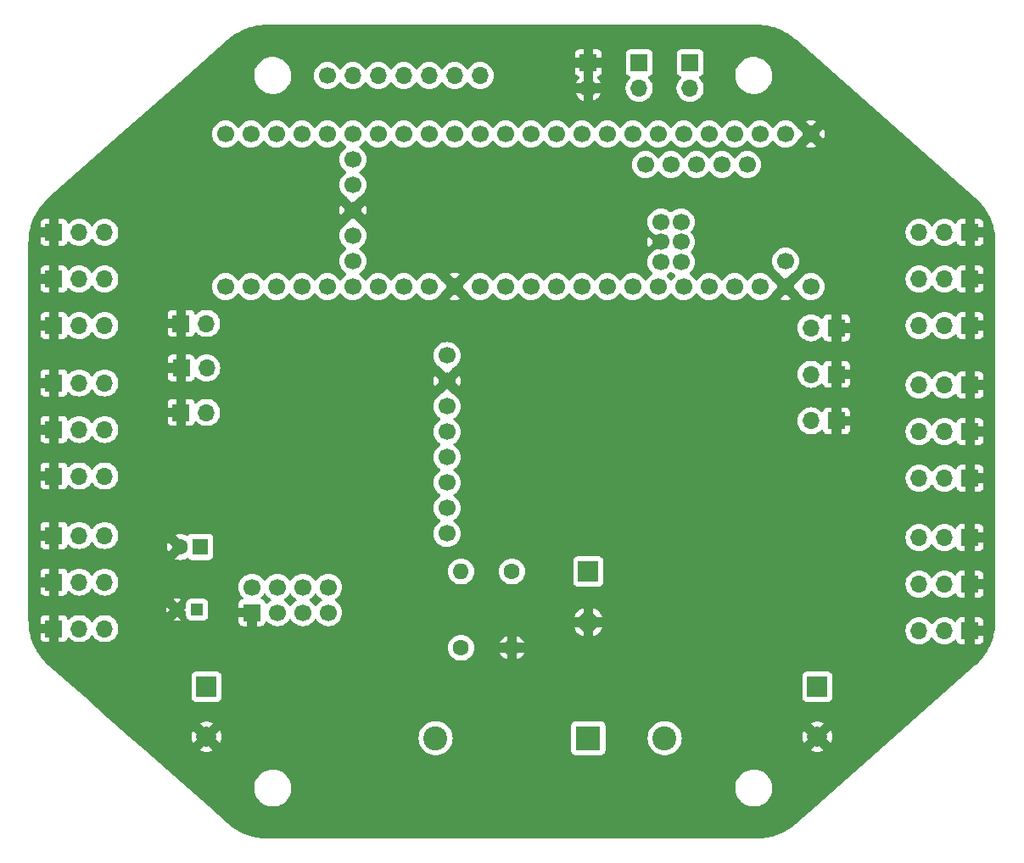
<source format=gbr>
%TF.GenerationSoftware,KiCad,Pcbnew,7.0.8*%
%TF.CreationDate,2025-02-28T20:23:41-05:00*%
%TF.ProjectId,Hexapod PCB KiCad Project,48657861-706f-4642-9050-4342204b6943,rev?*%
%TF.SameCoordinates,Original*%
%TF.FileFunction,Copper,L4,Bot*%
%TF.FilePolarity,Positive*%
%FSLAX46Y46*%
G04 Gerber Fmt 4.6, Leading zero omitted, Abs format (unit mm)*
G04 Created by KiCad (PCBNEW 7.0.8) date 2025-02-28 20:23:41*
%MOMM*%
%LPD*%
G01*
G04 APERTURE LIST*
%TA.AperFunction,ComponentPad*%
%ADD10R,1.700000X1.700000*%
%TD*%
%TA.AperFunction,ComponentPad*%
%ADD11O,1.700000X1.700000*%
%TD*%
%TA.AperFunction,ComponentPad*%
%ADD12C,1.700000*%
%TD*%
%TA.AperFunction,ComponentPad*%
%ADD13C,1.600000*%
%TD*%
%TA.AperFunction,ComponentPad*%
%ADD14O,1.600000X1.600000*%
%TD*%
%TA.AperFunction,ComponentPad*%
%ADD15R,2.000000X2.000000*%
%TD*%
%TA.AperFunction,ComponentPad*%
%ADD16C,2.000000*%
%TD*%
%TA.AperFunction,ComponentPad*%
%ADD17R,2.400000X2.400000*%
%TD*%
%TA.AperFunction,ComponentPad*%
%ADD18C,2.400000*%
%TD*%
%TA.AperFunction,ComponentPad*%
%ADD19R,1.200000X1.200000*%
%TD*%
%TA.AperFunction,ComponentPad*%
%ADD20C,1.200000*%
%TD*%
%TA.AperFunction,ComponentPad*%
%ADD21R,1.600000X1.600000*%
%TD*%
%TA.AperFunction,ComponentPad*%
%ADD22O,2.000000X2.000000*%
%TD*%
%TA.AperFunction,ViaPad*%
%ADD23C,0.800000*%
%TD*%
G04 APERTURE END LIST*
D10*
%TO.P,B2,1,Pin_1*%
%TO.N,GND*%
X151130000Y-64770000D03*
D11*
%TO.P,B2,2,Pin_2*%
X151130000Y-67310000D03*
%TD*%
D10*
%TO.P,B4,1,Pin_1*%
%TO.N,Teensy VIN*%
X161290000Y-64770000D03*
D11*
%TO.P,B4,2,Pin_2*%
X161290000Y-67310000D03*
%TD*%
D12*
%TO.P,U4,1,VCC*%
%TO.N,+3.3V*%
X137034000Y-94007000D03*
%TO.P,U4,2,GND*%
%TO.N,GND*%
X137034000Y-96547000D03*
%TO.P,U4,3,SCL*%
%TO.N,Gyro SCL*%
X137034000Y-99087000D03*
%TO.P,U4,4,SDA*%
%TO.N,Gyro SDA*%
X137034000Y-101627000D03*
%TO.P,U4,5,XDA*%
%TO.N,unconnected-(U4-XDA-Pad5)*%
X137034000Y-104167000D03*
%TO.P,U4,6,XCL*%
%TO.N,unconnected-(U4-XCL-Pad6)*%
X137034000Y-106707000D03*
%TO.P,U4,7,ADO*%
%TO.N,unconnected-(U4-ADO-Pad7)*%
X137034000Y-109247000D03*
%TO.P,U4,8,INT*%
%TO.N,unconnected-(U4-INT-Pad8)*%
X137034000Y-111787000D03*
%TD*%
D13*
%TO.P,R2,1*%
%TO.N,Battery Voltage Divider*%
X143510000Y-115570000D03*
D14*
%TO.P,R2,2*%
%TO.N,GND*%
X143510000Y-123190000D03*
%TD*%
D15*
%TO.P,C4,1*%
%TO.N,+BATT*%
X113030000Y-127080000D03*
D16*
%TO.P,C4,2*%
%TO.N,GND*%
X113030000Y-132080000D03*
%TD*%
D17*
%TO.P,T1,1,1*%
%TO.N,GND*%
X128270000Y-132212500D03*
D18*
%TO.P,T1,2,2*%
%TO.N,Net-(T1-Pad2)*%
X135890000Y-132212500D03*
%TD*%
D12*
%TO.P,B1,1,Pin_1*%
%TO.N,B1*%
X125095000Y-66040000D03*
D11*
%TO.P,B1,2,Pin_2*%
%TO.N,B2*%
X127635000Y-66040000D03*
%TO.P,B1,3,Pin_3*%
%TO.N,B3*%
X130175000Y-66040000D03*
%TO.P,B1,4,Pin_4*%
%TO.N,B4*%
X132715000Y-66040000D03*
%TO.P,B1,5,Pin_5*%
%TO.N,B5*%
X135255000Y-66040000D03*
%TO.P,B1,6,Pin_6*%
%TO.N,B6*%
X137795000Y-66040000D03*
%TO.P,B1,7,Pin_7*%
%TO.N,B7*%
X140335000Y-66040000D03*
%TD*%
D17*
%TO.P,T2,1,1*%
%TO.N,Net-(T1-Pad2)*%
X151130000Y-132212500D03*
D18*
%TO.P,T2,2,2*%
%TO.N,+BATT*%
X158750000Y-132212500D03*
%TD*%
D19*
%TO.P,C2,1*%
%TO.N,+3.3V*%
X112097600Y-119380001D03*
D20*
%TO.P,C2,2*%
%TO.N,GND*%
X110097600Y-119380001D03*
%TD*%
D21*
%TO.P,C1,1*%
%TO.N,+3.3V*%
X112395000Y-113125000D03*
D13*
%TO.P,C1,2*%
%TO.N,GND*%
X110395000Y-113125000D03*
%TD*%
%TO.P,R1,1*%
%TO.N,+BATT*%
X138430000Y-123190000D03*
D14*
%TO.P,R1,2*%
%TO.N,Battery Voltage Divider*%
X138430000Y-115570000D03*
%TD*%
D15*
%TO.P,D1,1,K*%
%TO.N,Battery Voltage Divider*%
X151130000Y-115570000D03*
D22*
%TO.P,D1,2,A*%
%TO.N,GND*%
X151130000Y-120650000D03*
%TD*%
D10*
%TO.P,B3,1,Pin_1*%
%TO.N,+3.3V*%
X156210000Y-64765000D03*
D11*
%TO.P,B3,2,Pin_2*%
X156210000Y-67305000D03*
%TD*%
D15*
%TO.P,C3,1*%
%TO.N,+BATT*%
X173990000Y-127080000D03*
D16*
%TO.P,C3,2*%
%TO.N,GND*%
X173990000Y-132080000D03*
%TD*%
D10*
%TO.P,U3,1,GND*%
%TO.N,GND*%
X117565000Y-119680000D03*
D12*
%TO.P,U3,2,VCC*%
%TO.N,+3.3V*%
X117565000Y-117140000D03*
%TO.P,U3,3,CE*%
%TO.N,CE*%
X120105000Y-119680000D03*
%TO.P,U3,4,~{CSN}*%
%TO.N,CSN*%
X120105000Y-117140000D03*
%TO.P,U3,5,SCK*%
%TO.N,SCK*%
X122645000Y-119680000D03*
%TO.P,U3,6,MOSI*%
%TO.N,MOSI*%
X122645000Y-117140000D03*
%TO.P,U3,7,MISO*%
%TO.N,MISO*%
X125185000Y-119680000D03*
%TO.P,U3,8,IRQ*%
%TO.N,unconnected-(U3-IRQ-Pad8)*%
X125185000Y-117140000D03*
%TD*%
%TO.P,U1,0,RX1*%
%TO.N,unconnected-(U1-RX1-Pad0)*%
X170815000Y-71880000D03*
%TO.P,U1,1,TX1*%
%TO.N,unconnected-(U1-TX1-Pad1)*%
X168275000Y-71880000D03*
%TO.P,U1,2,OUT2*%
%TO.N,Leg3 Tibia*%
X165735000Y-71880000D03*
%TO.P,U1,3,LRCLK2*%
%TO.N,Leg3 Femur*%
X163195000Y-71880000D03*
%TO.P,U1,3.3V_1,3.3V*%
%TO.N,+3.3V*%
X137795000Y-71880000D03*
%TO.P,U1,3.3V_2,3.3V*%
X168275000Y-87120000D03*
%TO.P,U1,3.3V_3,3.3V*%
X127635000Y-76960000D03*
%TO.P,U1,4,BCLK2*%
%TO.N,Leg3 Coxa*%
X160655000Y-71880000D03*
%TO.P,U1,5,IN2*%
%TO.N,Leg2 Tibia*%
X158115000Y-71880000D03*
%TO.P,U1,5V,5V*%
%TO.N,+5V*%
X167005000Y-74930000D03*
%TO.P,U1,6,OUT1D*%
%TO.N,Leg2 Femur*%
X155575000Y-71880000D03*
%TO.P,U1,7,RX2*%
%TO.N,Leg2 Coxa*%
X153035000Y-71880000D03*
%TO.P,U1,8,TX2*%
%TO.N,Leg1 Tibia*%
X150495000Y-71880000D03*
%TO.P,U1,9,OUT1C*%
%TO.N,Leg1 Femur*%
X147955000Y-71880000D03*
%TO.P,U1,10,CS1*%
%TO.N,Leg1 Coxa*%
X145415000Y-71880000D03*
%TO.P,U1,11,MOSI*%
%TO.N,MOSI*%
X142875000Y-71880000D03*
%TO.P,U1,12,MISO*%
%TO.N,MISO*%
X140335000Y-71880000D03*
%TO.P,U1,13,SCK*%
%TO.N,SCK*%
X140335000Y-87120000D03*
%TO.P,U1,14,A0*%
%TO.N,Leg6 Femur*%
X142875000Y-87120000D03*
%TO.P,U1,15,A1*%
%TO.N,Leg6 Coxa*%
X145415000Y-87120000D03*
%TO.P,U1,16,A2*%
%TO.N,Battery Voltage Divider*%
X147955000Y-87120000D03*
%TO.P,U1,17,A3*%
%TO.N,B6*%
X150495000Y-87120000D03*
%TO.P,U1,18,A4*%
%TO.N,Gyro SDA*%
X153035000Y-87120000D03*
%TO.P,U1,19,A5*%
%TO.N,Gyro SCL*%
X155575000Y-87120000D03*
%TO.P,U1,20,A6*%
%TO.N,B7*%
X158115000Y-87120000D03*
%TO.P,U1,21,A7*%
%TO.N,FS6*%
X160655000Y-87120000D03*
%TO.P,U1,22,A8*%
%TO.N,FS5*%
X163195000Y-87120000D03*
%TO.P,U1,23,A9*%
%TO.N,FS4*%
X165735000Y-87120000D03*
%TO.P,U1,24,A10*%
%TO.N,Leg4 Tibia*%
X135255000Y-71880000D03*
%TO.P,U1,25,A11*%
%TO.N,Leg5 Femur*%
X132715000Y-71880000D03*
%TO.P,U1,26,A12*%
%TO.N,CE*%
X130175000Y-71880000D03*
%TO.P,U1,27,A13*%
%TO.N,CSN*%
X127635000Y-71880000D03*
%TO.P,U1,28,RX7*%
%TO.N,Leg5 Coxa*%
X125095000Y-71880000D03*
%TO.P,U1,29,TX7*%
%TO.N,Leg6 Tibia*%
X122555000Y-71880000D03*
%TO.P,U1,30,CRX3*%
%TO.N,B2*%
X120015000Y-71880000D03*
%TO.P,U1,31,CTX3*%
%TO.N,B1*%
X117475000Y-71880000D03*
%TO.P,U1,32,OUT1B*%
%TO.N,unconnected-(U1-OUT1B-Pad32)*%
X114935000Y-71880000D03*
%TO.P,U1,33,MCLK2*%
%TO.N,Leg4 Femur*%
X114935000Y-87120000D03*
%TO.P,U1,34,RX8*%
%TO.N,FS1*%
X117475000Y-87120000D03*
%TO.P,U1,35,TX8*%
%TO.N,FS2*%
X120015000Y-87120000D03*
%TO.P,U1,36,CS2*%
%TO.N,Leg4 Coxa*%
X122555000Y-87120000D03*
%TO.P,U1,37,CS3*%
%TO.N,Leg5 Tibia*%
X125095000Y-87120000D03*
%TO.P,U1,38,A14*%
%TO.N,FS3*%
X127635000Y-87120000D03*
%TO.P,U1,39,A15*%
%TO.N,B3*%
X130175000Y-87120000D03*
%TO.P,U1,40,A16*%
%TO.N,B4*%
X132715000Y-87120000D03*
%TO.P,U1,41,A17*%
%TO.N,B5*%
X135255000Y-87120000D03*
%TO.P,U1,D+,D+*%
%TO.N,unconnected-(U1-PadD+)*%
X161925000Y-74930000D03*
%TO.P,U1,D-,D-*%
%TO.N,unconnected-(U1-PadD-)*%
X164465000Y-74930000D03*
%TO.P,U1,GND1,GND*%
%TO.N,GND*%
X173355000Y-71880000D03*
%TO.P,U1,GND2,GND*%
X137795000Y-87120000D03*
%TO.P,U1,GND3,GND*%
X170815000Y-87120000D03*
%TO.P,U1,GND4,GND*%
X127635000Y-79500000D03*
%TO.P,U1,GND5,GND*%
X158385000Y-82670000D03*
%TO.P,U1,LED,LED*%
%TO.N,unconnected-(U1-PadLED)*%
X160385000Y-82670000D03*
%TO.P,U1,ON/OFF,ON/OFF*%
%TO.N,unconnected-(U1-PadON{slash}OFF)*%
X127635000Y-84580000D03*
%TO.P,U1,PROGRAM,PROGRAM*%
%TO.N,unconnected-(U1-PadPROGRAM)*%
X127635000Y-82040000D03*
%TO.P,U1,R+,R+*%
%TO.N,unconnected-(U1-PadR+)*%
X160385000Y-84670000D03*
%TO.P,U1,R-,R-*%
%TO.N,unconnected-(U1-PadR-)*%
X158385000Y-84670000D03*
%TO.P,U1,T+,T+*%
%TO.N,unconnected-(U1-PadT+)*%
X158385000Y-80670000D03*
%TO.P,U1,T-,T-*%
%TO.N,unconnected-(U1-PadT-)*%
X160385000Y-80670000D03*
%TO.P,U1,USB_GND1,USB_GND*%
%TO.N,Net-(U1-USB_GND-PadUSB_GND1)*%
X159385000Y-74930000D03*
%TO.P,U1,USB_GND2,USB_GND*%
X156845000Y-74930000D03*
%TO.P,U1,VBAT,VBAT*%
%TO.N,unconnected-(U1-PadVBAT)*%
X127635000Y-74420000D03*
%TO.P,U1,VIN,VIN*%
%TO.N,Teensy VIN*%
X173355000Y-87120000D03*
%TO.P,U1,VUSB,VUSB*%
%TO.N,unconnected-(U1-PadVUSB)*%
X170815000Y-84580000D03*
%TD*%
D10*
%TO.P,Cox2,1,Pin_1*%
%TO.N,GND*%
X97790000Y-96745001D03*
D11*
%TO.P,Cox2,2,Pin_2*%
%TO.N,+BATT*%
X100330000Y-96745001D03*
%TO.P,Cox2,3,Pin_3*%
%TO.N,Leg5 Coxa*%
X102870000Y-96745001D03*
%TD*%
D10*
%TO.P,Cox6,1,Pin_1*%
%TO.N,GND*%
X189214980Y-121490001D03*
D11*
%TO.P,Cox6,2,Pin_2*%
%TO.N,+BATT*%
X186674980Y-121490001D03*
%TO.P,Cox6,3,Pin_3*%
%TO.N,Leg1 Coxa*%
X184134980Y-121490001D03*
%TD*%
D10*
%TO.P,Tib2,1,Pin_1*%
%TO.N,GND*%
X97790000Y-106045001D03*
D11*
%TO.P,Tib2,2,Pin_2*%
%TO.N,+BATT*%
X100330000Y-106045001D03*
%TO.P,Tib2,3,Pin_3*%
%TO.N,Leg5 Tibia*%
X102870000Y-106045001D03*
%TD*%
D10*
%TO.P,FS4,1,Pin_1*%
%TO.N,GND*%
X175900000Y-91235000D03*
D11*
%TO.P,FS4,2,Pin_2*%
%TO.N,FS4*%
X173360000Y-91235000D03*
%TD*%
D10*
%TO.P,Cox5,1,Pin_1*%
%TO.N,GND*%
X189230001Y-106250000D03*
D11*
%TO.P,Cox5,2,Pin_2*%
%TO.N,+BATT*%
X186690001Y-106250000D03*
%TO.P,Cox5,3,Pin_3*%
%TO.N,Leg2 Coxa*%
X184150001Y-106250000D03*
%TD*%
D10*
%TO.P,Tib1,1,Pin_1*%
%TO.N,GND*%
X97790001Y-91010000D03*
D11*
%TO.P,Tib1,2,Pin_2*%
%TO.N,+BATT*%
X100330001Y-91010000D03*
%TO.P,Tib1,3,Pin_3*%
%TO.N,Leg6 Tibia*%
X102870001Y-91010000D03*
%TD*%
D10*
%TO.P,Fem4,1,Pin_1*%
%TO.N,GND*%
X189230000Y-86360000D03*
D11*
%TO.P,Fem4,2,Pin_2*%
%TO.N,+BATT*%
X186690000Y-86360000D03*
%TO.P,Fem4,3,Pin_3*%
%TO.N,Leg3 Femur*%
X184150000Y-86360000D03*
%TD*%
D10*
%TO.P,Fem3,1,Pin_1*%
%TO.N,GND*%
X97789999Y-116635000D03*
D11*
%TO.P,Fem3,2,Pin_2*%
%TO.N,+BATT*%
X100329999Y-116635000D03*
%TO.P,Fem3,3,Pin_3*%
%TO.N,Leg4 Femur*%
X102869999Y-116635000D03*
%TD*%
D10*
%TO.P,Tib6,1,Pin_1*%
%TO.N,GND*%
X189214997Y-112189999D03*
D11*
%TO.P,Tib6,2,Pin_2*%
%TO.N,+BATT*%
X186674997Y-112189999D03*
%TO.P,Tib6,3,Pin_3*%
%TO.N,Leg1 Tibia*%
X184134997Y-112189999D03*
%TD*%
D10*
%TO.P,Fem5,1,Pin_1*%
%TO.N,GND*%
X189230000Y-101600000D03*
D11*
%TO.P,Fem5,2,Pin_2*%
%TO.N,+BATT*%
X186690000Y-101600000D03*
%TO.P,Fem5,3,Pin_3*%
%TO.N,Leg2 Femur*%
X184150000Y-101600000D03*
%TD*%
D10*
%TO.P,Cox1,1,Pin_1*%
%TO.N,GND*%
X97790001Y-81710000D03*
D11*
%TO.P,Cox1,2,Pin_2*%
%TO.N,+BATT*%
X100330001Y-81710000D03*
%TO.P,Cox1,3,Pin_3*%
%TO.N,Leg6 Coxa*%
X102870001Y-81710000D03*
%TD*%
D10*
%TO.P,FS2,1,Pin_1*%
%TO.N,GND*%
X110495000Y-95250000D03*
D11*
%TO.P,FS2,2,Pin_2*%
%TO.N,FS2*%
X113035000Y-95250000D03*
%TD*%
D10*
%TO.P,FS5,1,Pin_1*%
%TO.N,GND*%
X175900001Y-95885000D03*
D11*
%TO.P,FS5,2,Pin_2*%
%TO.N,FS5*%
X173360001Y-95885000D03*
%TD*%
D10*
%TO.P,Cox4,1,Pin_1*%
%TO.N,GND*%
X189229992Y-91010010D03*
D11*
%TO.P,Cox4,2,Pin_2*%
%TO.N,+BATT*%
X186689992Y-91010010D03*
%TO.P,Cox4,3,Pin_3*%
%TO.N,Leg3 Coxa*%
X184149992Y-91010010D03*
%TD*%
D10*
%TO.P,Fem2,1,Pin_1*%
%TO.N,GND*%
X97790001Y-101395000D03*
D11*
%TO.P,Fem2,2,Pin_2*%
%TO.N,+BATT*%
X100330001Y-101395000D03*
%TO.P,Fem2,3,Pin_3*%
%TO.N,Leg5 Femur*%
X102870001Y-101395000D03*
%TD*%
D10*
%TO.P,Tib5,1,Pin_1*%
%TO.N,GND*%
X189230001Y-96950000D03*
D11*
%TO.P,Tib5,2,Pin_2*%
%TO.N,+BATT*%
X186690001Y-96950000D03*
%TO.P,Tib5,3,Pin_3*%
%TO.N,Leg2 Tibia*%
X184150001Y-96950000D03*
%TD*%
D10*
%TO.P,Fem1,1,Pin_1*%
%TO.N,GND*%
X97790000Y-86360000D03*
D11*
%TO.P,Fem1,2,Pin_2*%
%TO.N,+BATT*%
X100330000Y-86360000D03*
%TO.P,Fem1,3,Pin_3*%
%TO.N,Leg6 Femur*%
X102870000Y-86360000D03*
%TD*%
D10*
%TO.P,Cox3,1,Pin_1*%
%TO.N,GND*%
X97790000Y-111985000D03*
D11*
%TO.P,Cox3,2,Pin_2*%
%TO.N,+BATT*%
X100330000Y-111985000D03*
%TO.P,Cox3,3,Pin_3*%
%TO.N,Leg4 Coxa*%
X102870000Y-111985000D03*
%TD*%
D10*
%TO.P,FS1,1,Pin_1*%
%TO.N,GND*%
X110490000Y-90805000D03*
D11*
%TO.P,FS1,2,Pin_2*%
%TO.N,FS1*%
X113030000Y-90805000D03*
%TD*%
D10*
%TO.P,Tib3,1,Pin_1*%
%TO.N,GND*%
X97790000Y-121285000D03*
D11*
%TO.P,Tib3,2,Pin_2*%
%TO.N,+BATT*%
X100330000Y-121285000D03*
%TO.P,Tib3,3,Pin_3*%
%TO.N,Leg4 Tibia*%
X102870000Y-121285000D03*
%TD*%
D10*
%TO.P,FS3,1,Pin_1*%
%TO.N,GND*%
X110490000Y-99695000D03*
D11*
%TO.P,FS3,2,Pin_2*%
%TO.N,FS3*%
X113030000Y-99695000D03*
%TD*%
D10*
%TO.P,FS6,1,Pin_1*%
%TO.N,GND*%
X175900000Y-100535000D03*
D11*
%TO.P,FS6,2,Pin_2*%
%TO.N,FS6*%
X173360000Y-100535000D03*
%TD*%
D10*
%TO.P,Fem6,1,Pin_1*%
%TO.N,GND*%
X189215000Y-116840000D03*
D11*
%TO.P,Fem6,2,Pin_2*%
%TO.N,+BATT*%
X186675000Y-116840000D03*
%TO.P,Fem6,3,Pin_3*%
%TO.N,Leg1 Femur*%
X184135000Y-116840000D03*
%TD*%
D10*
%TO.P,Tib4,1,Pin_1*%
%TO.N,GND*%
X189230008Y-81710011D03*
D11*
%TO.P,Tib4,2,Pin_2*%
%TO.N,+BATT*%
X186690008Y-81710011D03*
%TO.P,Tib4,3,Pin_3*%
%TO.N,Leg3 Tibia*%
X184150008Y-81710011D03*
%TD*%
D23*
%TO.N,GND*%
X166944000Y-106743500D03*
X166944000Y-95821500D03*
%TD*%
%TA.AperFunction,Conductor*%
%TO.N,GND*%
G36*
X130810000Y-134620000D02*
G01*
X125730000Y-134620000D01*
X125730000Y-130175000D01*
X130810000Y-130175000D01*
X130810000Y-134620000D01*
G37*
%TD.AperFunction*%
%TD*%
%TA.AperFunction,Conductor*%
%TO.N,GND*%
G36*
X118008039Y-119199685D02*
G01*
X118053794Y-119252489D01*
X118065000Y-119304000D01*
X118065000Y-119608111D01*
X118024493Y-119470156D01*
X117946761Y-119349202D01*
X117838100Y-119255048D01*
X117707315Y-119195320D01*
X117600763Y-119180000D01*
X117941000Y-119180000D01*
X118008039Y-119199685D01*
G37*
%TD.AperFunction*%
%TA.AperFunction,Conductor*%
G36*
X158993503Y-82571396D02*
G01*
X159026988Y-82632719D01*
X159029016Y-82664587D01*
X159029341Y-82664587D01*
X159029341Y-82669688D01*
X159029352Y-82669861D01*
X159029341Y-82669987D01*
X159029341Y-82670007D01*
X159029352Y-82670133D01*
X159029341Y-82670187D01*
X159029341Y-82675413D01*
X159028290Y-82675413D01*
X159015574Y-82738631D01*
X158993503Y-82768602D01*
X158776569Y-82985535D01*
X158844493Y-82879844D01*
X158885000Y-82741889D01*
X158885000Y-82598111D01*
X158844493Y-82460156D01*
X158776566Y-82354459D01*
X158993503Y-82571396D01*
G37*
%TD.AperFunction*%
%TA.AperFunction,Conductor*%
G36*
X168036308Y-60965017D02*
G01*
X168360657Y-60978047D01*
X168364828Y-60978357D01*
X168562237Y-60999849D01*
X168725967Y-61019674D01*
X168816304Y-61030613D01*
X168819986Y-61031171D01*
X169028221Y-61069223D01*
X169266875Y-61117807D01*
X169270016Y-61118533D01*
X169479783Y-61172775D01*
X169711086Y-61239579D01*
X169919632Y-61309927D01*
X170063028Y-61364146D01*
X170143717Y-61394656D01*
X170201895Y-61419091D01*
X170346642Y-61479887D01*
X170564263Y-61582824D01*
X170757493Y-61680963D01*
X170760268Y-61682465D01*
X170944404Y-61788422D01*
X170971428Y-61803973D01*
X171152240Y-61912908D01*
X171152679Y-61913172D01*
X171155819Y-61915196D01*
X171366750Y-62060273D01*
X171528917Y-62174714D01*
X171532291Y-62177271D01*
X171783198Y-62381343D01*
X171880760Y-62461348D01*
X171880767Y-62461353D01*
X171880922Y-62461480D01*
X171881147Y-62461679D01*
X171881147Y-62461678D01*
X171940697Y-62514241D01*
X171941191Y-62514658D01*
X189737386Y-78217182D01*
X189739024Y-78218627D01*
X189739024Y-78218628D01*
X189739399Y-78218959D01*
X189768050Y-78246273D01*
X189833676Y-78308838D01*
X190084021Y-78549344D01*
X190087146Y-78552575D01*
X190172860Y-78647929D01*
X190227012Y-78708173D01*
X190286003Y-78775344D01*
X190406839Y-78912939D01*
X190409387Y-78916040D01*
X190496469Y-79029379D01*
X190545560Y-79093272D01*
X190699279Y-79301526D01*
X190701323Y-79304470D01*
X190826528Y-79496386D01*
X190959457Y-79712675D01*
X190961017Y-79715361D01*
X191072347Y-79918675D01*
X191186274Y-80145029D01*
X191282541Y-80358355D01*
X191376895Y-80593551D01*
X191455684Y-80811537D01*
X191456667Y-80814483D01*
X191530895Y-81057246D01*
X191591972Y-81278145D01*
X191592827Y-81281625D01*
X191647270Y-81534631D01*
X191690070Y-81754000D01*
X191690717Y-81758011D01*
X191725277Y-82028299D01*
X191749410Y-82236110D01*
X191749768Y-82240636D01*
X191764407Y-82585762D01*
X191769500Y-82717854D01*
X191769500Y-120482388D01*
X191764441Y-120613584D01*
X191749801Y-120959157D01*
X191749442Y-120963687D01*
X191725123Y-121173102D01*
X191690773Y-121441741D01*
X191690126Y-121445751D01*
X191647113Y-121666211D01*
X191592908Y-121918107D01*
X191592053Y-121921588D01*
X191530735Y-122143354D01*
X191456784Y-122385203D01*
X191455802Y-122388149D01*
X191376737Y-122606893D01*
X191282703Y-122841288D01*
X191186120Y-123055312D01*
X191072571Y-123280910D01*
X190960855Y-123484924D01*
X190959296Y-123487610D01*
X190826867Y-123703080D01*
X190701157Y-123895765D01*
X190699113Y-123898709D01*
X190546088Y-124106023D01*
X190409237Y-124284133D01*
X190406658Y-124287271D01*
X190227987Y-124490718D01*
X190086979Y-124647580D01*
X190083823Y-124650843D01*
X189838039Y-124886969D01*
X189738901Y-124981479D01*
X173875291Y-138978782D01*
X171881147Y-140738321D01*
X171880772Y-140738652D01*
X171852403Y-140761914D01*
X171785701Y-140816611D01*
X171531938Y-141022981D01*
X171528567Y-141025537D01*
X171368804Y-141138279D01*
X171155384Y-141285066D01*
X171152244Y-141287089D01*
X170972713Y-141395252D01*
X170759797Y-141517770D01*
X170756950Y-141519311D01*
X170565222Y-141616688D01*
X170346010Y-141720378D01*
X170144491Y-141805020D01*
X169918828Y-141890345D01*
X169711733Y-141960205D01*
X169478726Y-142027501D01*
X169270579Y-142081325D01*
X169267425Y-142082054D01*
X169026715Y-142131059D01*
X168820488Y-142168747D01*
X168816795Y-142169307D01*
X168559729Y-142200436D01*
X168365286Y-142221608D01*
X168361064Y-142221922D01*
X168030142Y-142235225D01*
X167911983Y-142239500D01*
X119108627Y-142239500D01*
X118983885Y-142234989D01*
X118659370Y-142221953D01*
X118655147Y-142221639D01*
X118457808Y-142200155D01*
X118203693Y-142169385D01*
X118200001Y-142168825D01*
X117991815Y-142130783D01*
X117753128Y-142082192D01*
X117749974Y-142081463D01*
X117540229Y-142027227D01*
X117426904Y-141994497D01*
X117308909Y-141960419D01*
X117100373Y-141890074D01*
X116876282Y-141805343D01*
X116673363Y-141720115D01*
X116455716Y-141617166D01*
X116262537Y-141519052D01*
X116259704Y-141517518D01*
X116167194Y-141464285D01*
X116048571Y-141396026D01*
X115867319Y-141286826D01*
X115864179Y-141284802D01*
X115653249Y-141139726D01*
X115491081Y-141025284D01*
X115487707Y-141022727D01*
X115236801Y-140818656D01*
X115139069Y-140738512D01*
X115121887Y-140723346D01*
X115121864Y-140723332D01*
X113228254Y-139052500D01*
X111207819Y-137269763D01*
X117785788Y-137269763D01*
X117815414Y-137539013D01*
X117815416Y-137539024D01*
X117883927Y-137801082D01*
X117883929Y-137801088D01*
X117989871Y-138050390D01*
X118061999Y-138168575D01*
X118130980Y-138281605D01*
X118130987Y-138281615D01*
X118304254Y-138489819D01*
X118304260Y-138489824D01*
X118505999Y-138670582D01*
X118731911Y-138820044D01*
X118977177Y-138935020D01*
X118977184Y-138935022D01*
X118977186Y-138935023D01*
X119236558Y-139013057D01*
X119236565Y-139013058D01*
X119236570Y-139013060D01*
X119504562Y-139052500D01*
X119504567Y-139052500D01*
X119707637Y-139052500D01*
X119759134Y-139048730D01*
X119910157Y-139037677D01*
X120022759Y-139012593D01*
X120174547Y-138978782D01*
X120174549Y-138978781D01*
X120174554Y-138978780D01*
X120427559Y-138882014D01*
X120663778Y-138749441D01*
X120878178Y-138583888D01*
X121066187Y-138388881D01*
X121223800Y-138168579D01*
X121297788Y-138024669D01*
X121347650Y-137927690D01*
X121347652Y-137927684D01*
X121347657Y-137927675D01*
X121435119Y-137671305D01*
X121484320Y-137404933D01*
X121489260Y-137269763D01*
X165785787Y-137269763D01*
X165815413Y-137539013D01*
X165815415Y-137539024D01*
X165883926Y-137801082D01*
X165883928Y-137801088D01*
X165989870Y-138050390D01*
X166061998Y-138168575D01*
X166130979Y-138281605D01*
X166130986Y-138281615D01*
X166304253Y-138489819D01*
X166304259Y-138489824D01*
X166505998Y-138670582D01*
X166731910Y-138820044D01*
X166977176Y-138935020D01*
X166977183Y-138935022D01*
X166977185Y-138935023D01*
X167236557Y-139013057D01*
X167236564Y-139013058D01*
X167236569Y-139013060D01*
X167504561Y-139052500D01*
X167504566Y-139052500D01*
X167707636Y-139052500D01*
X167759133Y-139048730D01*
X167910156Y-139037677D01*
X168022758Y-139012593D01*
X168174546Y-138978782D01*
X168174548Y-138978781D01*
X168174553Y-138978780D01*
X168427558Y-138882014D01*
X168663777Y-138749441D01*
X168878177Y-138583888D01*
X169066186Y-138388881D01*
X169223799Y-138168579D01*
X169297787Y-138024669D01*
X169347649Y-137927690D01*
X169347651Y-137927684D01*
X169347656Y-137927675D01*
X169435118Y-137671305D01*
X169484319Y-137404933D01*
X169494212Y-137134235D01*
X169464586Y-136864982D01*
X169396072Y-136602912D01*
X169290130Y-136353610D01*
X169149018Y-136122390D01*
X169059747Y-136015119D01*
X168975746Y-135914180D01*
X168975740Y-135914175D01*
X168774002Y-135733418D01*
X168548092Y-135583957D01*
X168548090Y-135583956D01*
X168302824Y-135468980D01*
X168302819Y-135468978D01*
X168302814Y-135468976D01*
X168043442Y-135390942D01*
X168043428Y-135390939D01*
X167927791Y-135373921D01*
X167775439Y-135351500D01*
X167572369Y-135351500D01*
X167572364Y-135351500D01*
X167369844Y-135366323D01*
X167369831Y-135366325D01*
X167105453Y-135425217D01*
X167105446Y-135425220D01*
X166852439Y-135521987D01*
X166616226Y-135654557D01*
X166401822Y-135820112D01*
X166213822Y-136015109D01*
X166213816Y-136015116D01*
X166056202Y-136235419D01*
X166056199Y-136235424D01*
X165932350Y-136476309D01*
X165932343Y-136476327D01*
X165844884Y-136732685D01*
X165844881Y-136732699D01*
X165795681Y-136999068D01*
X165795680Y-136999075D01*
X165785787Y-137269763D01*
X121489260Y-137269763D01*
X121494213Y-137134235D01*
X121464587Y-136864982D01*
X121396073Y-136602912D01*
X121290131Y-136353610D01*
X121149019Y-136122390D01*
X121059748Y-136015119D01*
X120975747Y-135914180D01*
X120975741Y-135914175D01*
X120774003Y-135733418D01*
X120548093Y-135583957D01*
X120548091Y-135583956D01*
X120302825Y-135468980D01*
X120302820Y-135468978D01*
X120302815Y-135468976D01*
X120043443Y-135390942D01*
X120043429Y-135390939D01*
X119927792Y-135373921D01*
X119775440Y-135351500D01*
X119572370Y-135351500D01*
X119572365Y-135351500D01*
X119369845Y-135366323D01*
X119369832Y-135366325D01*
X119105454Y-135425217D01*
X119105447Y-135425220D01*
X118852440Y-135521987D01*
X118616227Y-135654557D01*
X118401823Y-135820112D01*
X118213823Y-136015109D01*
X118213817Y-136015116D01*
X118056203Y-136235419D01*
X118056200Y-136235424D01*
X117932351Y-136476309D01*
X117932344Y-136476327D01*
X117844885Y-136732685D01*
X117844882Y-136732699D01*
X117795682Y-136999068D01*
X117795681Y-136999075D01*
X117785788Y-137269763D01*
X111207819Y-137269763D01*
X106861712Y-133434963D01*
X112382143Y-133434963D01*
X112425385Y-133458364D01*
X112425396Y-133458369D01*
X112660506Y-133539083D01*
X112905707Y-133580000D01*
X113154293Y-133580000D01*
X113399493Y-133539083D01*
X113634601Y-133458370D01*
X113634603Y-133458369D01*
X113677855Y-133434963D01*
X113677855Y-133434962D01*
X113030001Y-132787107D01*
X113030000Y-132787107D01*
X112382143Y-133434963D01*
X106861712Y-133434963D01*
X105326093Y-132080005D01*
X111524859Y-132080005D01*
X111545385Y-132327729D01*
X111545387Y-132327738D01*
X111606412Y-132568717D01*
X111675856Y-132727036D01*
X112251004Y-132151889D01*
X112530000Y-132151889D01*
X112570507Y-132289844D01*
X112648239Y-132410798D01*
X112756900Y-132504952D01*
X112887685Y-132564680D01*
X112994237Y-132580000D01*
X113065763Y-132580000D01*
X113172315Y-132564680D01*
X113303100Y-132504952D01*
X113411761Y-132410798D01*
X113489493Y-132289844D01*
X113530000Y-132151889D01*
X113530000Y-132080000D01*
X113737107Y-132080000D01*
X114384142Y-132727036D01*
X114384143Y-132727035D01*
X114453587Y-132568719D01*
X114514612Y-132327738D01*
X114514614Y-132327729D01*
X114535141Y-132080005D01*
X114535141Y-132079994D01*
X114514614Y-131832270D01*
X114514612Y-131832261D01*
X114453587Y-131591280D01*
X114384143Y-131432963D01*
X114384142Y-131432962D01*
X113737107Y-132079999D01*
X113737107Y-132080000D01*
X113530000Y-132080000D01*
X113530000Y-132008111D01*
X113489493Y-131870156D01*
X113411761Y-131749202D01*
X113303100Y-131655048D01*
X113172315Y-131595320D01*
X113065763Y-131580000D01*
X112994237Y-131580000D01*
X112887685Y-131595320D01*
X112756900Y-131655048D01*
X112648239Y-131749202D01*
X112570507Y-131870156D01*
X112530000Y-132008111D01*
X112530000Y-132151889D01*
X112251004Y-132151889D01*
X112322893Y-132080000D01*
X111675856Y-131432963D01*
X111606412Y-131591282D01*
X111545387Y-131832261D01*
X111545385Y-131832270D01*
X111524859Y-132079994D01*
X111524859Y-132080005D01*
X105326093Y-132080005D01*
X103790462Y-130725036D01*
X112382143Y-130725036D01*
X113030000Y-131372893D01*
X113030001Y-131372893D01*
X113677856Y-130725036D01*
X113677856Y-130725035D01*
X113634619Y-130701637D01*
X113634599Y-130701629D01*
X113399493Y-130620916D01*
X113154293Y-130580000D01*
X112905707Y-130580000D01*
X112660506Y-130620916D01*
X112425392Y-130701631D01*
X112382143Y-130725036D01*
X103790462Y-130725036D01*
X103167088Y-130175000D01*
X125730000Y-130175000D01*
X125730000Y-134620000D01*
X130810000Y-134620000D01*
X130810000Y-132212504D01*
X134184732Y-132212504D01*
X134203777Y-132466654D01*
X134260334Y-132714448D01*
X134260492Y-132715137D01*
X134353607Y-132952388D01*
X134481041Y-133173112D01*
X134639950Y-133372377D01*
X134826783Y-133545732D01*
X135037366Y-133689305D01*
X135037371Y-133689307D01*
X135037372Y-133689308D01*
X135037373Y-133689309D01*
X135159328Y-133748038D01*
X135266992Y-133799887D01*
X135266993Y-133799887D01*
X135266996Y-133799889D01*
X135510542Y-133875013D01*
X135762565Y-133913000D01*
X136017435Y-133913000D01*
X136269458Y-133875013D01*
X136513004Y-133799889D01*
X136742634Y-133689305D01*
X136953217Y-133545732D01*
X137045216Y-133460370D01*
X149429500Y-133460370D01*
X149429501Y-133460376D01*
X149435908Y-133519983D01*
X149486202Y-133654828D01*
X149486206Y-133654835D01*
X149572452Y-133770044D01*
X149572455Y-133770047D01*
X149687664Y-133856293D01*
X149687671Y-133856297D01*
X149822517Y-133906591D01*
X149822516Y-133906591D01*
X149829444Y-133907335D01*
X149882127Y-133913000D01*
X152377872Y-133912999D01*
X152437483Y-133906591D01*
X152572331Y-133856296D01*
X152687546Y-133770046D01*
X152773796Y-133654831D01*
X152824091Y-133519983D01*
X152830500Y-133460373D01*
X152830500Y-132212504D01*
X157044732Y-132212504D01*
X157063777Y-132466654D01*
X157120334Y-132714448D01*
X157120492Y-132715137D01*
X157213607Y-132952388D01*
X157341041Y-133173112D01*
X157499950Y-133372377D01*
X157686783Y-133545732D01*
X157897366Y-133689305D01*
X157897371Y-133689307D01*
X157897372Y-133689308D01*
X157897373Y-133689309D01*
X158019328Y-133748038D01*
X158126992Y-133799887D01*
X158126993Y-133799887D01*
X158126996Y-133799889D01*
X158370542Y-133875013D01*
X158622565Y-133913000D01*
X158877435Y-133913000D01*
X159129458Y-133875013D01*
X159373004Y-133799889D01*
X159602634Y-133689305D01*
X159813217Y-133545732D01*
X159932598Y-133434963D01*
X173342143Y-133434963D01*
X173385385Y-133458364D01*
X173385396Y-133458369D01*
X173620506Y-133539083D01*
X173865707Y-133580000D01*
X174114293Y-133580000D01*
X174359493Y-133539083D01*
X174594601Y-133458370D01*
X174594603Y-133458369D01*
X174637855Y-133434963D01*
X174637855Y-133434962D01*
X173990001Y-132787107D01*
X173990000Y-132787107D01*
X173342143Y-133434963D01*
X159932598Y-133434963D01*
X160000050Y-133372377D01*
X160158959Y-133173112D01*
X160286393Y-132952388D01*
X160379508Y-132715137D01*
X160436222Y-132466657D01*
X160455268Y-132212500D01*
X160445339Y-132080005D01*
X172484859Y-132080005D01*
X172505385Y-132327729D01*
X172505387Y-132327738D01*
X172566412Y-132568717D01*
X172635856Y-132727036D01*
X173211004Y-132151889D01*
X173490000Y-132151889D01*
X173530507Y-132289844D01*
X173608239Y-132410798D01*
X173716900Y-132504952D01*
X173847685Y-132564680D01*
X173954237Y-132580000D01*
X174025763Y-132580000D01*
X174132315Y-132564680D01*
X174263100Y-132504952D01*
X174371761Y-132410798D01*
X174449493Y-132289844D01*
X174490000Y-132151889D01*
X174490000Y-132080000D01*
X174697107Y-132080000D01*
X175344142Y-132727036D01*
X175344143Y-132727035D01*
X175413587Y-132568719D01*
X175474612Y-132327738D01*
X175474614Y-132327729D01*
X175495141Y-132080005D01*
X175495141Y-132079994D01*
X175474614Y-131832270D01*
X175474612Y-131832261D01*
X175413587Y-131591280D01*
X175344143Y-131432963D01*
X175344142Y-131432962D01*
X174697107Y-132079999D01*
X174697107Y-132080000D01*
X174490000Y-132080000D01*
X174490000Y-132008111D01*
X174449493Y-131870156D01*
X174371761Y-131749202D01*
X174263100Y-131655048D01*
X174132315Y-131595320D01*
X174025763Y-131580000D01*
X173954237Y-131580000D01*
X173847685Y-131595320D01*
X173716900Y-131655048D01*
X173608239Y-131749202D01*
X173530507Y-131870156D01*
X173490000Y-132008111D01*
X173490000Y-132151889D01*
X173211004Y-132151889D01*
X173282893Y-132080000D01*
X172635856Y-131432963D01*
X172566412Y-131591282D01*
X172505387Y-131832261D01*
X172505385Y-131832270D01*
X172484859Y-132079994D01*
X172484859Y-132080005D01*
X160445339Y-132080005D01*
X160436222Y-131958343D01*
X160379508Y-131709863D01*
X160286393Y-131472612D01*
X160158959Y-131251888D01*
X160000050Y-131052623D01*
X159813217Y-130879268D01*
X159602634Y-130735695D01*
X159602630Y-130735693D01*
X159602627Y-130735691D01*
X159602626Y-130735690D01*
X159580503Y-130725036D01*
X173342143Y-130725036D01*
X173990000Y-131372893D01*
X173990001Y-131372893D01*
X174637856Y-130725036D01*
X174637856Y-130725035D01*
X174594619Y-130701637D01*
X174594599Y-130701629D01*
X174359493Y-130620916D01*
X174114293Y-130580000D01*
X173865707Y-130580000D01*
X173620506Y-130620916D01*
X173385392Y-130701631D01*
X173342143Y-130725036D01*
X159580503Y-130725036D01*
X159373006Y-130625112D01*
X159373008Y-130625112D01*
X159129466Y-130549989D01*
X159129462Y-130549988D01*
X159129458Y-130549987D01*
X159008231Y-130531714D01*
X158877440Y-130512000D01*
X158877435Y-130512000D01*
X158622565Y-130512000D01*
X158622559Y-130512000D01*
X158465609Y-130535657D01*
X158370542Y-130549987D01*
X158370539Y-130549988D01*
X158370533Y-130549989D01*
X158126992Y-130625112D01*
X157897373Y-130735690D01*
X157897372Y-130735691D01*
X157686782Y-130879268D01*
X157499952Y-131052621D01*
X157499950Y-131052623D01*
X157341041Y-131251888D01*
X157213608Y-131472609D01*
X157120492Y-131709862D01*
X157120490Y-131709869D01*
X157063777Y-131958345D01*
X157044732Y-132212495D01*
X157044732Y-132212504D01*
X152830500Y-132212504D01*
X152830499Y-130964628D01*
X152824091Y-130905017D01*
X152814487Y-130879268D01*
X152773797Y-130770171D01*
X152773793Y-130770164D01*
X152687547Y-130654955D01*
X152687544Y-130654952D01*
X152572335Y-130568706D01*
X152572328Y-130568702D01*
X152437482Y-130518408D01*
X152437483Y-130518408D01*
X152377883Y-130512001D01*
X152377881Y-130512000D01*
X152377873Y-130512000D01*
X152377864Y-130512000D01*
X149882129Y-130512000D01*
X149882123Y-130512001D01*
X149822516Y-130518408D01*
X149687671Y-130568702D01*
X149687664Y-130568706D01*
X149572455Y-130654952D01*
X149572452Y-130654955D01*
X149486206Y-130770164D01*
X149486202Y-130770171D01*
X149435908Y-130905017D01*
X149429501Y-130964616D01*
X149429501Y-130964623D01*
X149429500Y-130964635D01*
X149429500Y-133460370D01*
X137045216Y-133460370D01*
X137140050Y-133372377D01*
X137298959Y-133173112D01*
X137426393Y-132952388D01*
X137519508Y-132715137D01*
X137576222Y-132466657D01*
X137595268Y-132212500D01*
X137576222Y-131958343D01*
X137519508Y-131709863D01*
X137426393Y-131472612D01*
X137298959Y-131251888D01*
X137140050Y-131052623D01*
X136953217Y-130879268D01*
X136742634Y-130735695D01*
X136742630Y-130735693D01*
X136742627Y-130735691D01*
X136742626Y-130735690D01*
X136513006Y-130625112D01*
X136513008Y-130625112D01*
X136269466Y-130549989D01*
X136269462Y-130549988D01*
X136269458Y-130549987D01*
X136148231Y-130531714D01*
X136017440Y-130512000D01*
X136017435Y-130512000D01*
X135762565Y-130512000D01*
X135762559Y-130512000D01*
X135605609Y-130535657D01*
X135510542Y-130549987D01*
X135510539Y-130549988D01*
X135510533Y-130549989D01*
X135266992Y-130625112D01*
X135037373Y-130735690D01*
X135037372Y-130735691D01*
X134826782Y-130879268D01*
X134639952Y-131052621D01*
X134639950Y-131052623D01*
X134481041Y-131251888D01*
X134353608Y-131472609D01*
X134260492Y-131709862D01*
X134260490Y-131709869D01*
X134203777Y-131958345D01*
X134184732Y-132212495D01*
X134184732Y-132212504D01*
X130810000Y-132212504D01*
X130810000Y-130175000D01*
X125730000Y-130175000D01*
X103167088Y-130175000D01*
X100847007Y-128127870D01*
X111529500Y-128127870D01*
X111529501Y-128127876D01*
X111535908Y-128187483D01*
X111586202Y-128322328D01*
X111586206Y-128322335D01*
X111672452Y-128437544D01*
X111672455Y-128437547D01*
X111787664Y-128523793D01*
X111787671Y-128523797D01*
X111922517Y-128574091D01*
X111922516Y-128574091D01*
X111929444Y-128574835D01*
X111982127Y-128580500D01*
X114077872Y-128580499D01*
X114137483Y-128574091D01*
X114272331Y-128523796D01*
X114387546Y-128437546D01*
X114473796Y-128322331D01*
X114524091Y-128187483D01*
X114530500Y-128127873D01*
X114530500Y-128127870D01*
X172489500Y-128127870D01*
X172489501Y-128127876D01*
X172495908Y-128187483D01*
X172546202Y-128322328D01*
X172546206Y-128322335D01*
X172632452Y-128437544D01*
X172632455Y-128437547D01*
X172747664Y-128523793D01*
X172747671Y-128523797D01*
X172882517Y-128574091D01*
X172882516Y-128574091D01*
X172889444Y-128574835D01*
X172942127Y-128580500D01*
X175037872Y-128580499D01*
X175097483Y-128574091D01*
X175232331Y-128523796D01*
X175347546Y-128437546D01*
X175433796Y-128322331D01*
X175484091Y-128187483D01*
X175490500Y-128127873D01*
X175490499Y-126032128D01*
X175484091Y-125972517D01*
X175433796Y-125837669D01*
X175433795Y-125837668D01*
X175433793Y-125837664D01*
X175347547Y-125722455D01*
X175347544Y-125722452D01*
X175232335Y-125636206D01*
X175232328Y-125636202D01*
X175097482Y-125585908D01*
X175097483Y-125585908D01*
X175037883Y-125579501D01*
X175037881Y-125579500D01*
X175037873Y-125579500D01*
X175037864Y-125579500D01*
X172942129Y-125579500D01*
X172942123Y-125579501D01*
X172882516Y-125585908D01*
X172747671Y-125636202D01*
X172747664Y-125636206D01*
X172632455Y-125722452D01*
X172632452Y-125722455D01*
X172546206Y-125837664D01*
X172546202Y-125837671D01*
X172495908Y-125972517D01*
X172489501Y-126032116D01*
X172489501Y-126032123D01*
X172489500Y-126032135D01*
X172489500Y-128127870D01*
X114530500Y-128127870D01*
X114530499Y-126032128D01*
X114524091Y-125972517D01*
X114473796Y-125837669D01*
X114473795Y-125837668D01*
X114473793Y-125837664D01*
X114387547Y-125722455D01*
X114387544Y-125722452D01*
X114272335Y-125636206D01*
X114272328Y-125636202D01*
X114137482Y-125585908D01*
X114137483Y-125585908D01*
X114077883Y-125579501D01*
X114077881Y-125579500D01*
X114077873Y-125579500D01*
X114077864Y-125579500D01*
X111982129Y-125579500D01*
X111982123Y-125579501D01*
X111922516Y-125585908D01*
X111787671Y-125636202D01*
X111787664Y-125636206D01*
X111672455Y-125722452D01*
X111672452Y-125722455D01*
X111586206Y-125837664D01*
X111586202Y-125837671D01*
X111535908Y-125972517D01*
X111529501Y-126032116D01*
X111529501Y-126032123D01*
X111529500Y-126032135D01*
X111529500Y-128127870D01*
X100847007Y-128127870D01*
X97280601Y-124981041D01*
X97186323Y-124891161D01*
X97141493Y-124848093D01*
X96935977Y-124650654D01*
X96932854Y-124647425D01*
X96797402Y-124496738D01*
X96792987Y-124491826D01*
X96727044Y-124416738D01*
X96613154Y-124287054D01*
X96610617Y-124283966D01*
X96474439Y-124106727D01*
X96320719Y-123898472D01*
X96318675Y-123895528D01*
X96193471Y-123703613D01*
X96060541Y-123487323D01*
X96058981Y-123484637D01*
X96021773Y-123416686D01*
X95947648Y-123281317D01*
X95901688Y-123190001D01*
X137124532Y-123190001D01*
X137144364Y-123416686D01*
X137144366Y-123416697D01*
X137203258Y-123636488D01*
X137203261Y-123636497D01*
X137299431Y-123842732D01*
X137299432Y-123842734D01*
X137429954Y-124029141D01*
X137590858Y-124190045D01*
X137590861Y-124190047D01*
X137777266Y-124320568D01*
X137983504Y-124416739D01*
X138203308Y-124475635D01*
X138365230Y-124489801D01*
X138429998Y-124495468D01*
X138430000Y-124495468D01*
X138430002Y-124495468D01*
X138486673Y-124490509D01*
X138656692Y-124475635D01*
X138876496Y-124416739D01*
X139082734Y-124320568D01*
X139269139Y-124190047D01*
X139430047Y-124029139D01*
X139560568Y-123842734D01*
X139631790Y-123690000D01*
X142308762Y-123690000D01*
X142379865Y-123842482D01*
X142510342Y-124028820D01*
X142671179Y-124189657D01*
X142857518Y-124320134D01*
X142857520Y-124320135D01*
X143009999Y-124391237D01*
X143010000Y-124391236D01*
X143010000Y-123690000D01*
X144010000Y-123690000D01*
X144010000Y-124391237D01*
X144162479Y-124320135D01*
X144162481Y-124320134D01*
X144348820Y-124189657D01*
X144509657Y-124028820D01*
X144640134Y-123842482D01*
X144711237Y-123690000D01*
X144010000Y-123690000D01*
X143010000Y-123690000D01*
X142308762Y-123690000D01*
X139631790Y-123690000D01*
X139656739Y-123636496D01*
X139715635Y-123416692D01*
X139735468Y-123190000D01*
X143105014Y-123190000D01*
X143124835Y-123315148D01*
X143182359Y-123428045D01*
X143271955Y-123517641D01*
X143384852Y-123575165D01*
X143478519Y-123590000D01*
X143541481Y-123590000D01*
X143635148Y-123575165D01*
X143748045Y-123517641D01*
X143837641Y-123428045D01*
X143895165Y-123315148D01*
X143914986Y-123190000D01*
X143895165Y-123064852D01*
X143837641Y-122951955D01*
X143748045Y-122862359D01*
X143635148Y-122804835D01*
X143541481Y-122790000D01*
X143478519Y-122790000D01*
X143384852Y-122804835D01*
X143271955Y-122862359D01*
X143182359Y-122951955D01*
X143124835Y-123064852D01*
X143105014Y-123190000D01*
X139735468Y-123190000D01*
X139715635Y-122963308D01*
X139656739Y-122743504D01*
X139631790Y-122690000D01*
X142308762Y-122690000D01*
X143010000Y-122690000D01*
X143010000Y-121988762D01*
X144010000Y-121988762D01*
X144010000Y-122690000D01*
X144711238Y-122690000D01*
X144711237Y-122689999D01*
X144640134Y-122537517D01*
X144509657Y-122351179D01*
X144348820Y-122190342D01*
X144162482Y-122059865D01*
X144010000Y-121988762D01*
X143010000Y-121988762D01*
X143009999Y-121988762D01*
X142857517Y-122059865D01*
X142671179Y-122190342D01*
X142510342Y-122351179D01*
X142379865Y-122537517D01*
X142308762Y-122689999D01*
X142308762Y-122690000D01*
X139631790Y-122690000D01*
X139560568Y-122537266D01*
X139430047Y-122350861D01*
X139430045Y-122350858D01*
X139269141Y-122189954D01*
X139082734Y-122059432D01*
X139082732Y-122059431D01*
X138876497Y-121963261D01*
X138876488Y-121963258D01*
X138656697Y-121904366D01*
X138656693Y-121904365D01*
X138656692Y-121904365D01*
X138656691Y-121904364D01*
X138656686Y-121904364D01*
X138430002Y-121884532D01*
X138429998Y-121884532D01*
X138203313Y-121904364D01*
X138203302Y-121904366D01*
X137983511Y-121963258D01*
X137983502Y-121963261D01*
X137777267Y-122059431D01*
X137777265Y-122059432D01*
X137590858Y-122189954D01*
X137429954Y-122350858D01*
X137299432Y-122537265D01*
X137299431Y-122537267D01*
X137203261Y-122743502D01*
X137203258Y-122743511D01*
X137144366Y-122963302D01*
X137144364Y-122963313D01*
X137124532Y-123189998D01*
X137124532Y-123190001D01*
X95901688Y-123190001D01*
X95901686Y-123189998D01*
X95833725Y-123054970D01*
X95737458Y-122841644D01*
X95736799Y-122840001D01*
X95643103Y-122606446D01*
X95634301Y-122582094D01*
X95564308Y-122388445D01*
X95563338Y-122385537D01*
X95489105Y-122142757D01*
X95428023Y-121921844D01*
X95427178Y-121918401D01*
X95398472Y-121785000D01*
X96440000Y-121785000D01*
X96440000Y-122182844D01*
X96446401Y-122242372D01*
X96446403Y-122242379D01*
X96496645Y-122377086D01*
X96496649Y-122377093D01*
X96582809Y-122492187D01*
X96582812Y-122492190D01*
X96697906Y-122578350D01*
X96697913Y-122578354D01*
X96832620Y-122628596D01*
X96832627Y-122628598D01*
X96892155Y-122634999D01*
X96892172Y-122635000D01*
X97290000Y-122635000D01*
X97290000Y-121785000D01*
X96440000Y-121785000D01*
X95398472Y-121785000D01*
X95372729Y-121665368D01*
X95366277Y-121632300D01*
X95329923Y-121445969D01*
X95329281Y-121441987D01*
X95319612Y-121366367D01*
X95318400Y-121356889D01*
X97290000Y-121356889D01*
X97330507Y-121494844D01*
X97408239Y-121615798D01*
X97516900Y-121709952D01*
X97647685Y-121769680D01*
X97754237Y-121785000D01*
X97825763Y-121785000D01*
X97932315Y-121769680D01*
X98063100Y-121709952D01*
X98171761Y-121615798D01*
X98249493Y-121494844D01*
X98290000Y-121356889D01*
X98290000Y-122635000D01*
X98687828Y-122635000D01*
X98687844Y-122634999D01*
X98747372Y-122628598D01*
X98747379Y-122628596D01*
X98882086Y-122578354D01*
X98882093Y-122578350D01*
X98997187Y-122492190D01*
X98997190Y-122492187D01*
X99083350Y-122377093D01*
X99083354Y-122377086D01*
X99132422Y-122245529D01*
X99174293Y-122189595D01*
X99239757Y-122165178D01*
X99308030Y-122180030D01*
X99336285Y-122201181D01*
X99458599Y-122323495D01*
X99512729Y-122361397D01*
X99652165Y-122459032D01*
X99652167Y-122459033D01*
X99652170Y-122459035D01*
X99866337Y-122558903D01*
X100094592Y-122620063D01*
X100265319Y-122635000D01*
X100329999Y-122640659D01*
X100330000Y-122640659D01*
X100330001Y-122640659D01*
X100394681Y-122635000D01*
X100565408Y-122620063D01*
X100793663Y-122558903D01*
X101007830Y-122459035D01*
X101201401Y-122323495D01*
X101368495Y-122156401D01*
X101498425Y-121970842D01*
X101553002Y-121927217D01*
X101622500Y-121920023D01*
X101684855Y-121951546D01*
X101701575Y-121970842D01*
X101831500Y-122156395D01*
X101831505Y-122156401D01*
X101998599Y-122323495D01*
X102052729Y-122361397D01*
X102192165Y-122459032D01*
X102192167Y-122459033D01*
X102192170Y-122459035D01*
X102406337Y-122558903D01*
X102634592Y-122620063D01*
X102805319Y-122635000D01*
X102869999Y-122640659D01*
X102870000Y-122640659D01*
X102870001Y-122640659D01*
X102934681Y-122635000D01*
X103105408Y-122620063D01*
X103333663Y-122558903D01*
X103547830Y-122459035D01*
X103741401Y-122323495D01*
X103908495Y-122156401D01*
X104044035Y-121962830D01*
X104143903Y-121748663D01*
X104205063Y-121520408D01*
X104225659Y-121285000D01*
X104213848Y-121150000D01*
X149711361Y-121150000D01*
X149806267Y-121366367D01*
X149942232Y-121574478D01*
X150110592Y-121757364D01*
X150110602Y-121757373D01*
X150306762Y-121910051D01*
X150306771Y-121910057D01*
X150525385Y-122028364D01*
X150525388Y-122028366D01*
X150630000Y-122064278D01*
X150630000Y-121150000D01*
X149711361Y-121150000D01*
X104213848Y-121150000D01*
X104205063Y-121049592D01*
X104152664Y-120854034D01*
X104143905Y-120821344D01*
X104143904Y-120821343D01*
X104143903Y-120821337D01*
X104044035Y-120607171D01*
X104038425Y-120599158D01*
X103918376Y-120427710D01*
X109756996Y-120427710D01*
X109795277Y-120442540D01*
X109995672Y-120480001D01*
X110199528Y-120480001D01*
X110399918Y-120442541D01*
X110438202Y-120427709D01*
X110097601Y-120087108D01*
X110097600Y-120087108D01*
X109756996Y-120427710D01*
X103918376Y-120427710D01*
X103908494Y-120413597D01*
X103741402Y-120246506D01*
X103741395Y-120246501D01*
X103547834Y-120110967D01*
X103547830Y-120110965D01*
X103497473Y-120087483D01*
X103333663Y-120011097D01*
X103333659Y-120011096D01*
X103333655Y-120011094D01*
X103105413Y-119949938D01*
X103105403Y-119949936D01*
X102870001Y-119929341D01*
X102869999Y-119929341D01*
X102634596Y-119949936D01*
X102634586Y-119949938D01*
X102406344Y-120011094D01*
X102406335Y-120011098D01*
X102192171Y-120110964D01*
X102192169Y-120110965D01*
X101998597Y-120246505D01*
X101831505Y-120413597D01*
X101701575Y-120599158D01*
X101646998Y-120642783D01*
X101577500Y-120649977D01*
X101515145Y-120618454D01*
X101498425Y-120599158D01*
X101368494Y-120413597D01*
X101201402Y-120246506D01*
X101201395Y-120246501D01*
X101007834Y-120110967D01*
X101007830Y-120110965D01*
X100957473Y-120087483D01*
X100793663Y-120011097D01*
X100793659Y-120011096D01*
X100793655Y-120011094D01*
X100565413Y-119949938D01*
X100565403Y-119949936D01*
X100330001Y-119929341D01*
X100329999Y-119929341D01*
X100094596Y-119949936D01*
X100094586Y-119949938D01*
X99866344Y-120011094D01*
X99866335Y-120011098D01*
X99652171Y-120110964D01*
X99652169Y-120110965D01*
X99458600Y-120246503D01*
X99336284Y-120368819D01*
X99274961Y-120402303D01*
X99205269Y-120397319D01*
X99149336Y-120355447D01*
X99132421Y-120324470D01*
X99083354Y-120192913D01*
X99083350Y-120192906D01*
X98997190Y-120077812D01*
X98997187Y-120077809D01*
X98882093Y-119991649D01*
X98882086Y-119991645D01*
X98747379Y-119941403D01*
X98747372Y-119941401D01*
X98687844Y-119935000D01*
X98290000Y-119935000D01*
X98290000Y-121213111D01*
X98249493Y-121075156D01*
X98171761Y-120954202D01*
X98063100Y-120860048D01*
X97932315Y-120800320D01*
X97825763Y-120785000D01*
X97754237Y-120785000D01*
X97647685Y-120800320D01*
X97516900Y-120860048D01*
X97408239Y-120954202D01*
X97330507Y-121075156D01*
X97290000Y-121213111D01*
X97290000Y-121356889D01*
X95318400Y-121356889D01*
X95294730Y-121171773D01*
X95270584Y-120963849D01*
X95270231Y-120959378D01*
X95262834Y-120785000D01*
X96440000Y-120785000D01*
X97290000Y-120785000D01*
X97290000Y-119935000D01*
X96892155Y-119935000D01*
X96832627Y-119941401D01*
X96832620Y-119941403D01*
X96697913Y-119991645D01*
X96697906Y-119991649D01*
X96582812Y-120077809D01*
X96582809Y-120077812D01*
X96496649Y-120192906D01*
X96496645Y-120192913D01*
X96446403Y-120327620D01*
X96446401Y-120327627D01*
X96440000Y-120387155D01*
X96440000Y-120785000D01*
X95262834Y-120785000D01*
X95255601Y-120614474D01*
X95250509Y-120482388D01*
X95250500Y-120482152D01*
X95250500Y-119380001D01*
X108992887Y-119380001D01*
X109011696Y-119582990D01*
X109011697Y-119582993D01*
X109050637Y-119719854D01*
X109390493Y-119380001D01*
X109362333Y-119351841D01*
X109793705Y-119351841D01*
X109804054Y-119463522D01*
X109854048Y-119563923D01*
X109936934Y-119639485D01*
X110041520Y-119680001D01*
X110125402Y-119680001D01*
X110207850Y-119664589D01*
X110303210Y-119605544D01*
X110370801Y-119516039D01*
X110401495Y-119408161D01*
X110398886Y-119380001D01*
X110804707Y-119380001D01*
X110960781Y-119536075D01*
X110994266Y-119597398D01*
X110997100Y-119623756D01*
X110997100Y-120027871D01*
X110997101Y-120027877D01*
X111003508Y-120087484D01*
X111053802Y-120222329D01*
X111053806Y-120222336D01*
X111140052Y-120337545D01*
X111140055Y-120337548D01*
X111255264Y-120423794D01*
X111255271Y-120423798D01*
X111390117Y-120474092D01*
X111390116Y-120474092D01*
X111397044Y-120474836D01*
X111449727Y-120480501D01*
X112745472Y-120480500D01*
X112805083Y-120474092D01*
X112939931Y-120423797D01*
X113055146Y-120337547D01*
X113141396Y-120222332D01*
X113157185Y-120180000D01*
X116215000Y-120180000D01*
X116215000Y-120577844D01*
X116221401Y-120637372D01*
X116221403Y-120637379D01*
X116271645Y-120772086D01*
X116271649Y-120772093D01*
X116357809Y-120887187D01*
X116357812Y-120887190D01*
X116472906Y-120973350D01*
X116472913Y-120973354D01*
X116607620Y-121023596D01*
X116607627Y-121023598D01*
X116667155Y-121029999D01*
X116667172Y-121030000D01*
X117065000Y-121030000D01*
X117065000Y-120180000D01*
X116215000Y-120180000D01*
X113157185Y-120180000D01*
X113191691Y-120087484D01*
X113198100Y-120027874D01*
X113198099Y-118732129D01*
X113192899Y-118683758D01*
X113191691Y-118672517D01*
X113141397Y-118537672D01*
X113141393Y-118537665D01*
X113055147Y-118422456D01*
X113055144Y-118422453D01*
X112939935Y-118336207D01*
X112939928Y-118336203D01*
X112805082Y-118285909D01*
X112805083Y-118285909D01*
X112745483Y-118279502D01*
X112745481Y-118279501D01*
X112745473Y-118279501D01*
X112745464Y-118279501D01*
X111449729Y-118279501D01*
X111449723Y-118279502D01*
X111390116Y-118285909D01*
X111255271Y-118336203D01*
X111255264Y-118336207D01*
X111140055Y-118422453D01*
X111140052Y-118422456D01*
X111053806Y-118537665D01*
X111053802Y-118537672D01*
X111003508Y-118672518D01*
X110997101Y-118732117D01*
X110997101Y-118732124D01*
X110997100Y-118732136D01*
X110997100Y-119136245D01*
X110977415Y-119203284D01*
X110960781Y-119223926D01*
X110804707Y-119380000D01*
X110804707Y-119380001D01*
X110398886Y-119380001D01*
X110391146Y-119296480D01*
X110341152Y-119196079D01*
X110258266Y-119120517D01*
X110153680Y-119080001D01*
X110069798Y-119080001D01*
X109987350Y-119095413D01*
X109891990Y-119154458D01*
X109824399Y-119243963D01*
X109793705Y-119351841D01*
X109362333Y-119351841D01*
X109050637Y-119040145D01*
X109011696Y-119177013D01*
X108992887Y-119380000D01*
X108992887Y-119380001D01*
X95250500Y-119380001D01*
X95250500Y-118332291D01*
X109756997Y-118332291D01*
X110097600Y-118672894D01*
X110097601Y-118672894D01*
X110438202Y-118332291D01*
X110399921Y-118317461D01*
X110399916Y-118317460D01*
X110199528Y-118280001D01*
X109995672Y-118280001D01*
X109795276Y-118317461D01*
X109756997Y-118332290D01*
X109756997Y-118332291D01*
X95250500Y-118332291D01*
X95250500Y-117135000D01*
X96439999Y-117135000D01*
X96439999Y-117532844D01*
X96446400Y-117592372D01*
X96446402Y-117592379D01*
X96496644Y-117727086D01*
X96496648Y-117727093D01*
X96582808Y-117842187D01*
X96582811Y-117842190D01*
X96697905Y-117928350D01*
X96697912Y-117928354D01*
X96832619Y-117978596D01*
X96832626Y-117978598D01*
X96892154Y-117984999D01*
X96892171Y-117985000D01*
X97289999Y-117985000D01*
X97289999Y-117135000D01*
X96439999Y-117135000D01*
X95250500Y-117135000D01*
X95250500Y-116706889D01*
X97289999Y-116706889D01*
X97330506Y-116844844D01*
X97408238Y-116965798D01*
X97516899Y-117059952D01*
X97647684Y-117119680D01*
X97754236Y-117135000D01*
X97825762Y-117135000D01*
X97932314Y-117119680D01*
X98063099Y-117059952D01*
X98171760Y-116965798D01*
X98249492Y-116844844D01*
X98289999Y-116706889D01*
X98289999Y-117985000D01*
X98687827Y-117985000D01*
X98687843Y-117984999D01*
X98747371Y-117978598D01*
X98747378Y-117978596D01*
X98882085Y-117928354D01*
X98882092Y-117928350D01*
X98997186Y-117842190D01*
X98997189Y-117842187D01*
X99083349Y-117727093D01*
X99083353Y-117727086D01*
X99132421Y-117595529D01*
X99174292Y-117539595D01*
X99239756Y-117515178D01*
X99308029Y-117530030D01*
X99336284Y-117551181D01*
X99458598Y-117673495D01*
X99512735Y-117711402D01*
X99652164Y-117809032D01*
X99652166Y-117809033D01*
X99652169Y-117809035D01*
X99866336Y-117908903D01*
X100094591Y-117970063D01*
X100265318Y-117985000D01*
X100329998Y-117990659D01*
X100329999Y-117990659D01*
X100330000Y-117990659D01*
X100394680Y-117985000D01*
X100565407Y-117970063D01*
X100793662Y-117908903D01*
X101007829Y-117809035D01*
X101201400Y-117673495D01*
X101368494Y-117506401D01*
X101498424Y-117320842D01*
X101553001Y-117277217D01*
X101622499Y-117270023D01*
X101684854Y-117301546D01*
X101701574Y-117320842D01*
X101831499Y-117506395D01*
X101831504Y-117506401D01*
X101998598Y-117673495D01*
X102052735Y-117711402D01*
X102192164Y-117809032D01*
X102192166Y-117809033D01*
X102192169Y-117809035D01*
X102406336Y-117908903D01*
X102634591Y-117970063D01*
X102805318Y-117985000D01*
X102869998Y-117990659D01*
X102869999Y-117990659D01*
X102870000Y-117990659D01*
X102934680Y-117985000D01*
X103105407Y-117970063D01*
X103333662Y-117908903D01*
X103547829Y-117809035D01*
X103741400Y-117673495D01*
X103908494Y-117506401D01*
X104044034Y-117312830D01*
X104124626Y-117140000D01*
X116209341Y-117140000D01*
X116229936Y-117375403D01*
X116229938Y-117375413D01*
X116291094Y-117603655D01*
X116291096Y-117603659D01*
X116291097Y-117603663D01*
X116341334Y-117711396D01*
X116390965Y-117817830D01*
X116390967Y-117817834D01*
X116454735Y-117908903D01*
X116526501Y-118011396D01*
X116526506Y-118011402D01*
X116648818Y-118133714D01*
X116682303Y-118195037D01*
X116677319Y-118264729D01*
X116635447Y-118320662D01*
X116604471Y-118337577D01*
X116472912Y-118386646D01*
X116472906Y-118386649D01*
X116357812Y-118472809D01*
X116357809Y-118472812D01*
X116271649Y-118587906D01*
X116271645Y-118587913D01*
X116221403Y-118722620D01*
X116221401Y-118722627D01*
X116215000Y-118782155D01*
X116215000Y-119180000D01*
X117529237Y-119180000D01*
X117422685Y-119195320D01*
X117291900Y-119255048D01*
X117183239Y-119349202D01*
X117105507Y-119470156D01*
X117065000Y-119608111D01*
X117065000Y-119751889D01*
X117105507Y-119889844D01*
X117183239Y-120010798D01*
X117291900Y-120104952D01*
X117422685Y-120164680D01*
X117529237Y-120180000D01*
X117600763Y-120180000D01*
X117707315Y-120164680D01*
X117838100Y-120104952D01*
X117946761Y-120010798D01*
X118024493Y-119889844D01*
X118065000Y-119751889D01*
X118065000Y-121030000D01*
X118462828Y-121030000D01*
X118462844Y-121029999D01*
X118522372Y-121023598D01*
X118522379Y-121023596D01*
X118657086Y-120973354D01*
X118657093Y-120973350D01*
X118772187Y-120887190D01*
X118772190Y-120887187D01*
X118858350Y-120772093D01*
X118858354Y-120772086D01*
X118907422Y-120640529D01*
X118949293Y-120584595D01*
X119014757Y-120560178D01*
X119083030Y-120575030D01*
X119111285Y-120596181D01*
X119233599Y-120718495D01*
X119310135Y-120772086D01*
X119427165Y-120854032D01*
X119427167Y-120854033D01*
X119427170Y-120854035D01*
X119641337Y-120953903D01*
X119641343Y-120953904D01*
X119641344Y-120953905D01*
X119660945Y-120959157D01*
X119869592Y-121015063D01*
X120040319Y-121030000D01*
X120104999Y-121035659D01*
X120105000Y-121035659D01*
X120105001Y-121035659D01*
X120169681Y-121030000D01*
X120340408Y-121015063D01*
X120568663Y-120953903D01*
X120782830Y-120854035D01*
X120976401Y-120718495D01*
X121143495Y-120551401D01*
X121273425Y-120365842D01*
X121328002Y-120322217D01*
X121397500Y-120315023D01*
X121459855Y-120346546D01*
X121476575Y-120365842D01*
X121606500Y-120551395D01*
X121606505Y-120551401D01*
X121773599Y-120718495D01*
X121850135Y-120772086D01*
X121967165Y-120854032D01*
X121967167Y-120854033D01*
X121967170Y-120854035D01*
X122181337Y-120953903D01*
X122181343Y-120953904D01*
X122181344Y-120953905D01*
X122200945Y-120959157D01*
X122409592Y-121015063D01*
X122580319Y-121030000D01*
X122644999Y-121035659D01*
X122645000Y-121035659D01*
X122645001Y-121035659D01*
X122709681Y-121030000D01*
X122880408Y-121015063D01*
X123108663Y-120953903D01*
X123322830Y-120854035D01*
X123516401Y-120718495D01*
X123683495Y-120551401D01*
X123813425Y-120365842D01*
X123868002Y-120322217D01*
X123937500Y-120315023D01*
X123999855Y-120346546D01*
X124016575Y-120365842D01*
X124146500Y-120551395D01*
X124146505Y-120551401D01*
X124313599Y-120718495D01*
X124390135Y-120772086D01*
X124507165Y-120854032D01*
X124507167Y-120854033D01*
X124507170Y-120854035D01*
X124721337Y-120953903D01*
X124721343Y-120953904D01*
X124721344Y-120953905D01*
X124740945Y-120959157D01*
X124949592Y-121015063D01*
X125120319Y-121030000D01*
X125184999Y-121035659D01*
X125185000Y-121035659D01*
X125185001Y-121035659D01*
X125249681Y-121030000D01*
X125420408Y-121015063D01*
X125648663Y-120953903D01*
X125862830Y-120854035D01*
X126051554Y-120721889D01*
X150630000Y-120721889D01*
X150670507Y-120859844D01*
X150748239Y-120980798D01*
X150856900Y-121074952D01*
X150987685Y-121134680D01*
X151094237Y-121150000D01*
X151165763Y-121150000D01*
X151630000Y-121150000D01*
X151630000Y-122064278D01*
X151734611Y-122028366D01*
X151734614Y-122028364D01*
X151953228Y-121910057D01*
X151953237Y-121910051D01*
X152149397Y-121757373D01*
X152149407Y-121757364D01*
X152317767Y-121574478D01*
X152372958Y-121490001D01*
X182779321Y-121490001D01*
X182799916Y-121725404D01*
X182799918Y-121725414D01*
X182861074Y-121953656D01*
X182861076Y-121953660D01*
X182861077Y-121953664D01*
X182921245Y-122082694D01*
X182960945Y-122167831D01*
X182960947Y-122167835D01*
X183055489Y-122302854D01*
X183096485Y-122361402D01*
X183263579Y-122528496D01*
X183307002Y-122558901D01*
X183457145Y-122664033D01*
X183457147Y-122664034D01*
X183457150Y-122664036D01*
X183671317Y-122763904D01*
X183899572Y-122825064D01*
X184070299Y-122840001D01*
X184134979Y-122845660D01*
X184134980Y-122845660D01*
X184134981Y-122845660D01*
X184199661Y-122840001D01*
X184370388Y-122825064D01*
X184598643Y-122763904D01*
X184812810Y-122664036D01*
X185006381Y-122528496D01*
X185173475Y-122361402D01*
X185303405Y-122175843D01*
X185357982Y-122132218D01*
X185427480Y-122125024D01*
X185489835Y-122156547D01*
X185506555Y-122175843D01*
X185636480Y-122361396D01*
X185636485Y-122361402D01*
X185803579Y-122528496D01*
X185847002Y-122558901D01*
X185997145Y-122664033D01*
X185997147Y-122664034D01*
X185997150Y-122664036D01*
X186211317Y-122763904D01*
X186439572Y-122825064D01*
X186610299Y-122840001D01*
X186674979Y-122845660D01*
X186674980Y-122845660D01*
X186674981Y-122845660D01*
X186739661Y-122840001D01*
X186910388Y-122825064D01*
X187138643Y-122763904D01*
X187352810Y-122664036D01*
X187546381Y-122528496D01*
X187668697Y-122406179D01*
X187730016Y-122372697D01*
X187799708Y-122377681D01*
X187855642Y-122419552D01*
X187872557Y-122450529D01*
X187921626Y-122582089D01*
X187921629Y-122582094D01*
X188007789Y-122697188D01*
X188007792Y-122697191D01*
X188122886Y-122783351D01*
X188122893Y-122783355D01*
X188257600Y-122833597D01*
X188257607Y-122833599D01*
X188317135Y-122840000D01*
X188317152Y-122840001D01*
X188714980Y-122840001D01*
X188714980Y-121561890D01*
X188755487Y-121699845D01*
X188833219Y-121820799D01*
X188941880Y-121914953D01*
X189072665Y-121974681D01*
X189179217Y-121990001D01*
X189250743Y-121990001D01*
X189714980Y-121990001D01*
X189714980Y-122840001D01*
X190112808Y-122840001D01*
X190112824Y-122840000D01*
X190172352Y-122833599D01*
X190172359Y-122833597D01*
X190307066Y-122783355D01*
X190307073Y-122783351D01*
X190422167Y-122697191D01*
X190422170Y-122697188D01*
X190508330Y-122582094D01*
X190508334Y-122582087D01*
X190558576Y-122447380D01*
X190558578Y-122447373D01*
X190564979Y-122387845D01*
X190564980Y-122387828D01*
X190564980Y-121990001D01*
X189714980Y-121990001D01*
X189250743Y-121990001D01*
X189357295Y-121974681D01*
X189488080Y-121914953D01*
X189596741Y-121820799D01*
X189674473Y-121699845D01*
X189714980Y-121561890D01*
X189714980Y-121418112D01*
X189674473Y-121280157D01*
X189596741Y-121159203D01*
X189488080Y-121065049D01*
X189357295Y-121005321D01*
X189250743Y-120990001D01*
X189179217Y-120990001D01*
X189072665Y-121005321D01*
X188941880Y-121065049D01*
X188833219Y-121159203D01*
X188755487Y-121280157D01*
X188714980Y-121418112D01*
X188714980Y-120140001D01*
X189714980Y-120140001D01*
X189714980Y-120990001D01*
X190564980Y-120990001D01*
X190564980Y-120592173D01*
X190564979Y-120592156D01*
X190558578Y-120532628D01*
X190558576Y-120532621D01*
X190508334Y-120397914D01*
X190508330Y-120397907D01*
X190422170Y-120282813D01*
X190422167Y-120282810D01*
X190307073Y-120196650D01*
X190307066Y-120196646D01*
X190172359Y-120146404D01*
X190172352Y-120146402D01*
X190112824Y-120140001D01*
X189714980Y-120140001D01*
X188714980Y-120140001D01*
X188317135Y-120140001D01*
X188257607Y-120146402D01*
X188257600Y-120146404D01*
X188122893Y-120196646D01*
X188122886Y-120196650D01*
X188007792Y-120282810D01*
X188007789Y-120282813D01*
X187921629Y-120397907D01*
X187921625Y-120397914D01*
X187872558Y-120529471D01*
X187830687Y-120585405D01*
X187765222Y-120609822D01*
X187696949Y-120594970D01*
X187668695Y-120573820D01*
X187624346Y-120529471D01*
X187546381Y-120451506D01*
X187546377Y-120451503D01*
X187546376Y-120451502D01*
X187352814Y-120315968D01*
X187352810Y-120315966D01*
X187281707Y-120282810D01*
X187138643Y-120216098D01*
X187138639Y-120216097D01*
X187138635Y-120216095D01*
X186910393Y-120154939D01*
X186910383Y-120154937D01*
X186674981Y-120134342D01*
X186674979Y-120134342D01*
X186439576Y-120154937D01*
X186439566Y-120154939D01*
X186211324Y-120216095D01*
X186211315Y-120216099D01*
X185997151Y-120315965D01*
X185997149Y-120315966D01*
X185803577Y-120451506D01*
X185636485Y-120618598D01*
X185506555Y-120804159D01*
X185451978Y-120847784D01*
X185382480Y-120854978D01*
X185320125Y-120823455D01*
X185303405Y-120804159D01*
X185173474Y-120618598D01*
X185006382Y-120451507D01*
X185006375Y-120451502D01*
X184993577Y-120442541D01*
X184952244Y-120413599D01*
X184812814Y-120315968D01*
X184812810Y-120315966D01*
X184741707Y-120282810D01*
X184598643Y-120216098D01*
X184598639Y-120216097D01*
X184598635Y-120216095D01*
X184370393Y-120154939D01*
X184370383Y-120154937D01*
X184134981Y-120134342D01*
X184134979Y-120134342D01*
X183899576Y-120154937D01*
X183899566Y-120154939D01*
X183671324Y-120216095D01*
X183671315Y-120216099D01*
X183457151Y-120315965D01*
X183457149Y-120315966D01*
X183263577Y-120451506D01*
X183096485Y-120618598D01*
X182960945Y-120812170D01*
X182960944Y-120812172D01*
X182861078Y-121026336D01*
X182861074Y-121026345D01*
X182799918Y-121254587D01*
X182799916Y-121254597D01*
X182779321Y-121490000D01*
X182779321Y-121490001D01*
X152372958Y-121490001D01*
X152453732Y-121366367D01*
X152548639Y-121150000D01*
X151630000Y-121150000D01*
X151165763Y-121150000D01*
X151272315Y-121134680D01*
X151403100Y-121074952D01*
X151511761Y-120980798D01*
X151589493Y-120859844D01*
X151630000Y-120721889D01*
X151630000Y-120578111D01*
X151589493Y-120440156D01*
X151511761Y-120319202D01*
X151403100Y-120225048D01*
X151272315Y-120165320D01*
X151165763Y-120150000D01*
X151094237Y-120150000D01*
X150987685Y-120165320D01*
X150856900Y-120225048D01*
X150748239Y-120319202D01*
X150670507Y-120440156D01*
X150630000Y-120578111D01*
X150630000Y-120721889D01*
X126051554Y-120721889D01*
X126056401Y-120718495D01*
X126223495Y-120551401D01*
X126359035Y-120357830D01*
X126455948Y-120149999D01*
X149711360Y-120149999D01*
X149711361Y-120150000D01*
X150630000Y-120150000D01*
X150630000Y-119235720D01*
X151630000Y-119235720D01*
X151630000Y-120150000D01*
X152548639Y-120150000D01*
X152548639Y-120149999D01*
X152453732Y-119933632D01*
X152317767Y-119725521D01*
X152149407Y-119542635D01*
X152149397Y-119542626D01*
X151953237Y-119389948D01*
X151953228Y-119389942D01*
X151734614Y-119271635D01*
X151734604Y-119271630D01*
X151630000Y-119235720D01*
X150630000Y-119235720D01*
X150525395Y-119271630D01*
X150525385Y-119271635D01*
X150306771Y-119389942D01*
X150306762Y-119389948D01*
X150110602Y-119542626D01*
X150110592Y-119542635D01*
X149942232Y-119725521D01*
X149806267Y-119933632D01*
X149711360Y-120149999D01*
X126455948Y-120149999D01*
X126458903Y-120143663D01*
X126520063Y-119915408D01*
X126540659Y-119680000D01*
X126520063Y-119444592D01*
X126464097Y-119235720D01*
X126458905Y-119216344D01*
X126458904Y-119216343D01*
X126458903Y-119216337D01*
X126359035Y-119002171D01*
X126353425Y-118994158D01*
X126223494Y-118808597D01*
X126056402Y-118641506D01*
X126056396Y-118641501D01*
X125870842Y-118511575D01*
X125827217Y-118456998D01*
X125820023Y-118387500D01*
X125851546Y-118325145D01*
X125870842Y-118308425D01*
X125902998Y-118285909D01*
X126056401Y-118178495D01*
X126223495Y-118011401D01*
X126359035Y-117817830D01*
X126458903Y-117603663D01*
X126520063Y-117375408D01*
X126540659Y-117140000D01*
X126520063Y-116904592D01*
X126458903Y-116676337D01*
X126359035Y-116462171D01*
X126353425Y-116454158D01*
X126223494Y-116268597D01*
X126056402Y-116101506D01*
X126056395Y-116101501D01*
X125862834Y-115965967D01*
X125862830Y-115965965D01*
X125797292Y-115935404D01*
X125648663Y-115866097D01*
X125648659Y-115866096D01*
X125648655Y-115866094D01*
X125420413Y-115804938D01*
X125420403Y-115804936D01*
X125185001Y-115784341D01*
X125184999Y-115784341D01*
X124949596Y-115804936D01*
X124949586Y-115804938D01*
X124721344Y-115866094D01*
X124721335Y-115866098D01*
X124507171Y-115965964D01*
X124507169Y-115965965D01*
X124313597Y-116101505D01*
X124146505Y-116268597D01*
X124016575Y-116454158D01*
X123961998Y-116497783D01*
X123892500Y-116504977D01*
X123830145Y-116473454D01*
X123813425Y-116454158D01*
X123683494Y-116268597D01*
X123516402Y-116101506D01*
X123516395Y-116101501D01*
X123322834Y-115965967D01*
X123322830Y-115965965D01*
X123257292Y-115935404D01*
X123108663Y-115866097D01*
X123108659Y-115866096D01*
X123108655Y-115866094D01*
X122880413Y-115804938D01*
X122880403Y-115804936D01*
X122645001Y-115784341D01*
X122644999Y-115784341D01*
X122409596Y-115804936D01*
X122409586Y-115804938D01*
X122181344Y-115866094D01*
X122181335Y-115866098D01*
X121967171Y-115965964D01*
X121967169Y-115965965D01*
X121773597Y-116101505D01*
X121606505Y-116268597D01*
X121476575Y-116454158D01*
X121421998Y-116497783D01*
X121352500Y-116504977D01*
X121290145Y-116473454D01*
X121273425Y-116454158D01*
X121143494Y-116268597D01*
X120976402Y-116101506D01*
X120976395Y-116101501D01*
X120782834Y-115965967D01*
X120782830Y-115965965D01*
X120717292Y-115935404D01*
X120568663Y-115866097D01*
X120568659Y-115866096D01*
X120568655Y-115866094D01*
X120340413Y-115804938D01*
X120340403Y-115804936D01*
X120105001Y-115784341D01*
X120104999Y-115784341D01*
X119869596Y-115804936D01*
X119869586Y-115804938D01*
X119641344Y-115866094D01*
X119641335Y-115866098D01*
X119427171Y-115965964D01*
X119427169Y-115965965D01*
X119233597Y-116101505D01*
X119066505Y-116268597D01*
X118936575Y-116454158D01*
X118881998Y-116497783D01*
X118812500Y-116504977D01*
X118750145Y-116473454D01*
X118733425Y-116454158D01*
X118603494Y-116268597D01*
X118436402Y-116101506D01*
X118436395Y-116101501D01*
X118242834Y-115965967D01*
X118242830Y-115965965D01*
X118177292Y-115935404D01*
X118028663Y-115866097D01*
X118028659Y-115866096D01*
X118028655Y-115866094D01*
X117800413Y-115804938D01*
X117800403Y-115804936D01*
X117565001Y-115784341D01*
X117564999Y-115784341D01*
X117329596Y-115804936D01*
X117329586Y-115804938D01*
X117101344Y-115866094D01*
X117101335Y-115866098D01*
X116887171Y-115965964D01*
X116887169Y-115965965D01*
X116693597Y-116101505D01*
X116526505Y-116268597D01*
X116390965Y-116462169D01*
X116390964Y-116462171D01*
X116291098Y-116676335D01*
X116291094Y-116676344D01*
X116229938Y-116904586D01*
X116229936Y-116904596D01*
X116209341Y-117139999D01*
X116209341Y-117140000D01*
X104124626Y-117140000D01*
X104143902Y-117098663D01*
X104205062Y-116870408D01*
X104225658Y-116635000D01*
X104224159Y-116617872D01*
X104209836Y-116454158D01*
X104205062Y-116399592D01*
X104143902Y-116171337D01*
X104044034Y-115957171D01*
X104038424Y-115949158D01*
X103908493Y-115763597D01*
X103741401Y-115596506D01*
X103741394Y-115596501D01*
X103703548Y-115570001D01*
X137124532Y-115570001D01*
X137144364Y-115796686D01*
X137144366Y-115796697D01*
X137203258Y-116016488D01*
X137203261Y-116016497D01*
X137299431Y-116222732D01*
X137299432Y-116222734D01*
X137429954Y-116409141D01*
X137590858Y-116570045D01*
X137590861Y-116570047D01*
X137777266Y-116700568D01*
X137983504Y-116796739D01*
X138203308Y-116855635D01*
X138365230Y-116869801D01*
X138429998Y-116875468D01*
X138430000Y-116875468D01*
X138430002Y-116875468D01*
X138487893Y-116870403D01*
X138656692Y-116855635D01*
X138876496Y-116796739D01*
X139082734Y-116700568D01*
X139269139Y-116570047D01*
X139430047Y-116409139D01*
X139560568Y-116222734D01*
X139656739Y-116016496D01*
X139715635Y-115796692D01*
X139735468Y-115570001D01*
X142204532Y-115570001D01*
X142224364Y-115796686D01*
X142224366Y-115796697D01*
X142283258Y-116016488D01*
X142283261Y-116016497D01*
X142379431Y-116222732D01*
X142379432Y-116222734D01*
X142509954Y-116409141D01*
X142670858Y-116570045D01*
X142670861Y-116570047D01*
X142857266Y-116700568D01*
X143063504Y-116796739D01*
X143283308Y-116855635D01*
X143445230Y-116869801D01*
X143509998Y-116875468D01*
X143510000Y-116875468D01*
X143510002Y-116875468D01*
X143567893Y-116870403D01*
X143736692Y-116855635D01*
X143956496Y-116796739D01*
X144162734Y-116700568D01*
X144280840Y-116617870D01*
X149629500Y-116617870D01*
X149629501Y-116617876D01*
X149635908Y-116677483D01*
X149686202Y-116812328D01*
X149686206Y-116812335D01*
X149772452Y-116927544D01*
X149772455Y-116927547D01*
X149887664Y-117013793D01*
X149887671Y-117013797D01*
X150022517Y-117064091D01*
X150022516Y-117064091D01*
X150029444Y-117064835D01*
X150082127Y-117070500D01*
X152177872Y-117070499D01*
X152237483Y-117064091D01*
X152372331Y-117013796D01*
X152487546Y-116927546D01*
X152553083Y-116840000D01*
X182779341Y-116840000D01*
X182799936Y-117075403D01*
X182799938Y-117075413D01*
X182861094Y-117303655D01*
X182861096Y-117303659D01*
X182861097Y-117303663D01*
X182894555Y-117375413D01*
X182960965Y-117517830D01*
X182960967Y-117517834D01*
X183026926Y-117612032D01*
X183096505Y-117711401D01*
X183263599Y-117878495D01*
X183307026Y-117908903D01*
X183457165Y-118014032D01*
X183457167Y-118014033D01*
X183457170Y-118014035D01*
X183671337Y-118113903D01*
X183899592Y-118175063D01*
X184070319Y-118190000D01*
X184134999Y-118195659D01*
X184135000Y-118195659D01*
X184135001Y-118195659D01*
X184199681Y-118190000D01*
X184370408Y-118175063D01*
X184598663Y-118113903D01*
X184812830Y-118014035D01*
X185006401Y-117878495D01*
X185173495Y-117711401D01*
X185298522Y-117532844D01*
X185303425Y-117525842D01*
X185358002Y-117482217D01*
X185427500Y-117475023D01*
X185489855Y-117506546D01*
X185506575Y-117525842D01*
X185636500Y-117711395D01*
X185636505Y-117711401D01*
X185803599Y-117878495D01*
X185847026Y-117908903D01*
X185997165Y-118014032D01*
X185997167Y-118014033D01*
X185997170Y-118014035D01*
X186211337Y-118113903D01*
X186439592Y-118175063D01*
X186610319Y-118190000D01*
X186674999Y-118195659D01*
X186675000Y-118195659D01*
X186675001Y-118195659D01*
X186739681Y-118190000D01*
X186910408Y-118175063D01*
X187138663Y-118113903D01*
X187352830Y-118014035D01*
X187546401Y-117878495D01*
X187668717Y-117756178D01*
X187730036Y-117722696D01*
X187799728Y-117727680D01*
X187855662Y-117769551D01*
X187872577Y-117800528D01*
X187921646Y-117932088D01*
X187921649Y-117932093D01*
X188007809Y-118047187D01*
X188007812Y-118047190D01*
X188122906Y-118133350D01*
X188122913Y-118133354D01*
X188257620Y-118183596D01*
X188257627Y-118183598D01*
X188317155Y-118189999D01*
X188317172Y-118190000D01*
X188715000Y-118190000D01*
X188715000Y-116911889D01*
X188755507Y-117049844D01*
X188833239Y-117170798D01*
X188941900Y-117264952D01*
X189072685Y-117324680D01*
X189179237Y-117340000D01*
X189250763Y-117340000D01*
X189715000Y-117340000D01*
X189715000Y-118190000D01*
X190112828Y-118190000D01*
X190112844Y-118189999D01*
X190172372Y-118183598D01*
X190172379Y-118183596D01*
X190307086Y-118133354D01*
X190307093Y-118133350D01*
X190422187Y-118047190D01*
X190422190Y-118047187D01*
X190508350Y-117932093D01*
X190508354Y-117932086D01*
X190558596Y-117797379D01*
X190558598Y-117797372D01*
X190564999Y-117737844D01*
X190565000Y-117737827D01*
X190565000Y-117340000D01*
X189715000Y-117340000D01*
X189250763Y-117340000D01*
X189357315Y-117324680D01*
X189488100Y-117264952D01*
X189596761Y-117170798D01*
X189674493Y-117049844D01*
X189715000Y-116911889D01*
X189715000Y-116768111D01*
X189674493Y-116630156D01*
X189596761Y-116509202D01*
X189488100Y-116415048D01*
X189357315Y-116355320D01*
X189250763Y-116340000D01*
X189179237Y-116340000D01*
X189072685Y-116355320D01*
X188941900Y-116415048D01*
X188833239Y-116509202D01*
X188755507Y-116630156D01*
X188715000Y-116768111D01*
X188715000Y-115490000D01*
X189715000Y-115490000D01*
X189715000Y-116340000D01*
X190565000Y-116340000D01*
X190565000Y-115942172D01*
X190564999Y-115942155D01*
X190558598Y-115882627D01*
X190558596Y-115882620D01*
X190508354Y-115747913D01*
X190508350Y-115747906D01*
X190422190Y-115632812D01*
X190422187Y-115632809D01*
X190307093Y-115546649D01*
X190307086Y-115546645D01*
X190172379Y-115496403D01*
X190172372Y-115496401D01*
X190112844Y-115490000D01*
X189715000Y-115490000D01*
X188715000Y-115490000D01*
X188317155Y-115490000D01*
X188257627Y-115496401D01*
X188257620Y-115496403D01*
X188122913Y-115546645D01*
X188122906Y-115546649D01*
X188007812Y-115632809D01*
X188007809Y-115632812D01*
X187921649Y-115747906D01*
X187921645Y-115747913D01*
X187872578Y-115879470D01*
X187830707Y-115935404D01*
X187765242Y-115959821D01*
X187696969Y-115944969D01*
X187668715Y-115923819D01*
X187610990Y-115866094D01*
X187546401Y-115801505D01*
X187546397Y-115801502D01*
X187546396Y-115801501D01*
X187352834Y-115665967D01*
X187352830Y-115665965D01*
X187281727Y-115632809D01*
X187138663Y-115566097D01*
X187138659Y-115566096D01*
X187138655Y-115566094D01*
X186910413Y-115504938D01*
X186910403Y-115504936D01*
X186675001Y-115484341D01*
X186674999Y-115484341D01*
X186439596Y-115504936D01*
X186439586Y-115504938D01*
X186211344Y-115566094D01*
X186211335Y-115566098D01*
X185997171Y-115665964D01*
X185997169Y-115665965D01*
X185803597Y-115801505D01*
X185636505Y-115968597D01*
X185506575Y-116154158D01*
X185451998Y-116197783D01*
X185382500Y-116204977D01*
X185320145Y-116173454D01*
X185303425Y-116154158D01*
X185173494Y-115968597D01*
X185006402Y-115801506D01*
X185006395Y-115801501D01*
X184812834Y-115665967D01*
X184812830Y-115665965D01*
X184741727Y-115632809D01*
X184598663Y-115566097D01*
X184598659Y-115566096D01*
X184598655Y-115566094D01*
X184370413Y-115504938D01*
X184370403Y-115504936D01*
X184135001Y-115484341D01*
X184134999Y-115484341D01*
X183899596Y-115504936D01*
X183899586Y-115504938D01*
X183671344Y-115566094D01*
X183671335Y-115566098D01*
X183457171Y-115665964D01*
X183457169Y-115665965D01*
X183263597Y-115801505D01*
X183096505Y-115968597D01*
X182960965Y-116162169D01*
X182960964Y-116162171D01*
X182861098Y-116376335D01*
X182861094Y-116376344D01*
X182799938Y-116604586D01*
X182799936Y-116604596D01*
X182779341Y-116839999D01*
X182779341Y-116840000D01*
X152553083Y-116840000D01*
X152573796Y-116812331D01*
X152624091Y-116677483D01*
X152630500Y-116617873D01*
X152630499Y-114522128D01*
X152624091Y-114462517D01*
X152615480Y-114439431D01*
X152573797Y-114327671D01*
X152573793Y-114327664D01*
X152487547Y-114212455D01*
X152487544Y-114212452D01*
X152372335Y-114126206D01*
X152372328Y-114126202D01*
X152237482Y-114075908D01*
X152237483Y-114075908D01*
X152177883Y-114069501D01*
X152177881Y-114069500D01*
X152177873Y-114069500D01*
X152177864Y-114069500D01*
X150082129Y-114069500D01*
X150082123Y-114069501D01*
X150022516Y-114075908D01*
X149887671Y-114126202D01*
X149887664Y-114126206D01*
X149772455Y-114212452D01*
X149772452Y-114212455D01*
X149686206Y-114327664D01*
X149686202Y-114327671D01*
X149635908Y-114462517D01*
X149629501Y-114522116D01*
X149629501Y-114522123D01*
X149629500Y-114522135D01*
X149629500Y-116617870D01*
X144280840Y-116617870D01*
X144349139Y-116570047D01*
X144510047Y-116409139D01*
X144640568Y-116222734D01*
X144736739Y-116016496D01*
X144795635Y-115796692D01*
X144815468Y-115570000D01*
X144795635Y-115343308D01*
X144736739Y-115123504D01*
X144640568Y-114917266D01*
X144510047Y-114730861D01*
X144510045Y-114730858D01*
X144349141Y-114569954D01*
X144162734Y-114439432D01*
X144162732Y-114439431D01*
X143956497Y-114343261D01*
X143956488Y-114343258D01*
X143736697Y-114284366D01*
X143736693Y-114284365D01*
X143736692Y-114284365D01*
X143736691Y-114284364D01*
X143736686Y-114284364D01*
X143510002Y-114264532D01*
X143509998Y-114264532D01*
X143283313Y-114284364D01*
X143283302Y-114284366D01*
X143063511Y-114343258D01*
X143063502Y-114343261D01*
X142857267Y-114439431D01*
X142857265Y-114439432D01*
X142670858Y-114569954D01*
X142509954Y-114730858D01*
X142379432Y-114917265D01*
X142379431Y-114917267D01*
X142283261Y-115123502D01*
X142283258Y-115123511D01*
X142224366Y-115343302D01*
X142224364Y-115343313D01*
X142204532Y-115569998D01*
X142204532Y-115570001D01*
X139735468Y-115570001D01*
X139735468Y-115570000D01*
X139715635Y-115343308D01*
X139656739Y-115123504D01*
X139560568Y-114917266D01*
X139430047Y-114730861D01*
X139430045Y-114730858D01*
X139269141Y-114569954D01*
X139082734Y-114439432D01*
X139082732Y-114439431D01*
X138876497Y-114343261D01*
X138876488Y-114343258D01*
X138656697Y-114284366D01*
X138656693Y-114284365D01*
X138656692Y-114284365D01*
X138656691Y-114284364D01*
X138656686Y-114284364D01*
X138430002Y-114264532D01*
X138429998Y-114264532D01*
X138203313Y-114284364D01*
X138203302Y-114284366D01*
X137983511Y-114343258D01*
X137983502Y-114343261D01*
X137777267Y-114439431D01*
X137777265Y-114439432D01*
X137590858Y-114569954D01*
X137429954Y-114730858D01*
X137299432Y-114917265D01*
X137299431Y-114917267D01*
X137203261Y-115123502D01*
X137203258Y-115123511D01*
X137144366Y-115343302D01*
X137144364Y-115343313D01*
X137124532Y-115569998D01*
X137124532Y-115570001D01*
X103703548Y-115570001D01*
X103547833Y-115460967D01*
X103547829Y-115460965D01*
X103476726Y-115427809D01*
X103333662Y-115361097D01*
X103333658Y-115361096D01*
X103333654Y-115361094D01*
X103105412Y-115299938D01*
X103105402Y-115299936D01*
X102870000Y-115279341D01*
X102869998Y-115279341D01*
X102634595Y-115299936D01*
X102634585Y-115299938D01*
X102406343Y-115361094D01*
X102406334Y-115361098D01*
X102192170Y-115460964D01*
X102192168Y-115460965D01*
X101998596Y-115596505D01*
X101831504Y-115763597D01*
X101701574Y-115949158D01*
X101646997Y-115992783D01*
X101577499Y-115999977D01*
X101515144Y-115968454D01*
X101498424Y-115949158D01*
X101368493Y-115763597D01*
X101201401Y-115596506D01*
X101201394Y-115596501D01*
X101007833Y-115460967D01*
X101007829Y-115460965D01*
X100936726Y-115427809D01*
X100793662Y-115361097D01*
X100793658Y-115361096D01*
X100793654Y-115361094D01*
X100565412Y-115299938D01*
X100565402Y-115299936D01*
X100330000Y-115279341D01*
X100329998Y-115279341D01*
X100094595Y-115299936D01*
X100094585Y-115299938D01*
X99866343Y-115361094D01*
X99866334Y-115361098D01*
X99652170Y-115460964D01*
X99652168Y-115460965D01*
X99458599Y-115596503D01*
X99336283Y-115718819D01*
X99274960Y-115752303D01*
X99205268Y-115747319D01*
X99149335Y-115705447D01*
X99132420Y-115674470D01*
X99083353Y-115542913D01*
X99083349Y-115542906D01*
X98997189Y-115427812D01*
X98997186Y-115427809D01*
X98882092Y-115341649D01*
X98882085Y-115341645D01*
X98747378Y-115291403D01*
X98747371Y-115291401D01*
X98687843Y-115285000D01*
X98289999Y-115285000D01*
X98289999Y-116563111D01*
X98249492Y-116425156D01*
X98171760Y-116304202D01*
X98063099Y-116210048D01*
X97932314Y-116150320D01*
X97825762Y-116135000D01*
X97754236Y-116135000D01*
X97647684Y-116150320D01*
X97516899Y-116210048D01*
X97408238Y-116304202D01*
X97330506Y-116425156D01*
X97289999Y-116563111D01*
X97289999Y-116706889D01*
X95250500Y-116706889D01*
X95250500Y-116135000D01*
X96439999Y-116135000D01*
X97289999Y-116135000D01*
X97289999Y-115285000D01*
X96892154Y-115285000D01*
X96832626Y-115291401D01*
X96832619Y-115291403D01*
X96697912Y-115341645D01*
X96697905Y-115341649D01*
X96582811Y-115427809D01*
X96582808Y-115427812D01*
X96496648Y-115542906D01*
X96496644Y-115542913D01*
X96446402Y-115677620D01*
X96446400Y-115677627D01*
X96439999Y-115737155D01*
X96439999Y-116135000D01*
X95250500Y-116135000D01*
X95250500Y-112485000D01*
X96440000Y-112485000D01*
X96440000Y-112882844D01*
X96446401Y-112942372D01*
X96446403Y-112942379D01*
X96496645Y-113077086D01*
X96496649Y-113077093D01*
X96582809Y-113192187D01*
X96582812Y-113192190D01*
X96697906Y-113278350D01*
X96697913Y-113278354D01*
X96832620Y-113328596D01*
X96832627Y-113328598D01*
X96892155Y-113334999D01*
X96892172Y-113335000D01*
X97290000Y-113335000D01*
X97290000Y-112485000D01*
X96440000Y-112485000D01*
X95250500Y-112485000D01*
X95250500Y-112056889D01*
X97290000Y-112056889D01*
X97330507Y-112194844D01*
X97408239Y-112315798D01*
X97516900Y-112409952D01*
X97647685Y-112469680D01*
X97754237Y-112485000D01*
X97825763Y-112485000D01*
X97932315Y-112469680D01*
X98063100Y-112409952D01*
X98171761Y-112315798D01*
X98249493Y-112194844D01*
X98290000Y-112056889D01*
X98290000Y-113335000D01*
X98687828Y-113335000D01*
X98687844Y-113334999D01*
X98747372Y-113328598D01*
X98747379Y-113328596D01*
X98882086Y-113278354D01*
X98882093Y-113278350D01*
X98997187Y-113192190D01*
X98997190Y-113192187D01*
X99083350Y-113077093D01*
X99083354Y-113077086D01*
X99132422Y-112945529D01*
X99174293Y-112889595D01*
X99239757Y-112865178D01*
X99308030Y-112880030D01*
X99336285Y-112901181D01*
X99458599Y-113023495D01*
X99528864Y-113072695D01*
X99652165Y-113159032D01*
X99652167Y-113159033D01*
X99652170Y-113159035D01*
X99866337Y-113258903D01*
X100094592Y-113320063D01*
X100265319Y-113335000D01*
X100329999Y-113340659D01*
X100330000Y-113340659D01*
X100330001Y-113340659D01*
X100394681Y-113335000D01*
X100565408Y-113320063D01*
X100793663Y-113258903D01*
X101007830Y-113159035D01*
X101201401Y-113023495D01*
X101368495Y-112856401D01*
X101498425Y-112670842D01*
X101553002Y-112627217D01*
X101622500Y-112620023D01*
X101684855Y-112651546D01*
X101701575Y-112670842D01*
X101831500Y-112856395D01*
X101831505Y-112856401D01*
X101998599Y-113023495D01*
X102068864Y-113072695D01*
X102192165Y-113159032D01*
X102192167Y-113159033D01*
X102192170Y-113159035D01*
X102406337Y-113258903D01*
X102634592Y-113320063D01*
X102805319Y-113335000D01*
X102869999Y-113340659D01*
X102870000Y-113340659D01*
X102870001Y-113340659D01*
X102934681Y-113335000D01*
X103105408Y-113320063D01*
X103333663Y-113258903D01*
X103547830Y-113159035D01*
X103596434Y-113125002D01*
X109090034Y-113125002D01*
X109109858Y-113351599D01*
X109109860Y-113351610D01*
X109168731Y-113571322D01*
X109191895Y-113620997D01*
X109191896Y-113620998D01*
X109687893Y-113125001D01*
X109687893Y-113125000D01*
X109990014Y-113125000D01*
X110009835Y-113250148D01*
X110067359Y-113363045D01*
X110156955Y-113452641D01*
X110269852Y-113510165D01*
X110363519Y-113525000D01*
X110426481Y-113525000D01*
X110520148Y-113510165D01*
X110633045Y-113452641D01*
X110722641Y-113363045D01*
X110780165Y-113250148D01*
X110799986Y-113125000D01*
X110780165Y-112999852D01*
X110722641Y-112886955D01*
X110633045Y-112797359D01*
X110520148Y-112739835D01*
X110426481Y-112725000D01*
X110363519Y-112725000D01*
X110269852Y-112739835D01*
X110156955Y-112797359D01*
X110067359Y-112886955D01*
X110009835Y-112999852D01*
X109990014Y-113125000D01*
X109687893Y-113125000D01*
X109687893Y-113124999D01*
X109191895Y-112629000D01*
X109191894Y-112629001D01*
X109168733Y-112678672D01*
X109109859Y-112898392D01*
X109109858Y-112898400D01*
X109090034Y-113124997D01*
X109090034Y-113125002D01*
X103596434Y-113125002D01*
X103741401Y-113023495D01*
X103908495Y-112856401D01*
X104044035Y-112662830D01*
X104143903Y-112448663D01*
X104205063Y-112220408D01*
X104225659Y-111985000D01*
X104222998Y-111954591D01*
X104220137Y-111921895D01*
X109899000Y-111921895D01*
X110412435Y-112435329D01*
X110412441Y-112435334D01*
X111014425Y-113037318D01*
X111047910Y-113098641D01*
X111042926Y-113168333D01*
X111014425Y-113212680D01*
X110431320Y-113795787D01*
X110431315Y-113795789D01*
X109899001Y-114328103D01*
X109948679Y-114351268D01*
X110168389Y-114410139D01*
X110168400Y-114410141D01*
X110394998Y-114429966D01*
X110395002Y-114429966D01*
X110621599Y-114410141D01*
X110621610Y-114410139D01*
X110841317Y-114351269D01*
X110841326Y-114351265D01*
X111047481Y-114255134D01*
X111060253Y-114246191D01*
X111126459Y-114223862D01*
X111194227Y-114240870D01*
X111230644Y-114273449D01*
X111237454Y-114282546D01*
X111283643Y-114317123D01*
X111352664Y-114368793D01*
X111352671Y-114368797D01*
X111487517Y-114419091D01*
X111487516Y-114419091D01*
X111494444Y-114419835D01*
X111547127Y-114425500D01*
X113242872Y-114425499D01*
X113302483Y-114419091D01*
X113437331Y-114368796D01*
X113552546Y-114282546D01*
X113638796Y-114167331D01*
X113689091Y-114032483D01*
X113695500Y-113972873D01*
X113695499Y-112277128D01*
X113689091Y-112217517D01*
X113678827Y-112189999D01*
X113638797Y-112082671D01*
X113638793Y-112082664D01*
X113552547Y-111967455D01*
X113552544Y-111967452D01*
X113437335Y-111881206D01*
X113437328Y-111881202D01*
X113302482Y-111830908D01*
X113302483Y-111830908D01*
X113242883Y-111824501D01*
X113242881Y-111824500D01*
X113242873Y-111824500D01*
X113242864Y-111824500D01*
X111547129Y-111824500D01*
X111547123Y-111824501D01*
X111487516Y-111830908D01*
X111352671Y-111881202D01*
X111352664Y-111881206D01*
X111237457Y-111967451D01*
X111237452Y-111967456D01*
X111230645Y-111976549D01*
X111174710Y-112018418D01*
X111105018Y-112023400D01*
X111060260Y-112003812D01*
X111047485Y-111994868D01*
X111047481Y-111994865D01*
X110841326Y-111898734D01*
X110841317Y-111898730D01*
X110621610Y-111839860D01*
X110621599Y-111839858D01*
X110395002Y-111820034D01*
X110394998Y-111820034D01*
X110168400Y-111839858D01*
X110168392Y-111839859D01*
X109948672Y-111898733D01*
X109899001Y-111921894D01*
X109899000Y-111921895D01*
X104220137Y-111921895D01*
X104219369Y-111913111D01*
X104208336Y-111787000D01*
X135678341Y-111787000D01*
X135698936Y-112022403D01*
X135698938Y-112022413D01*
X135760094Y-112250655D01*
X135760096Y-112250659D01*
X135760097Y-112250663D01*
X135790470Y-112315798D01*
X135859965Y-112464830D01*
X135859967Y-112464834D01*
X135965081Y-112614951D01*
X135995505Y-112658401D01*
X136162599Y-112825495D01*
X136240483Y-112880030D01*
X136356165Y-112961032D01*
X136356167Y-112961033D01*
X136356170Y-112961035D01*
X136570337Y-113060903D01*
X136570343Y-113060904D01*
X136570344Y-113060905D01*
X136614346Y-113072695D01*
X136798592Y-113122063D01*
X136986918Y-113138539D01*
X137033999Y-113142659D01*
X137034000Y-113142659D01*
X137034001Y-113142659D01*
X137073234Y-113139226D01*
X137269408Y-113122063D01*
X137497663Y-113060903D01*
X137711830Y-112961035D01*
X137905401Y-112825495D01*
X138072495Y-112658401D01*
X138208035Y-112464830D01*
X138307903Y-112250663D01*
X138324158Y-112189999D01*
X182779338Y-112189999D01*
X182799933Y-112425402D01*
X182799935Y-112425412D01*
X182861091Y-112653654D01*
X182861093Y-112653658D01*
X182861094Y-112653662D01*
X182955700Y-112856545D01*
X182960962Y-112867829D01*
X182960964Y-112867833D01*
X183069278Y-113022520D01*
X183096502Y-113061400D01*
X183263596Y-113228494D01*
X183340132Y-113282085D01*
X183457162Y-113364031D01*
X183457164Y-113364032D01*
X183457167Y-113364034D01*
X183671334Y-113463902D01*
X183899589Y-113525062D01*
X184070316Y-113539999D01*
X184134996Y-113545658D01*
X184134997Y-113545658D01*
X184134998Y-113545658D01*
X184199678Y-113539999D01*
X184370405Y-113525062D01*
X184598660Y-113463902D01*
X184812827Y-113364034D01*
X185006398Y-113228494D01*
X185173492Y-113061400D01*
X185303422Y-112875841D01*
X185357999Y-112832216D01*
X185427497Y-112825022D01*
X185489852Y-112856545D01*
X185506572Y-112875841D01*
X185636497Y-113061394D01*
X185636502Y-113061400D01*
X185803596Y-113228494D01*
X185880132Y-113282085D01*
X185997162Y-113364031D01*
X185997164Y-113364032D01*
X185997167Y-113364034D01*
X186211334Y-113463902D01*
X186439589Y-113525062D01*
X186610316Y-113539999D01*
X186674996Y-113545658D01*
X186674997Y-113545658D01*
X186674998Y-113545658D01*
X186739678Y-113539999D01*
X186910405Y-113525062D01*
X187138660Y-113463902D01*
X187352827Y-113364034D01*
X187546398Y-113228494D01*
X187668714Y-113106177D01*
X187730033Y-113072695D01*
X187799725Y-113077679D01*
X187855659Y-113119550D01*
X187872574Y-113150527D01*
X187921643Y-113282087D01*
X187921646Y-113282092D01*
X188007806Y-113397186D01*
X188007809Y-113397189D01*
X188122903Y-113483349D01*
X188122910Y-113483353D01*
X188257617Y-113533595D01*
X188257624Y-113533597D01*
X188317152Y-113539998D01*
X188317169Y-113539999D01*
X188714997Y-113539999D01*
X188714997Y-112261888D01*
X188755504Y-112399843D01*
X188833236Y-112520797D01*
X188941897Y-112614951D01*
X189072682Y-112674679D01*
X189179234Y-112689999D01*
X189250760Y-112689999D01*
X189714997Y-112689999D01*
X189714997Y-113539999D01*
X190112825Y-113539999D01*
X190112841Y-113539998D01*
X190172369Y-113533597D01*
X190172376Y-113533595D01*
X190307083Y-113483353D01*
X190307090Y-113483349D01*
X190422184Y-113397189D01*
X190422187Y-113397186D01*
X190508347Y-113282092D01*
X190508351Y-113282085D01*
X190558593Y-113147378D01*
X190558595Y-113147371D01*
X190564996Y-113087843D01*
X190564997Y-113087826D01*
X190564997Y-112689999D01*
X189714997Y-112689999D01*
X189250760Y-112689999D01*
X189357312Y-112674679D01*
X189488097Y-112614951D01*
X189596758Y-112520797D01*
X189674490Y-112399843D01*
X189714997Y-112261888D01*
X189714997Y-112118110D01*
X189674490Y-111980155D01*
X189596758Y-111859201D01*
X189488097Y-111765047D01*
X189357312Y-111705319D01*
X189250760Y-111689999D01*
X189179234Y-111689999D01*
X189072682Y-111705319D01*
X188941897Y-111765047D01*
X188833236Y-111859201D01*
X188755504Y-111980155D01*
X188714997Y-112118110D01*
X188714997Y-110839999D01*
X189714997Y-110839999D01*
X189714997Y-111689999D01*
X190564997Y-111689999D01*
X190564997Y-111292171D01*
X190564996Y-111292154D01*
X190558595Y-111232626D01*
X190558593Y-111232619D01*
X190508351Y-111097912D01*
X190508347Y-111097905D01*
X190422187Y-110982811D01*
X190422184Y-110982808D01*
X190307090Y-110896648D01*
X190307083Y-110896644D01*
X190172376Y-110846402D01*
X190172369Y-110846400D01*
X190112841Y-110839999D01*
X189714997Y-110839999D01*
X188714997Y-110839999D01*
X188317152Y-110839999D01*
X188257624Y-110846400D01*
X188257617Y-110846402D01*
X188122910Y-110896644D01*
X188122903Y-110896648D01*
X188007809Y-110982808D01*
X188007806Y-110982811D01*
X187921646Y-111097905D01*
X187921642Y-111097912D01*
X187872575Y-111229469D01*
X187830704Y-111285403D01*
X187765239Y-111309820D01*
X187696966Y-111294968D01*
X187668712Y-111273818D01*
X187624363Y-111229469D01*
X187546398Y-111151504D01*
X187546394Y-111151501D01*
X187546393Y-111151500D01*
X187352831Y-111015966D01*
X187352827Y-111015964D01*
X187281724Y-110982808D01*
X187138660Y-110916096D01*
X187138656Y-110916095D01*
X187138652Y-110916093D01*
X186910410Y-110854937D01*
X186910400Y-110854935D01*
X186674998Y-110834340D01*
X186674996Y-110834340D01*
X186439593Y-110854935D01*
X186439583Y-110854937D01*
X186211341Y-110916093D01*
X186211332Y-110916097D01*
X185997168Y-111015963D01*
X185997166Y-111015964D01*
X185803594Y-111151504D01*
X185636502Y-111318596D01*
X185506572Y-111504157D01*
X185451995Y-111547782D01*
X185382497Y-111554976D01*
X185320142Y-111523453D01*
X185303422Y-111504157D01*
X185173491Y-111318596D01*
X185006399Y-111151505D01*
X185006392Y-111151500D01*
X184812831Y-111015966D01*
X184812827Y-111015964D01*
X184741724Y-110982808D01*
X184598660Y-110916096D01*
X184598656Y-110916095D01*
X184598652Y-110916093D01*
X184370410Y-110854937D01*
X184370400Y-110854935D01*
X184134998Y-110834340D01*
X184134996Y-110834340D01*
X183899593Y-110854935D01*
X183899583Y-110854937D01*
X183671341Y-110916093D01*
X183671332Y-110916097D01*
X183457168Y-111015963D01*
X183457166Y-111015964D01*
X183263594Y-111151504D01*
X183096502Y-111318596D01*
X182960962Y-111512168D01*
X182960961Y-111512170D01*
X182861095Y-111726334D01*
X182861091Y-111726343D01*
X182799935Y-111954585D01*
X182799933Y-111954595D01*
X182779338Y-112189998D01*
X182779338Y-112189999D01*
X138324158Y-112189999D01*
X138369063Y-112022408D01*
X138389659Y-111787000D01*
X138386386Y-111749596D01*
X138378040Y-111654202D01*
X138369063Y-111551592D01*
X138315041Y-111349977D01*
X138307905Y-111323344D01*
X138307904Y-111323343D01*
X138307903Y-111323337D01*
X138208035Y-111109171D01*
X138200152Y-111097912D01*
X138072494Y-110915597D01*
X137905402Y-110748506D01*
X137905396Y-110748501D01*
X137719842Y-110618575D01*
X137676217Y-110563998D01*
X137669023Y-110494500D01*
X137700546Y-110432145D01*
X137719842Y-110415425D01*
X137742026Y-110399891D01*
X137905401Y-110285495D01*
X138072495Y-110118401D01*
X138208035Y-109924830D01*
X138307903Y-109710663D01*
X138369063Y-109482408D01*
X138389659Y-109247000D01*
X138369063Y-109011592D01*
X138307903Y-108783337D01*
X138208035Y-108569171D01*
X138072495Y-108375599D01*
X138072494Y-108375597D01*
X137905402Y-108208506D01*
X137905396Y-108208501D01*
X137719842Y-108078575D01*
X137676217Y-108023998D01*
X137669023Y-107954500D01*
X137700546Y-107892145D01*
X137719842Y-107875425D01*
X137742026Y-107859891D01*
X137905401Y-107745495D01*
X138072495Y-107578401D01*
X138208035Y-107384830D01*
X138307903Y-107170663D01*
X138369063Y-106942408D01*
X138389659Y-106707000D01*
X138369063Y-106471592D01*
X138309688Y-106250000D01*
X182794342Y-106250000D01*
X182814937Y-106485403D01*
X182814939Y-106485413D01*
X182876095Y-106713655D01*
X182876097Y-106713659D01*
X182876098Y-106713663D01*
X182970704Y-106916546D01*
X182975966Y-106927830D01*
X182975968Y-106927834D01*
X183030372Y-107005530D01*
X183111506Y-107121401D01*
X183278600Y-107288495D01*
X183355136Y-107342086D01*
X183472166Y-107424032D01*
X183472168Y-107424033D01*
X183472171Y-107424035D01*
X183686338Y-107523903D01*
X183914593Y-107585063D01*
X184085320Y-107600000D01*
X184150000Y-107605659D01*
X184150001Y-107605659D01*
X184150002Y-107605659D01*
X184214682Y-107600000D01*
X184385409Y-107585063D01*
X184613664Y-107523903D01*
X184827831Y-107424035D01*
X185021402Y-107288495D01*
X185188496Y-107121401D01*
X185318426Y-106935842D01*
X185373003Y-106892217D01*
X185442501Y-106885023D01*
X185504856Y-106916546D01*
X185521576Y-106935842D01*
X185651501Y-107121395D01*
X185651506Y-107121401D01*
X185818600Y-107288495D01*
X185895136Y-107342086D01*
X186012166Y-107424032D01*
X186012168Y-107424033D01*
X186012171Y-107424035D01*
X186226338Y-107523903D01*
X186454593Y-107585063D01*
X186625320Y-107600000D01*
X186690000Y-107605659D01*
X186690001Y-107605659D01*
X186690002Y-107605659D01*
X186754682Y-107600000D01*
X186925409Y-107585063D01*
X187153664Y-107523903D01*
X187367831Y-107424035D01*
X187561402Y-107288495D01*
X187683718Y-107166178D01*
X187745037Y-107132696D01*
X187814729Y-107137680D01*
X187870663Y-107179551D01*
X187887578Y-107210528D01*
X187936647Y-107342088D01*
X187936650Y-107342093D01*
X188022810Y-107457187D01*
X188022813Y-107457190D01*
X188137907Y-107543350D01*
X188137914Y-107543354D01*
X188272621Y-107593596D01*
X188272628Y-107593598D01*
X188332156Y-107599999D01*
X188332173Y-107600000D01*
X188730001Y-107600000D01*
X188730001Y-106321889D01*
X188770508Y-106459844D01*
X188848240Y-106580798D01*
X188956901Y-106674952D01*
X189087686Y-106734680D01*
X189194238Y-106750000D01*
X189265764Y-106750000D01*
X189730001Y-106750000D01*
X189730001Y-107600000D01*
X190127829Y-107600000D01*
X190127845Y-107599999D01*
X190187373Y-107593598D01*
X190187380Y-107593596D01*
X190322087Y-107543354D01*
X190322094Y-107543350D01*
X190437188Y-107457190D01*
X190437191Y-107457187D01*
X190523351Y-107342093D01*
X190523355Y-107342086D01*
X190573597Y-107207379D01*
X190573599Y-107207372D01*
X190580000Y-107147844D01*
X190580001Y-107147827D01*
X190580001Y-106750000D01*
X189730001Y-106750000D01*
X189265764Y-106750000D01*
X189372316Y-106734680D01*
X189503101Y-106674952D01*
X189611762Y-106580798D01*
X189689494Y-106459844D01*
X189730001Y-106321889D01*
X189730001Y-106178111D01*
X189689494Y-106040156D01*
X189611762Y-105919202D01*
X189503101Y-105825048D01*
X189372316Y-105765320D01*
X189265764Y-105750000D01*
X189194238Y-105750000D01*
X189087686Y-105765320D01*
X188956901Y-105825048D01*
X188848240Y-105919202D01*
X188770508Y-106040156D01*
X188730001Y-106178111D01*
X188730001Y-104900000D01*
X189730001Y-104900000D01*
X189730001Y-105750000D01*
X190580001Y-105750000D01*
X190580001Y-105352172D01*
X190580000Y-105352155D01*
X190573599Y-105292627D01*
X190573597Y-105292620D01*
X190523355Y-105157913D01*
X190523351Y-105157906D01*
X190437191Y-105042812D01*
X190437188Y-105042809D01*
X190322094Y-104956649D01*
X190322087Y-104956645D01*
X190187380Y-104906403D01*
X190187373Y-104906401D01*
X190127845Y-104900000D01*
X189730001Y-104900000D01*
X188730001Y-104900000D01*
X188332156Y-104900000D01*
X188272628Y-104906401D01*
X188272621Y-104906403D01*
X188137914Y-104956645D01*
X188137907Y-104956649D01*
X188022813Y-105042809D01*
X188022810Y-105042812D01*
X187936650Y-105157906D01*
X187936646Y-105157913D01*
X187887579Y-105289470D01*
X187845708Y-105345404D01*
X187780243Y-105369821D01*
X187711970Y-105354969D01*
X187683716Y-105333819D01*
X187639367Y-105289470D01*
X187561402Y-105211505D01*
X187561398Y-105211502D01*
X187561397Y-105211501D01*
X187367835Y-105075967D01*
X187367831Y-105075965D01*
X187287262Y-105038395D01*
X187153664Y-104976097D01*
X187153660Y-104976096D01*
X187153656Y-104976094D01*
X186925414Y-104914938D01*
X186925404Y-104914936D01*
X186690002Y-104894341D01*
X186690000Y-104894341D01*
X186454597Y-104914936D01*
X186454587Y-104914938D01*
X186226345Y-104976094D01*
X186226336Y-104976098D01*
X186012172Y-105075964D01*
X186012170Y-105075965D01*
X185818598Y-105211505D01*
X185651506Y-105378597D01*
X185521576Y-105564158D01*
X185466999Y-105607783D01*
X185397501Y-105614977D01*
X185335146Y-105583454D01*
X185318426Y-105564158D01*
X185188495Y-105378597D01*
X185021403Y-105211506D01*
X185021396Y-105211501D01*
X184827835Y-105075967D01*
X184827831Y-105075965D01*
X184747262Y-105038395D01*
X184613664Y-104976097D01*
X184613660Y-104976096D01*
X184613656Y-104976094D01*
X184385414Y-104914938D01*
X184385404Y-104914936D01*
X184150002Y-104894341D01*
X184150000Y-104894341D01*
X183914597Y-104914936D01*
X183914587Y-104914938D01*
X183686345Y-104976094D01*
X183686336Y-104976098D01*
X183472172Y-105075964D01*
X183472170Y-105075965D01*
X183278598Y-105211505D01*
X183111506Y-105378597D01*
X182975966Y-105572169D01*
X182975965Y-105572171D01*
X182876099Y-105786335D01*
X182876095Y-105786344D01*
X182814939Y-106014586D01*
X182814937Y-106014596D01*
X182794342Y-106249999D01*
X182794342Y-106250000D01*
X138309688Y-106250000D01*
X138307903Y-106243337D01*
X138208035Y-106029171D01*
X138168783Y-105973112D01*
X138072494Y-105835597D01*
X137905402Y-105668506D01*
X137905396Y-105668501D01*
X137719842Y-105538575D01*
X137676217Y-105483998D01*
X137669023Y-105414500D01*
X137700546Y-105352145D01*
X137719842Y-105335425D01*
X137896816Y-105211506D01*
X137905401Y-105205495D01*
X138072495Y-105038401D01*
X138208035Y-104844830D01*
X138307903Y-104630663D01*
X138369063Y-104402408D01*
X138389659Y-104167000D01*
X138369063Y-103931592D01*
X138307903Y-103703337D01*
X138208035Y-103489171D01*
X138072495Y-103295599D01*
X138072494Y-103295597D01*
X137905402Y-103128506D01*
X137905396Y-103128501D01*
X137719842Y-102998575D01*
X137676217Y-102943998D01*
X137669023Y-102874500D01*
X137700546Y-102812145D01*
X137719842Y-102795425D01*
X137791856Y-102745000D01*
X137905401Y-102665495D01*
X138072495Y-102498401D01*
X138208035Y-102304830D01*
X138307903Y-102090663D01*
X138369063Y-101862408D01*
X138389659Y-101627000D01*
X138369063Y-101391592D01*
X138307903Y-101163337D01*
X138208035Y-100949171D01*
X138195553Y-100931344D01*
X138072494Y-100755597D01*
X137905402Y-100588506D01*
X137905396Y-100588501D01*
X137828988Y-100535000D01*
X172004341Y-100535000D01*
X172024936Y-100770403D01*
X172024938Y-100770413D01*
X172086094Y-100998655D01*
X172086096Y-100998659D01*
X172086097Y-100998663D01*
X172140495Y-101115320D01*
X172185965Y-101212830D01*
X172185967Y-101212834D01*
X172292226Y-101364586D01*
X172321505Y-101406401D01*
X172488599Y-101573495D01*
X172526451Y-101599999D01*
X172682165Y-101709032D01*
X172682167Y-101709033D01*
X172682170Y-101709035D01*
X172896337Y-101808903D01*
X172896343Y-101808904D01*
X172896344Y-101808905D01*
X172937573Y-101819952D01*
X173124592Y-101870063D01*
X173295319Y-101885000D01*
X173359999Y-101890659D01*
X173360000Y-101890659D01*
X173360001Y-101890659D01*
X173424681Y-101885000D01*
X173595408Y-101870063D01*
X173823663Y-101808903D01*
X174037830Y-101709035D01*
X174231401Y-101573495D01*
X174353717Y-101451178D01*
X174415036Y-101417696D01*
X174484728Y-101422680D01*
X174540662Y-101464551D01*
X174557577Y-101495528D01*
X174606646Y-101627088D01*
X174606649Y-101627093D01*
X174692809Y-101742187D01*
X174692812Y-101742190D01*
X174807906Y-101828350D01*
X174807913Y-101828354D01*
X174942620Y-101878596D01*
X174942627Y-101878598D01*
X175002155Y-101884999D01*
X175002172Y-101885000D01*
X175400000Y-101885000D01*
X175400000Y-100606889D01*
X175440507Y-100744844D01*
X175518239Y-100865798D01*
X175626900Y-100959952D01*
X175757685Y-101019680D01*
X175864237Y-101035000D01*
X175935763Y-101035000D01*
X176400000Y-101035000D01*
X176400000Y-101885000D01*
X176797828Y-101885000D01*
X176797844Y-101884999D01*
X176857372Y-101878598D01*
X176857379Y-101878596D01*
X176992086Y-101828354D01*
X176992093Y-101828350D01*
X177107187Y-101742190D01*
X177107190Y-101742187D01*
X177193350Y-101627093D01*
X177193354Y-101627086D01*
X177203456Y-101600000D01*
X182794341Y-101600000D01*
X182814936Y-101835403D01*
X182814938Y-101835413D01*
X182876094Y-102063655D01*
X182876096Y-102063659D01*
X182876097Y-102063663D01*
X182956004Y-102235023D01*
X182975965Y-102277830D01*
X182975967Y-102277834D01*
X183030370Y-102355529D01*
X183111505Y-102471401D01*
X183278599Y-102638495D01*
X183322026Y-102668903D01*
X183472165Y-102774032D01*
X183472167Y-102774033D01*
X183472170Y-102774035D01*
X183686337Y-102873903D01*
X183914592Y-102935063D01*
X184085319Y-102950000D01*
X184149999Y-102955659D01*
X184150000Y-102955659D01*
X184150001Y-102955659D01*
X184214681Y-102950000D01*
X184385408Y-102935063D01*
X184613663Y-102873903D01*
X184827830Y-102774035D01*
X185021401Y-102638495D01*
X185188495Y-102471401D01*
X185313522Y-102292844D01*
X185318425Y-102285842D01*
X185373002Y-102242217D01*
X185442500Y-102235023D01*
X185504855Y-102266546D01*
X185521575Y-102285842D01*
X185651500Y-102471395D01*
X185651505Y-102471401D01*
X185818599Y-102638495D01*
X185862026Y-102668903D01*
X186012165Y-102774032D01*
X186012167Y-102774033D01*
X186012170Y-102774035D01*
X186226337Y-102873903D01*
X186454592Y-102935063D01*
X186625319Y-102950000D01*
X186689999Y-102955659D01*
X186690000Y-102955659D01*
X186690001Y-102955659D01*
X186754681Y-102950000D01*
X186925408Y-102935063D01*
X187153663Y-102873903D01*
X187367830Y-102774035D01*
X187561401Y-102638495D01*
X187683717Y-102516178D01*
X187745036Y-102482696D01*
X187814728Y-102487680D01*
X187870662Y-102529551D01*
X187887577Y-102560528D01*
X187936646Y-102692088D01*
X187936649Y-102692093D01*
X188022809Y-102807187D01*
X188022812Y-102807190D01*
X188137906Y-102893350D01*
X188137913Y-102893354D01*
X188272620Y-102943596D01*
X188272627Y-102943598D01*
X188332155Y-102949999D01*
X188332172Y-102950000D01*
X188730000Y-102950000D01*
X188730000Y-101671889D01*
X188770507Y-101809844D01*
X188848239Y-101930798D01*
X188956900Y-102024952D01*
X189087685Y-102084680D01*
X189194237Y-102100000D01*
X189265763Y-102100000D01*
X189730000Y-102100000D01*
X189730000Y-102950000D01*
X190127828Y-102950000D01*
X190127844Y-102949999D01*
X190187372Y-102943598D01*
X190187379Y-102943596D01*
X190322086Y-102893354D01*
X190322093Y-102893350D01*
X190437187Y-102807190D01*
X190437190Y-102807187D01*
X190523350Y-102692093D01*
X190523354Y-102692086D01*
X190573596Y-102557379D01*
X190573598Y-102557372D01*
X190579999Y-102497844D01*
X190580000Y-102497827D01*
X190580000Y-102100000D01*
X189730000Y-102100000D01*
X189265763Y-102100000D01*
X189372315Y-102084680D01*
X189503100Y-102024952D01*
X189611761Y-101930798D01*
X189689493Y-101809844D01*
X189730000Y-101671889D01*
X189730000Y-101528111D01*
X189689493Y-101390156D01*
X189611761Y-101269202D01*
X189503100Y-101175048D01*
X189372315Y-101115320D01*
X189265763Y-101100000D01*
X189194237Y-101100000D01*
X189087685Y-101115320D01*
X188956900Y-101175048D01*
X188848239Y-101269202D01*
X188770507Y-101390156D01*
X188730000Y-101528111D01*
X188730000Y-100250000D01*
X189730000Y-100250000D01*
X189730000Y-101100000D01*
X190580000Y-101100000D01*
X190580000Y-100702172D01*
X190579999Y-100702155D01*
X190573598Y-100642627D01*
X190573596Y-100642620D01*
X190523354Y-100507913D01*
X190523350Y-100507906D01*
X190437190Y-100392812D01*
X190437187Y-100392809D01*
X190322093Y-100306649D01*
X190322086Y-100306645D01*
X190187379Y-100256403D01*
X190187372Y-100256401D01*
X190127844Y-100250000D01*
X189730000Y-100250000D01*
X188730000Y-100250000D01*
X188332155Y-100250000D01*
X188272627Y-100256401D01*
X188272620Y-100256403D01*
X188137913Y-100306645D01*
X188137906Y-100306649D01*
X188022812Y-100392809D01*
X188022809Y-100392812D01*
X187936649Y-100507906D01*
X187936645Y-100507913D01*
X187887578Y-100639470D01*
X187845707Y-100695404D01*
X187780242Y-100719821D01*
X187711969Y-100704969D01*
X187683715Y-100683819D01*
X187639366Y-100639470D01*
X187561401Y-100561505D01*
X187561397Y-100561502D01*
X187561396Y-100561501D01*
X187367834Y-100425967D01*
X187367830Y-100425965D01*
X187296727Y-100392809D01*
X187153663Y-100326097D01*
X187153659Y-100326096D01*
X187153655Y-100326094D01*
X186925413Y-100264938D01*
X186925403Y-100264936D01*
X186690001Y-100244341D01*
X186689999Y-100244341D01*
X186454596Y-100264936D01*
X186454586Y-100264938D01*
X186226344Y-100326094D01*
X186226335Y-100326098D01*
X186012171Y-100425964D01*
X186012169Y-100425965D01*
X185818597Y-100561505D01*
X185651505Y-100728597D01*
X185521575Y-100914158D01*
X185466998Y-100957783D01*
X185397500Y-100964977D01*
X185335145Y-100933454D01*
X185318425Y-100914158D01*
X185188494Y-100728597D01*
X185021402Y-100561506D01*
X185021395Y-100561501D01*
X184827834Y-100425967D01*
X184827830Y-100425965D01*
X184756727Y-100392809D01*
X184613663Y-100326097D01*
X184613659Y-100326096D01*
X184613655Y-100326094D01*
X184385413Y-100264938D01*
X184385403Y-100264936D01*
X184150001Y-100244341D01*
X184149999Y-100244341D01*
X183914596Y-100264936D01*
X183914586Y-100264938D01*
X183686344Y-100326094D01*
X183686335Y-100326098D01*
X183472171Y-100425964D01*
X183472169Y-100425965D01*
X183278597Y-100561505D01*
X183111505Y-100728597D01*
X182975965Y-100922169D01*
X182975964Y-100922171D01*
X182876098Y-101136335D01*
X182876094Y-101136344D01*
X182814938Y-101364586D01*
X182814936Y-101364596D01*
X182794341Y-101599999D01*
X182794341Y-101600000D01*
X177203456Y-101600000D01*
X177243596Y-101492379D01*
X177243598Y-101492372D01*
X177249999Y-101432844D01*
X177250000Y-101432827D01*
X177250000Y-101035000D01*
X176400000Y-101035000D01*
X175935763Y-101035000D01*
X176042315Y-101019680D01*
X176173100Y-100959952D01*
X176281761Y-100865798D01*
X176359493Y-100744844D01*
X176400000Y-100606889D01*
X176400000Y-100463111D01*
X176359493Y-100325156D01*
X176281761Y-100204202D01*
X176173100Y-100110048D01*
X176042315Y-100050320D01*
X175935763Y-100035000D01*
X175864237Y-100035000D01*
X175757685Y-100050320D01*
X175626900Y-100110048D01*
X175518239Y-100204202D01*
X175440507Y-100325156D01*
X175400000Y-100463111D01*
X175400000Y-99185000D01*
X176400000Y-99185000D01*
X176400000Y-100035000D01*
X177250000Y-100035000D01*
X177250000Y-99637172D01*
X177249999Y-99637155D01*
X177243598Y-99577627D01*
X177243596Y-99577620D01*
X177193354Y-99442913D01*
X177193350Y-99442906D01*
X177107190Y-99327812D01*
X177107187Y-99327809D01*
X176992093Y-99241649D01*
X176992086Y-99241645D01*
X176857379Y-99191403D01*
X176857372Y-99191401D01*
X176797844Y-99185000D01*
X176400000Y-99185000D01*
X175400000Y-99185000D01*
X175002155Y-99185000D01*
X174942627Y-99191401D01*
X174942620Y-99191403D01*
X174807913Y-99241645D01*
X174807906Y-99241649D01*
X174692812Y-99327809D01*
X174692809Y-99327812D01*
X174606649Y-99442906D01*
X174606645Y-99442913D01*
X174557578Y-99574470D01*
X174515707Y-99630404D01*
X174450242Y-99654821D01*
X174381969Y-99639969D01*
X174353715Y-99618819D01*
X174309366Y-99574470D01*
X174231401Y-99496505D01*
X174231397Y-99496502D01*
X174231396Y-99496501D01*
X174037834Y-99360967D01*
X174037830Y-99360965D01*
X173955144Y-99322408D01*
X173823663Y-99261097D01*
X173823659Y-99261096D01*
X173823655Y-99261094D01*
X173595413Y-99199938D01*
X173595403Y-99199936D01*
X173360001Y-99179341D01*
X173359999Y-99179341D01*
X173124596Y-99199936D01*
X173124586Y-99199938D01*
X172896344Y-99261094D01*
X172896335Y-99261098D01*
X172682171Y-99360964D01*
X172682169Y-99360965D01*
X172488597Y-99496505D01*
X172321505Y-99663597D01*
X172185965Y-99857169D01*
X172185964Y-99857171D01*
X172086098Y-100071335D01*
X172086094Y-100071344D01*
X172024938Y-100299586D01*
X172024936Y-100299596D01*
X172004341Y-100534999D01*
X172004341Y-100535000D01*
X137828988Y-100535000D01*
X137719842Y-100458575D01*
X137676217Y-100403998D01*
X137669023Y-100334500D01*
X137700546Y-100272145D01*
X137719842Y-100255425D01*
X137792996Y-100204202D01*
X137905401Y-100125495D01*
X138072495Y-99958401D01*
X138208035Y-99764830D01*
X138307903Y-99550663D01*
X138369063Y-99322408D01*
X138389659Y-99087000D01*
X138369063Y-98851592D01*
X138322626Y-98678285D01*
X138307905Y-98623344D01*
X138307904Y-98623343D01*
X138307903Y-98623337D01*
X138208035Y-98409171D01*
X138202766Y-98401645D01*
X138072494Y-98215597D01*
X137905402Y-98048506D01*
X137905395Y-98048501D01*
X137896243Y-98042093D01*
X137819695Y-97988493D01*
X137711831Y-97912965D01*
X137711829Y-97912964D01*
X137644405Y-97881524D01*
X137591966Y-97835352D01*
X137582685Y-97802792D01*
X137034001Y-97254107D01*
X137034000Y-97254107D01*
X136487380Y-97800725D01*
X136485560Y-97817049D01*
X136441503Y-97871278D01*
X136423594Y-97881523D01*
X136356177Y-97912961D01*
X136356169Y-97912965D01*
X136162597Y-98048505D01*
X135995505Y-98215597D01*
X135859965Y-98409169D01*
X135859964Y-98409171D01*
X135760098Y-98623335D01*
X135760094Y-98623344D01*
X135698938Y-98851586D01*
X135698936Y-98851596D01*
X135678341Y-99086999D01*
X135678341Y-99087000D01*
X135698936Y-99322403D01*
X135698938Y-99322413D01*
X135760094Y-99550655D01*
X135760096Y-99550659D01*
X135760097Y-99550663D01*
X135808667Y-99654821D01*
X135859965Y-99764830D01*
X135859967Y-99764834D01*
X135995501Y-99958395D01*
X135995506Y-99958402D01*
X136162597Y-100125493D01*
X136162603Y-100125498D01*
X136348158Y-100255425D01*
X136391783Y-100310002D01*
X136398977Y-100379500D01*
X136367454Y-100441855D01*
X136348158Y-100458575D01*
X136162597Y-100588505D01*
X135995505Y-100755597D01*
X135859965Y-100949169D01*
X135859964Y-100949171D01*
X135789632Y-101100000D01*
X135761842Y-101159596D01*
X135760098Y-101163335D01*
X135760094Y-101163344D01*
X135698938Y-101391586D01*
X135698936Y-101391596D01*
X135678341Y-101626999D01*
X135678341Y-101627000D01*
X135698936Y-101862403D01*
X135698938Y-101862413D01*
X135760094Y-102090655D01*
X135760096Y-102090659D01*
X135760097Y-102090663D01*
X135842043Y-102266396D01*
X135859965Y-102304830D01*
X135859967Y-102304834D01*
X135995501Y-102498395D01*
X135995506Y-102498402D01*
X136162597Y-102665493D01*
X136162603Y-102665498D01*
X136348158Y-102795425D01*
X136391783Y-102850002D01*
X136398977Y-102919500D01*
X136367454Y-102981855D01*
X136348158Y-102998575D01*
X136162597Y-103128505D01*
X135995505Y-103295597D01*
X135859965Y-103489169D01*
X135859964Y-103489171D01*
X135760098Y-103703335D01*
X135760094Y-103703344D01*
X135698938Y-103931586D01*
X135698936Y-103931596D01*
X135678341Y-104166999D01*
X135678341Y-104167000D01*
X135698936Y-104402403D01*
X135698938Y-104402413D01*
X135760094Y-104630655D01*
X135760096Y-104630659D01*
X135760097Y-104630663D01*
X135825582Y-104771095D01*
X135859965Y-104844830D01*
X135859967Y-104844834D01*
X135995501Y-105038395D01*
X135995506Y-105038402D01*
X136162597Y-105205493D01*
X136162603Y-105205498D01*
X136348158Y-105335425D01*
X136391783Y-105390002D01*
X136398977Y-105459500D01*
X136367454Y-105521855D01*
X136348158Y-105538575D01*
X136162597Y-105668505D01*
X135995505Y-105835597D01*
X135859965Y-106029169D01*
X135859964Y-106029171D01*
X135760098Y-106243335D01*
X135760094Y-106243344D01*
X135698938Y-106471586D01*
X135698936Y-106471596D01*
X135678341Y-106706999D01*
X135678341Y-106707000D01*
X135698936Y-106942403D01*
X135698938Y-106942413D01*
X135760094Y-107170655D01*
X135760096Y-107170659D01*
X135760097Y-107170663D01*
X135838293Y-107338355D01*
X135859965Y-107384830D01*
X135859967Y-107384834D01*
X135995501Y-107578395D01*
X135995506Y-107578402D01*
X136162597Y-107745493D01*
X136162603Y-107745498D01*
X136348158Y-107875425D01*
X136391783Y-107930002D01*
X136398977Y-107999500D01*
X136367454Y-108061855D01*
X136348158Y-108078575D01*
X136162597Y-108208505D01*
X135995505Y-108375597D01*
X135859965Y-108569169D01*
X135859964Y-108569171D01*
X135760098Y-108783335D01*
X135760094Y-108783344D01*
X135698938Y-109011586D01*
X135698936Y-109011596D01*
X135678341Y-109246999D01*
X135678341Y-109247000D01*
X135698936Y-109482403D01*
X135698938Y-109482413D01*
X135760094Y-109710655D01*
X135760096Y-109710659D01*
X135760097Y-109710663D01*
X135859965Y-109924830D01*
X135859967Y-109924834D01*
X135995501Y-110118395D01*
X135995506Y-110118402D01*
X136162597Y-110285493D01*
X136162603Y-110285498D01*
X136348158Y-110415425D01*
X136391783Y-110470002D01*
X136398977Y-110539500D01*
X136367454Y-110601855D01*
X136348158Y-110618575D01*
X136162597Y-110748505D01*
X135995505Y-110915597D01*
X135859965Y-111109169D01*
X135859964Y-111109171D01*
X135760098Y-111323335D01*
X135760094Y-111323344D01*
X135698938Y-111551586D01*
X135698936Y-111551596D01*
X135678341Y-111786999D01*
X135678341Y-111787000D01*
X104208336Y-111787000D01*
X104205063Y-111749592D01*
X104143903Y-111521337D01*
X104044035Y-111307171D01*
X104038425Y-111299158D01*
X103908494Y-111113597D01*
X103741402Y-110946506D01*
X103741395Y-110946501D01*
X103547834Y-110810967D01*
X103547830Y-110810965D01*
X103476727Y-110777809D01*
X103333663Y-110711097D01*
X103333659Y-110711096D01*
X103333655Y-110711094D01*
X103105413Y-110649938D01*
X103105403Y-110649936D01*
X102870001Y-110629341D01*
X102869999Y-110629341D01*
X102634596Y-110649936D01*
X102634586Y-110649938D01*
X102406344Y-110711094D01*
X102406335Y-110711098D01*
X102192171Y-110810964D01*
X102192169Y-110810965D01*
X101998597Y-110946505D01*
X101831505Y-111113597D01*
X101701575Y-111299158D01*
X101646998Y-111342783D01*
X101577500Y-111349977D01*
X101515145Y-111318454D01*
X101498425Y-111299158D01*
X101368494Y-111113597D01*
X101201402Y-110946506D01*
X101201395Y-110946501D01*
X101007834Y-110810967D01*
X101007830Y-110810965D01*
X100936727Y-110777809D01*
X100793663Y-110711097D01*
X100793659Y-110711096D01*
X100793655Y-110711094D01*
X100565413Y-110649938D01*
X100565403Y-110649936D01*
X100330001Y-110629341D01*
X100329999Y-110629341D01*
X100094596Y-110649936D01*
X100094586Y-110649938D01*
X99866344Y-110711094D01*
X99866335Y-110711098D01*
X99652171Y-110810964D01*
X99652169Y-110810965D01*
X99458600Y-110946503D01*
X99336284Y-111068819D01*
X99274961Y-111102303D01*
X99205269Y-111097319D01*
X99149336Y-111055447D01*
X99132421Y-111024470D01*
X99083354Y-110892913D01*
X99083350Y-110892906D01*
X98997190Y-110777812D01*
X98997187Y-110777809D01*
X98882093Y-110691649D01*
X98882086Y-110691645D01*
X98747379Y-110641403D01*
X98747372Y-110641401D01*
X98687844Y-110635000D01*
X98290000Y-110635000D01*
X98290000Y-111913111D01*
X98249493Y-111775156D01*
X98171761Y-111654202D01*
X98063100Y-111560048D01*
X97932315Y-111500320D01*
X97825763Y-111485000D01*
X97754237Y-111485000D01*
X97647685Y-111500320D01*
X97516900Y-111560048D01*
X97408239Y-111654202D01*
X97330507Y-111775156D01*
X97290000Y-111913111D01*
X97290000Y-112056889D01*
X95250500Y-112056889D01*
X95250500Y-111485000D01*
X96440000Y-111485000D01*
X97290000Y-111485000D01*
X97290000Y-110635000D01*
X96892155Y-110635000D01*
X96832627Y-110641401D01*
X96832620Y-110641403D01*
X96697913Y-110691645D01*
X96697906Y-110691649D01*
X96582812Y-110777809D01*
X96582809Y-110777812D01*
X96496649Y-110892906D01*
X96496645Y-110892913D01*
X96446403Y-111027620D01*
X96446401Y-111027627D01*
X96440000Y-111087155D01*
X96440000Y-111485000D01*
X95250500Y-111485000D01*
X95250500Y-106545001D01*
X96440000Y-106545001D01*
X96440000Y-106942845D01*
X96446401Y-107002373D01*
X96446403Y-107002380D01*
X96496645Y-107137087D01*
X96496649Y-107137094D01*
X96582809Y-107252188D01*
X96582812Y-107252191D01*
X96697906Y-107338351D01*
X96697913Y-107338355D01*
X96832620Y-107388597D01*
X96832627Y-107388599D01*
X96892155Y-107395000D01*
X96892172Y-107395001D01*
X97290000Y-107395001D01*
X97290000Y-106545001D01*
X96440000Y-106545001D01*
X95250500Y-106545001D01*
X95250500Y-106116890D01*
X97290000Y-106116890D01*
X97330507Y-106254845D01*
X97408239Y-106375799D01*
X97516900Y-106469953D01*
X97647685Y-106529681D01*
X97754237Y-106545001D01*
X97825763Y-106545001D01*
X97932315Y-106529681D01*
X98063100Y-106469953D01*
X98171761Y-106375799D01*
X98249493Y-106254845D01*
X98290000Y-106116890D01*
X98290000Y-107395001D01*
X98687828Y-107395001D01*
X98687844Y-107395000D01*
X98747372Y-107388599D01*
X98747379Y-107388597D01*
X98882086Y-107338355D01*
X98882093Y-107338351D01*
X98997187Y-107252191D01*
X98997190Y-107252188D01*
X99083350Y-107137094D01*
X99083354Y-107137087D01*
X99132422Y-107005530D01*
X99174293Y-106949596D01*
X99239757Y-106925179D01*
X99308030Y-106940031D01*
X99336285Y-106961182D01*
X99458599Y-107083496D01*
X99528864Y-107132696D01*
X99652165Y-107219033D01*
X99652167Y-107219034D01*
X99652170Y-107219036D01*
X99866337Y-107318904D01*
X100094592Y-107380064D01*
X100265319Y-107395001D01*
X100329999Y-107400660D01*
X100330000Y-107400660D01*
X100330001Y-107400660D01*
X100394681Y-107395001D01*
X100565408Y-107380064D01*
X100793663Y-107318904D01*
X101007830Y-107219036D01*
X101201401Y-107083496D01*
X101368495Y-106916402D01*
X101498425Y-106730843D01*
X101553002Y-106687218D01*
X101622500Y-106680024D01*
X101684855Y-106711547D01*
X101701575Y-106730843D01*
X101831500Y-106916396D01*
X101831505Y-106916402D01*
X101998599Y-107083496D01*
X102068864Y-107132696D01*
X102192165Y-107219033D01*
X102192167Y-107219034D01*
X102192170Y-107219036D01*
X102406337Y-107318904D01*
X102634592Y-107380064D01*
X102805319Y-107395001D01*
X102869999Y-107400660D01*
X102870000Y-107400660D01*
X102870001Y-107400660D01*
X102934681Y-107395001D01*
X103105408Y-107380064D01*
X103333663Y-107318904D01*
X103547830Y-107219036D01*
X103741401Y-107083496D01*
X103908495Y-106916402D01*
X104044035Y-106722831D01*
X104143903Y-106508664D01*
X104205063Y-106280409D01*
X104225659Y-106045001D01*
X104222998Y-106014592D01*
X104207338Y-105835597D01*
X104205063Y-105809593D01*
X104143903Y-105581338D01*
X104044035Y-105367172D01*
X104038425Y-105359159D01*
X103908494Y-105173598D01*
X103741402Y-105006507D01*
X103741395Y-105006502D01*
X103547834Y-104870968D01*
X103547830Y-104870966D01*
X103476727Y-104837810D01*
X103333663Y-104771098D01*
X103333659Y-104771097D01*
X103333655Y-104771095D01*
X103105413Y-104709939D01*
X103105403Y-104709937D01*
X102870001Y-104689342D01*
X102869999Y-104689342D01*
X102634596Y-104709937D01*
X102634586Y-104709939D01*
X102406344Y-104771095D01*
X102406335Y-104771099D01*
X102192171Y-104870965D01*
X102192169Y-104870966D01*
X101998597Y-105006506D01*
X101831505Y-105173598D01*
X101701575Y-105359159D01*
X101646998Y-105402784D01*
X101577500Y-105409978D01*
X101515145Y-105378455D01*
X101498425Y-105359159D01*
X101368494Y-105173598D01*
X101201402Y-105006507D01*
X101201395Y-105006502D01*
X101007834Y-104870968D01*
X101007830Y-104870966D01*
X100936727Y-104837810D01*
X100793663Y-104771098D01*
X100793659Y-104771097D01*
X100793655Y-104771095D01*
X100565413Y-104709939D01*
X100565403Y-104709937D01*
X100330001Y-104689342D01*
X100329999Y-104689342D01*
X100094596Y-104709937D01*
X100094586Y-104709939D01*
X99866344Y-104771095D01*
X99866335Y-104771099D01*
X99652171Y-104870965D01*
X99652169Y-104870966D01*
X99458600Y-105006504D01*
X99336284Y-105128820D01*
X99274961Y-105162304D01*
X99205269Y-105157320D01*
X99149336Y-105115448D01*
X99132421Y-105084471D01*
X99083354Y-104952914D01*
X99083350Y-104952907D01*
X98997190Y-104837813D01*
X98997187Y-104837810D01*
X98882093Y-104751650D01*
X98882086Y-104751646D01*
X98747379Y-104701404D01*
X98747372Y-104701402D01*
X98687844Y-104695001D01*
X98290000Y-104695001D01*
X98290000Y-105973112D01*
X98249493Y-105835157D01*
X98171761Y-105714203D01*
X98063100Y-105620049D01*
X97932315Y-105560321D01*
X97825763Y-105545001D01*
X97754237Y-105545001D01*
X97647685Y-105560321D01*
X97516900Y-105620049D01*
X97408239Y-105714203D01*
X97330507Y-105835157D01*
X97290000Y-105973112D01*
X97290000Y-106116890D01*
X95250500Y-106116890D01*
X95250500Y-105545001D01*
X96440000Y-105545001D01*
X97290000Y-105545001D01*
X97290000Y-104695001D01*
X96892155Y-104695001D01*
X96832627Y-104701402D01*
X96832620Y-104701404D01*
X96697913Y-104751646D01*
X96697906Y-104751650D01*
X96582812Y-104837810D01*
X96582809Y-104837813D01*
X96496649Y-104952907D01*
X96496645Y-104952914D01*
X96446403Y-105087621D01*
X96446401Y-105087628D01*
X96440000Y-105147156D01*
X96440000Y-105545001D01*
X95250500Y-105545001D01*
X95250500Y-101895000D01*
X96440001Y-101895000D01*
X96440001Y-102292844D01*
X96446402Y-102352372D01*
X96446404Y-102352379D01*
X96496646Y-102487086D01*
X96496650Y-102487093D01*
X96582810Y-102602187D01*
X96582813Y-102602190D01*
X96697907Y-102688350D01*
X96697914Y-102688354D01*
X96832621Y-102738596D01*
X96832628Y-102738598D01*
X96892156Y-102744999D01*
X96892173Y-102745000D01*
X97290001Y-102745000D01*
X97290001Y-101895000D01*
X96440001Y-101895000D01*
X95250500Y-101895000D01*
X95250500Y-101466889D01*
X97290001Y-101466889D01*
X97330508Y-101604844D01*
X97408240Y-101725798D01*
X97516901Y-101819952D01*
X97647686Y-101879680D01*
X97754238Y-101895000D01*
X97825764Y-101895000D01*
X97932316Y-101879680D01*
X98063101Y-101819952D01*
X98171762Y-101725798D01*
X98249494Y-101604844D01*
X98290001Y-101466889D01*
X98290001Y-102745000D01*
X98687829Y-102745000D01*
X98687845Y-102744999D01*
X98747373Y-102738598D01*
X98747380Y-102738596D01*
X98882087Y-102688354D01*
X98882094Y-102688350D01*
X98997188Y-102602190D01*
X98997191Y-102602187D01*
X99083351Y-102487093D01*
X99083355Y-102487086D01*
X99132423Y-102355529D01*
X99174294Y-102299595D01*
X99239758Y-102275178D01*
X99308031Y-102290030D01*
X99336286Y-102311181D01*
X99458600Y-102433495D01*
X99512737Y-102471402D01*
X99652166Y-102569032D01*
X99652168Y-102569033D01*
X99652171Y-102569035D01*
X99866338Y-102668903D01*
X100094593Y-102730063D01*
X100265320Y-102745000D01*
X100330000Y-102750659D01*
X100330001Y-102750659D01*
X100330002Y-102750659D01*
X100394682Y-102745000D01*
X100565409Y-102730063D01*
X100793664Y-102668903D01*
X101007831Y-102569035D01*
X101201402Y-102433495D01*
X101368496Y-102266401D01*
X101485011Y-102100000D01*
X101498426Y-102080842D01*
X101553003Y-102037217D01*
X101622501Y-102030023D01*
X101684856Y-102061546D01*
X101701576Y-102080842D01*
X101831501Y-102266395D01*
X101831506Y-102266401D01*
X101998600Y-102433495D01*
X102052737Y-102471402D01*
X102192166Y-102569032D01*
X102192168Y-102569033D01*
X102192171Y-102569035D01*
X102406338Y-102668903D01*
X102634593Y-102730063D01*
X102805320Y-102745000D01*
X102870000Y-102750659D01*
X102870001Y-102750659D01*
X102870002Y-102750659D01*
X102934682Y-102745000D01*
X103105409Y-102730063D01*
X103333664Y-102668903D01*
X103547831Y-102569035D01*
X103741402Y-102433495D01*
X103908496Y-102266401D01*
X104044036Y-102072830D01*
X104143904Y-101858663D01*
X104205064Y-101630408D01*
X104225660Y-101395000D01*
X104205064Y-101159592D01*
X104143904Y-100931337D01*
X104044036Y-100717171D01*
X104038426Y-100709158D01*
X103908495Y-100523597D01*
X103741403Y-100356506D01*
X103741396Y-100356501D01*
X103547835Y-100220967D01*
X103547831Y-100220965D01*
X103492149Y-100195000D01*
X109140000Y-100195000D01*
X109140000Y-100592844D01*
X109146401Y-100652372D01*
X109146403Y-100652379D01*
X109196645Y-100787086D01*
X109196649Y-100787093D01*
X109282809Y-100902187D01*
X109282812Y-100902190D01*
X109397906Y-100988350D01*
X109397913Y-100988354D01*
X109532620Y-101038596D01*
X109532627Y-101038598D01*
X109592155Y-101044999D01*
X109592172Y-101045000D01*
X109990000Y-101045000D01*
X109990000Y-100195000D01*
X109140000Y-100195000D01*
X103492149Y-100195000D01*
X103414224Y-100158663D01*
X103333664Y-100121097D01*
X103333660Y-100121096D01*
X103333656Y-100121094D01*
X103105414Y-100059938D01*
X103105404Y-100059936D01*
X102870002Y-100039341D01*
X102870000Y-100039341D01*
X102634597Y-100059936D01*
X102634587Y-100059938D01*
X102406345Y-100121094D01*
X102406336Y-100121098D01*
X102192172Y-100220964D01*
X102192170Y-100220965D01*
X101998598Y-100356505D01*
X101831506Y-100523597D01*
X101701576Y-100709158D01*
X101646999Y-100752783D01*
X101577501Y-100759977D01*
X101515146Y-100728454D01*
X101498426Y-100709158D01*
X101368495Y-100523597D01*
X101201403Y-100356506D01*
X101201396Y-100356501D01*
X101007835Y-100220967D01*
X101007831Y-100220965D01*
X100874224Y-100158663D01*
X100793664Y-100121097D01*
X100793660Y-100121096D01*
X100793656Y-100121094D01*
X100565414Y-100059938D01*
X100565404Y-100059936D01*
X100330002Y-100039341D01*
X100330000Y-100039341D01*
X100094597Y-100059936D01*
X100094587Y-100059938D01*
X99866345Y-100121094D01*
X99866336Y-100121098D01*
X99652172Y-100220964D01*
X99652170Y-100220965D01*
X99458601Y-100356503D01*
X99336285Y-100478819D01*
X99274962Y-100512303D01*
X99205270Y-100507319D01*
X99149337Y-100465447D01*
X99132422Y-100434470D01*
X99083355Y-100302913D01*
X99083351Y-100302906D01*
X98997191Y-100187812D01*
X98997188Y-100187809D01*
X98882094Y-100101649D01*
X98882087Y-100101645D01*
X98747380Y-100051403D01*
X98747373Y-100051401D01*
X98687845Y-100045000D01*
X98290001Y-100045000D01*
X98290001Y-101323111D01*
X98249494Y-101185156D01*
X98171762Y-101064202D01*
X98063101Y-100970048D01*
X97932316Y-100910320D01*
X97825764Y-100895000D01*
X97754238Y-100895000D01*
X97647686Y-100910320D01*
X97516901Y-100970048D01*
X97408240Y-101064202D01*
X97330508Y-101185156D01*
X97290001Y-101323111D01*
X97290001Y-101466889D01*
X95250500Y-101466889D01*
X95250500Y-100895000D01*
X96440001Y-100895000D01*
X97290001Y-100895000D01*
X97290001Y-100045000D01*
X96892156Y-100045000D01*
X96832628Y-100051401D01*
X96832621Y-100051403D01*
X96697914Y-100101645D01*
X96697907Y-100101649D01*
X96582813Y-100187809D01*
X96582810Y-100187812D01*
X96496650Y-100302906D01*
X96496646Y-100302913D01*
X96446404Y-100437620D01*
X96446402Y-100437627D01*
X96440001Y-100497155D01*
X96440001Y-100895000D01*
X95250500Y-100895000D01*
X95250500Y-99766889D01*
X109990000Y-99766889D01*
X110030507Y-99904844D01*
X110108239Y-100025798D01*
X110216900Y-100119952D01*
X110347685Y-100179680D01*
X110454237Y-100195000D01*
X110525763Y-100195000D01*
X110632315Y-100179680D01*
X110763100Y-100119952D01*
X110871761Y-100025798D01*
X110949493Y-99904844D01*
X110990000Y-99766889D01*
X110990000Y-101045000D01*
X111387828Y-101045000D01*
X111387844Y-101044999D01*
X111447372Y-101038598D01*
X111447379Y-101038596D01*
X111582086Y-100988354D01*
X111582093Y-100988350D01*
X111697187Y-100902190D01*
X111697190Y-100902187D01*
X111783350Y-100787093D01*
X111783354Y-100787086D01*
X111832422Y-100655529D01*
X111874293Y-100599595D01*
X111939757Y-100575178D01*
X112008030Y-100590030D01*
X112036285Y-100611181D01*
X112158599Y-100733495D01*
X112235135Y-100787086D01*
X112352165Y-100869032D01*
X112352167Y-100869033D01*
X112352170Y-100869035D01*
X112566337Y-100968903D01*
X112794592Y-101030063D01*
X112965319Y-101045000D01*
X113029999Y-101050659D01*
X113030000Y-101050659D01*
X113030001Y-101050659D01*
X113094681Y-101045000D01*
X113265408Y-101030063D01*
X113493663Y-100968903D01*
X113707830Y-100869035D01*
X113901401Y-100733495D01*
X114068495Y-100566401D01*
X114204035Y-100372830D01*
X114303903Y-100158663D01*
X114365063Y-99930408D01*
X114385659Y-99695000D01*
X114365063Y-99459592D01*
X114303903Y-99231337D01*
X114204035Y-99017171D01*
X114068495Y-98823599D01*
X114068494Y-98823597D01*
X113901402Y-98656506D01*
X113901395Y-98656501D01*
X113707834Y-98520967D01*
X113707830Y-98520965D01*
X113636727Y-98487809D01*
X113493663Y-98421097D01*
X113493659Y-98421096D01*
X113493655Y-98421094D01*
X113265413Y-98359938D01*
X113265403Y-98359936D01*
X113030001Y-98339341D01*
X113029999Y-98339341D01*
X112794596Y-98359936D01*
X112794586Y-98359938D01*
X112566344Y-98421094D01*
X112566335Y-98421098D01*
X112352171Y-98520964D01*
X112352169Y-98520965D01*
X112158600Y-98656503D01*
X112036284Y-98778819D01*
X111974961Y-98812303D01*
X111905269Y-98807319D01*
X111849336Y-98765447D01*
X111832421Y-98734470D01*
X111783354Y-98602913D01*
X111783350Y-98602906D01*
X111697190Y-98487812D01*
X111697187Y-98487809D01*
X111582093Y-98401649D01*
X111582086Y-98401645D01*
X111447379Y-98351403D01*
X111447372Y-98351401D01*
X111387844Y-98345000D01*
X110990000Y-98345000D01*
X110990000Y-99623111D01*
X110949493Y-99485156D01*
X110871761Y-99364202D01*
X110763100Y-99270048D01*
X110632315Y-99210320D01*
X110525763Y-99195000D01*
X110454237Y-99195000D01*
X110347685Y-99210320D01*
X110216900Y-99270048D01*
X110108239Y-99364202D01*
X110030507Y-99485156D01*
X109990000Y-99623111D01*
X109990000Y-99766889D01*
X95250500Y-99766889D01*
X95250500Y-99195000D01*
X109140000Y-99195000D01*
X109990000Y-99195000D01*
X109990000Y-98345000D01*
X109592155Y-98345000D01*
X109532627Y-98351401D01*
X109532620Y-98351403D01*
X109397913Y-98401645D01*
X109397906Y-98401649D01*
X109282812Y-98487809D01*
X109282809Y-98487812D01*
X109196649Y-98602906D01*
X109196645Y-98602913D01*
X109146403Y-98737620D01*
X109146401Y-98737627D01*
X109140000Y-98797155D01*
X109140000Y-99195000D01*
X95250500Y-99195000D01*
X95250500Y-97245001D01*
X96440000Y-97245001D01*
X96440000Y-97642845D01*
X96446401Y-97702373D01*
X96446403Y-97702380D01*
X96496645Y-97837087D01*
X96496649Y-97837094D01*
X96582809Y-97952188D01*
X96582812Y-97952191D01*
X96697906Y-98038351D01*
X96697913Y-98038355D01*
X96832620Y-98088597D01*
X96832627Y-98088599D01*
X96892155Y-98095000D01*
X96892172Y-98095001D01*
X97290000Y-98095001D01*
X97290000Y-97245001D01*
X96440000Y-97245001D01*
X95250500Y-97245001D01*
X95250500Y-96816890D01*
X97290000Y-96816890D01*
X97330507Y-96954845D01*
X97408239Y-97075799D01*
X97516900Y-97169953D01*
X97647685Y-97229681D01*
X97754237Y-97245001D01*
X97825763Y-97245001D01*
X97932315Y-97229681D01*
X98063100Y-97169953D01*
X98171761Y-97075799D01*
X98249493Y-96954845D01*
X98290000Y-96816890D01*
X98290000Y-98095001D01*
X98687828Y-98095001D01*
X98687844Y-98095000D01*
X98747372Y-98088599D01*
X98747379Y-98088597D01*
X98882086Y-98038355D01*
X98882093Y-98038351D01*
X98997187Y-97952191D01*
X98997190Y-97952188D01*
X99083350Y-97837094D01*
X99083354Y-97837087D01*
X99132422Y-97705530D01*
X99174293Y-97649596D01*
X99239757Y-97625179D01*
X99308030Y-97640031D01*
X99336285Y-97661182D01*
X99458599Y-97783496D01*
X99528864Y-97832696D01*
X99652165Y-97919033D01*
X99652167Y-97919034D01*
X99652170Y-97919036D01*
X99866337Y-98018904D01*
X100094592Y-98080064D01*
X100265319Y-98095001D01*
X100329999Y-98100660D01*
X100330000Y-98100660D01*
X100330001Y-98100660D01*
X100394681Y-98095001D01*
X100565408Y-98080064D01*
X100793663Y-98018904D01*
X101007830Y-97919036D01*
X101201401Y-97783496D01*
X101368495Y-97616402D01*
X101498425Y-97430843D01*
X101553002Y-97387218D01*
X101622500Y-97380024D01*
X101684855Y-97411547D01*
X101701575Y-97430843D01*
X101831500Y-97616396D01*
X101831505Y-97616402D01*
X101998599Y-97783496D01*
X102068864Y-97832696D01*
X102192165Y-97919033D01*
X102192167Y-97919034D01*
X102192170Y-97919036D01*
X102406337Y-98018904D01*
X102634592Y-98080064D01*
X102805319Y-98095001D01*
X102869999Y-98100660D01*
X102870000Y-98100660D01*
X102870001Y-98100660D01*
X102934681Y-98095001D01*
X103105408Y-98080064D01*
X103333663Y-98018904D01*
X103547830Y-97919036D01*
X103741401Y-97783496D01*
X103908495Y-97616402D01*
X104044035Y-97422831D01*
X104143903Y-97208664D01*
X104205063Y-96980409D01*
X104225659Y-96745001D01*
X104222998Y-96714592D01*
X104212973Y-96600000D01*
X104205063Y-96509593D01*
X104150989Y-96307783D01*
X104143905Y-96281345D01*
X104143904Y-96281344D01*
X104143903Y-96281338D01*
X104044035Y-96067172D01*
X104038425Y-96059159D01*
X103908494Y-95873598D01*
X103784895Y-95750000D01*
X109145000Y-95750000D01*
X109145000Y-96147844D01*
X109151401Y-96207372D01*
X109151403Y-96207379D01*
X109201645Y-96342086D01*
X109201649Y-96342093D01*
X109287809Y-96457187D01*
X109287812Y-96457190D01*
X109402906Y-96543350D01*
X109402913Y-96543354D01*
X109537620Y-96593596D01*
X109537627Y-96593598D01*
X109597155Y-96599999D01*
X109597172Y-96600000D01*
X109995000Y-96600000D01*
X109995000Y-95750000D01*
X109145000Y-95750000D01*
X103784895Y-95750000D01*
X103741402Y-95706507D01*
X103741395Y-95706502D01*
X103547834Y-95570968D01*
X103547830Y-95570966D01*
X103547828Y-95570965D01*
X103333663Y-95471098D01*
X103333659Y-95471097D01*
X103333655Y-95471095D01*
X103105413Y-95409939D01*
X103105403Y-95409937D01*
X102870001Y-95389342D01*
X102869999Y-95389342D01*
X102634596Y-95409937D01*
X102634586Y-95409939D01*
X102406344Y-95471095D01*
X102406335Y-95471099D01*
X102192171Y-95570965D01*
X102192169Y-95570966D01*
X101998597Y-95706506D01*
X101831505Y-95873598D01*
X101701575Y-96059159D01*
X101646998Y-96102784D01*
X101577500Y-96109978D01*
X101515145Y-96078455D01*
X101498425Y-96059159D01*
X101368494Y-95873598D01*
X101201402Y-95706507D01*
X101201395Y-95706502D01*
X101007834Y-95570968D01*
X101007830Y-95570966D01*
X101007828Y-95570965D01*
X100793663Y-95471098D01*
X100793659Y-95471097D01*
X100793655Y-95471095D01*
X100565413Y-95409939D01*
X100565403Y-95409937D01*
X100330001Y-95389342D01*
X100329999Y-95389342D01*
X100094596Y-95409937D01*
X100094586Y-95409939D01*
X99866344Y-95471095D01*
X99866335Y-95471099D01*
X99652171Y-95570965D01*
X99652169Y-95570966D01*
X99458600Y-95706504D01*
X99336284Y-95828820D01*
X99274961Y-95862304D01*
X99205269Y-95857320D01*
X99149336Y-95815448D01*
X99132421Y-95784471D01*
X99083354Y-95652914D01*
X99083350Y-95652907D01*
X98997190Y-95537813D01*
X98997187Y-95537810D01*
X98882093Y-95451650D01*
X98882086Y-95451646D01*
X98747379Y-95401404D01*
X98747372Y-95401402D01*
X98687844Y-95395001D01*
X98290000Y-95395001D01*
X98290000Y-96673112D01*
X98249493Y-96535157D01*
X98171761Y-96414203D01*
X98063100Y-96320049D01*
X97932315Y-96260321D01*
X97825763Y-96245001D01*
X97754237Y-96245001D01*
X97647685Y-96260321D01*
X97516900Y-96320049D01*
X97408239Y-96414203D01*
X97330507Y-96535157D01*
X97290000Y-96673112D01*
X97290000Y-96816890D01*
X95250500Y-96816890D01*
X95250500Y-96245001D01*
X96440000Y-96245001D01*
X97290000Y-96245001D01*
X97290000Y-95395001D01*
X96892155Y-95395001D01*
X96832627Y-95401402D01*
X96832620Y-95401404D01*
X96697913Y-95451646D01*
X96697906Y-95451650D01*
X96582812Y-95537810D01*
X96582809Y-95537813D01*
X96496649Y-95652907D01*
X96496645Y-95652914D01*
X96446403Y-95787621D01*
X96446401Y-95787628D01*
X96440000Y-95847156D01*
X96440000Y-96245001D01*
X95250500Y-96245001D01*
X95250500Y-95321889D01*
X109995000Y-95321889D01*
X110035507Y-95459844D01*
X110113239Y-95580798D01*
X110221900Y-95674952D01*
X110352685Y-95734680D01*
X110459237Y-95750000D01*
X110530763Y-95750000D01*
X110637315Y-95734680D01*
X110768100Y-95674952D01*
X110876761Y-95580798D01*
X110954493Y-95459844D01*
X110995000Y-95321889D01*
X110995000Y-96600000D01*
X111392828Y-96600000D01*
X111392844Y-96599999D01*
X111452372Y-96593598D01*
X111452379Y-96593596D01*
X111587086Y-96543354D01*
X111587093Y-96543350D01*
X111702187Y-96457190D01*
X111702190Y-96457187D01*
X111788350Y-96342093D01*
X111788354Y-96342086D01*
X111837422Y-96210529D01*
X111879293Y-96154595D01*
X111944757Y-96130178D01*
X112013030Y-96145030D01*
X112041285Y-96166181D01*
X112163599Y-96288495D01*
X112208663Y-96320049D01*
X112357165Y-96424032D01*
X112357167Y-96424033D01*
X112357170Y-96424035D01*
X112571337Y-96523903D01*
X112799592Y-96585063D01*
X112970319Y-96600000D01*
X113034999Y-96605659D01*
X113035000Y-96605659D01*
X113035001Y-96605659D01*
X113099681Y-96600000D01*
X113270408Y-96585063D01*
X113412459Y-96547001D01*
X135678843Y-96547001D01*
X135699430Y-96782315D01*
X135699432Y-96782326D01*
X135760566Y-97010483D01*
X135760571Y-97010497D01*
X135793270Y-97080621D01*
X135793271Y-97080621D01*
X136255004Y-96618889D01*
X136534000Y-96618889D01*
X136574507Y-96756844D01*
X136652239Y-96877798D01*
X136760900Y-96971952D01*
X136891685Y-97031680D01*
X136998237Y-97047000D01*
X137069763Y-97047000D01*
X137176315Y-97031680D01*
X137307100Y-96971952D01*
X137415761Y-96877798D01*
X137493493Y-96756844D01*
X137534000Y-96618889D01*
X137534000Y-96547000D01*
X137741107Y-96547000D01*
X138274727Y-97080621D01*
X138307429Y-97010494D01*
X138368568Y-96782322D01*
X138368569Y-96782315D01*
X138389157Y-96547001D01*
X138389157Y-96546998D01*
X138368569Y-96311684D01*
X138368567Y-96311673D01*
X138307433Y-96083516D01*
X138307429Y-96083507D01*
X138274728Y-96013378D01*
X137741107Y-96546999D01*
X137741107Y-96547000D01*
X137534000Y-96547000D01*
X137534000Y-96475111D01*
X137493493Y-96337156D01*
X137415761Y-96216202D01*
X137307100Y-96122048D01*
X137176315Y-96062320D01*
X137069763Y-96047000D01*
X136998237Y-96047000D01*
X136891685Y-96062320D01*
X136760900Y-96122048D01*
X136652239Y-96216202D01*
X136574507Y-96337156D01*
X136534000Y-96475111D01*
X136534000Y-96618889D01*
X136255004Y-96618889D01*
X136326893Y-96547000D01*
X135793271Y-96013378D01*
X135760567Y-96083513D01*
X135699432Y-96311673D01*
X135699430Y-96311684D01*
X135678843Y-96546998D01*
X135678843Y-96547001D01*
X113412459Y-96547001D01*
X113498663Y-96523903D01*
X113712830Y-96424035D01*
X113906401Y-96288495D01*
X114073495Y-96121401D01*
X114209035Y-95927830D01*
X114229007Y-95885000D01*
X172004342Y-95885000D01*
X172024937Y-96120403D01*
X172024939Y-96120413D01*
X172086095Y-96348655D01*
X172086097Y-96348659D01*
X172086098Y-96348663D01*
X172136704Y-96457187D01*
X172185966Y-96562830D01*
X172185968Y-96562834D01*
X172225438Y-96619202D01*
X172321506Y-96756401D01*
X172488600Y-96923495D01*
X172569882Y-96980409D01*
X172682166Y-97059032D01*
X172682168Y-97059033D01*
X172682171Y-97059035D01*
X172896338Y-97158903D01*
X172896344Y-97158904D01*
X172896345Y-97158905D01*
X172937578Y-97169953D01*
X173124593Y-97220063D01*
X173295320Y-97235000D01*
X173360000Y-97240659D01*
X173360001Y-97240659D01*
X173360002Y-97240659D01*
X173424682Y-97235000D01*
X173595409Y-97220063D01*
X173823664Y-97158903D01*
X174037831Y-97059035D01*
X174231402Y-96923495D01*
X174353718Y-96801178D01*
X174415037Y-96767696D01*
X174484729Y-96772680D01*
X174540663Y-96814551D01*
X174557578Y-96845528D01*
X174606647Y-96977088D01*
X174606650Y-96977093D01*
X174692810Y-97092187D01*
X174692813Y-97092190D01*
X174807907Y-97178350D01*
X174807914Y-97178354D01*
X174942621Y-97228596D01*
X174942628Y-97228598D01*
X175002156Y-97234999D01*
X175002173Y-97235000D01*
X175400001Y-97235000D01*
X175400001Y-95956889D01*
X175440508Y-96094844D01*
X175518240Y-96215798D01*
X175626901Y-96309952D01*
X175757686Y-96369680D01*
X175864238Y-96385000D01*
X175935764Y-96385000D01*
X176400001Y-96385000D01*
X176400001Y-97235000D01*
X176797829Y-97235000D01*
X176797845Y-97234999D01*
X176857373Y-97228598D01*
X176857380Y-97228596D01*
X176992087Y-97178354D01*
X176992094Y-97178350D01*
X177107188Y-97092190D01*
X177107191Y-97092187D01*
X177193351Y-96977093D01*
X177193355Y-96977086D01*
X177203457Y-96950000D01*
X182794342Y-96950000D01*
X182814937Y-97185403D01*
X182814939Y-97185413D01*
X182876095Y-97413655D01*
X182876097Y-97413659D01*
X182876098Y-97413663D01*
X182970704Y-97616546D01*
X182975966Y-97627830D01*
X182975968Y-97627834D01*
X183030372Y-97705530D01*
X183111506Y-97821401D01*
X183278600Y-97988495D01*
X183355136Y-98042086D01*
X183472166Y-98124032D01*
X183472168Y-98124033D01*
X183472171Y-98124035D01*
X183686338Y-98223903D01*
X183914593Y-98285063D01*
X184085320Y-98300000D01*
X184150000Y-98305659D01*
X184150001Y-98305659D01*
X184150002Y-98305659D01*
X184214682Y-98300000D01*
X184385409Y-98285063D01*
X184613664Y-98223903D01*
X184827831Y-98124035D01*
X185021402Y-97988495D01*
X185188496Y-97821401D01*
X185318426Y-97635842D01*
X185373003Y-97592217D01*
X185442501Y-97585023D01*
X185504856Y-97616546D01*
X185521576Y-97635842D01*
X185651501Y-97821395D01*
X185651506Y-97821401D01*
X185818600Y-97988495D01*
X185895136Y-98042086D01*
X186012166Y-98124032D01*
X186012168Y-98124033D01*
X186012171Y-98124035D01*
X186226338Y-98223903D01*
X186454593Y-98285063D01*
X186625320Y-98300000D01*
X186690000Y-98305659D01*
X186690001Y-98305659D01*
X186690002Y-98305659D01*
X186754682Y-98300000D01*
X186925409Y-98285063D01*
X187153664Y-98223903D01*
X187367831Y-98124035D01*
X187561402Y-97988495D01*
X187683718Y-97866178D01*
X187745037Y-97832696D01*
X187814729Y-97837680D01*
X187870663Y-97879551D01*
X187887578Y-97910528D01*
X187936647Y-98042088D01*
X187936650Y-98042093D01*
X188022810Y-98157187D01*
X188022813Y-98157190D01*
X188137907Y-98243350D01*
X188137914Y-98243354D01*
X188272621Y-98293596D01*
X188272628Y-98293598D01*
X188332156Y-98299999D01*
X188332173Y-98300000D01*
X188730001Y-98300000D01*
X188730001Y-97021889D01*
X188770508Y-97159844D01*
X188848240Y-97280798D01*
X188956901Y-97374952D01*
X189087686Y-97434680D01*
X189194238Y-97450000D01*
X189265764Y-97450000D01*
X189730001Y-97450000D01*
X189730001Y-98300000D01*
X190127829Y-98300000D01*
X190127845Y-98299999D01*
X190187373Y-98293598D01*
X190187380Y-98293596D01*
X190322087Y-98243354D01*
X190322094Y-98243350D01*
X190437188Y-98157190D01*
X190437191Y-98157187D01*
X190523351Y-98042093D01*
X190523355Y-98042086D01*
X190573597Y-97907379D01*
X190573599Y-97907372D01*
X190580000Y-97847844D01*
X190580001Y-97847827D01*
X190580001Y-97450000D01*
X189730001Y-97450000D01*
X189265764Y-97450000D01*
X189372316Y-97434680D01*
X189503101Y-97374952D01*
X189611762Y-97280798D01*
X189689494Y-97159844D01*
X189730001Y-97021889D01*
X189730001Y-96878111D01*
X189689494Y-96740156D01*
X189611762Y-96619202D01*
X189503101Y-96525048D01*
X189372316Y-96465320D01*
X189265764Y-96450000D01*
X189194238Y-96450000D01*
X189087686Y-96465320D01*
X188956901Y-96525048D01*
X188848240Y-96619202D01*
X188770508Y-96740156D01*
X188730001Y-96878111D01*
X188730001Y-95600000D01*
X189730001Y-95600000D01*
X189730001Y-96450000D01*
X190580001Y-96450000D01*
X190580001Y-96052172D01*
X190580000Y-96052155D01*
X190573599Y-95992627D01*
X190573597Y-95992620D01*
X190523355Y-95857913D01*
X190523351Y-95857906D01*
X190437191Y-95742812D01*
X190437188Y-95742809D01*
X190322094Y-95656649D01*
X190322087Y-95656645D01*
X190187380Y-95606403D01*
X190187373Y-95606401D01*
X190127845Y-95600000D01*
X189730001Y-95600000D01*
X188730001Y-95600000D01*
X188332156Y-95600000D01*
X188272628Y-95606401D01*
X188272621Y-95606403D01*
X188137914Y-95656645D01*
X188137907Y-95656649D01*
X188022813Y-95742809D01*
X188022810Y-95742812D01*
X187936650Y-95857906D01*
X187936646Y-95857913D01*
X187887579Y-95989470D01*
X187845708Y-96045404D01*
X187780243Y-96069821D01*
X187711970Y-96054969D01*
X187683716Y-96033819D01*
X187639367Y-95989470D01*
X187561402Y-95911505D01*
X187561398Y-95911502D01*
X187561397Y-95911501D01*
X187367835Y-95775967D01*
X187367831Y-95775965D01*
X187234224Y-95713663D01*
X187153664Y-95676097D01*
X187153660Y-95676096D01*
X187153656Y-95676094D01*
X186925414Y-95614938D01*
X186925404Y-95614936D01*
X186690002Y-95594341D01*
X186690000Y-95594341D01*
X186454597Y-95614936D01*
X186454587Y-95614938D01*
X186226345Y-95676094D01*
X186226336Y-95676098D01*
X186012172Y-95775964D01*
X186012170Y-95775965D01*
X185818598Y-95911505D01*
X185651506Y-96078597D01*
X185521576Y-96264158D01*
X185466999Y-96307783D01*
X185397501Y-96314977D01*
X185335146Y-96283454D01*
X185318426Y-96264158D01*
X185188495Y-96078597D01*
X185021403Y-95911506D01*
X185021396Y-95911501D01*
X184827835Y-95775967D01*
X184827831Y-95775965D01*
X184694224Y-95713663D01*
X184613664Y-95676097D01*
X184613660Y-95676096D01*
X184613656Y-95676094D01*
X184385414Y-95614938D01*
X184385404Y-95614936D01*
X184150002Y-95594341D01*
X184150000Y-95594341D01*
X183914597Y-95614936D01*
X183914587Y-95614938D01*
X183686345Y-95676094D01*
X183686336Y-95676098D01*
X183472172Y-95775964D01*
X183472170Y-95775965D01*
X183278598Y-95911505D01*
X183111506Y-96078597D01*
X182975966Y-96272169D01*
X182975965Y-96272171D01*
X182876099Y-96486335D01*
X182876095Y-96486344D01*
X182814939Y-96714586D01*
X182814937Y-96714596D01*
X182794342Y-96949999D01*
X182794342Y-96950000D01*
X177203457Y-96950000D01*
X177243597Y-96842379D01*
X177243599Y-96842372D01*
X177250000Y-96782844D01*
X177250001Y-96782827D01*
X177250001Y-96385000D01*
X176400001Y-96385000D01*
X175935764Y-96385000D01*
X176042316Y-96369680D01*
X176173101Y-96309952D01*
X176281762Y-96215798D01*
X176359494Y-96094844D01*
X176400001Y-95956889D01*
X176400001Y-95813111D01*
X176359494Y-95675156D01*
X176281762Y-95554202D01*
X176173101Y-95460048D01*
X176042316Y-95400320D01*
X175935764Y-95385000D01*
X175864238Y-95385000D01*
X175757686Y-95400320D01*
X175626901Y-95460048D01*
X175518240Y-95554202D01*
X175440508Y-95675156D01*
X175400001Y-95813111D01*
X175400001Y-94535000D01*
X176400001Y-94535000D01*
X176400001Y-95385000D01*
X177250001Y-95385000D01*
X177250001Y-94987172D01*
X177250000Y-94987155D01*
X177243599Y-94927627D01*
X177243597Y-94927620D01*
X177193355Y-94792913D01*
X177193351Y-94792906D01*
X177107191Y-94677812D01*
X177107188Y-94677809D01*
X176992094Y-94591649D01*
X176992087Y-94591645D01*
X176857380Y-94541403D01*
X176857373Y-94541401D01*
X176797845Y-94535000D01*
X176400001Y-94535000D01*
X175400001Y-94535000D01*
X175002156Y-94535000D01*
X174942628Y-94541401D01*
X174942621Y-94541403D01*
X174807914Y-94591645D01*
X174807907Y-94591649D01*
X174692813Y-94677809D01*
X174692810Y-94677812D01*
X174606650Y-94792906D01*
X174606646Y-94792913D01*
X174557579Y-94924470D01*
X174515708Y-94980404D01*
X174450243Y-95004821D01*
X174381970Y-94989969D01*
X174353716Y-94968819D01*
X174304099Y-94919202D01*
X174231402Y-94846505D01*
X174231398Y-94846502D01*
X174231397Y-94846501D01*
X174037835Y-94710967D01*
X174037831Y-94710965D01*
X173966728Y-94677809D01*
X173823664Y-94611097D01*
X173823660Y-94611096D01*
X173823656Y-94611094D01*
X173595414Y-94549938D01*
X173595404Y-94549936D01*
X173360002Y-94529341D01*
X173360000Y-94529341D01*
X173124597Y-94549936D01*
X173124587Y-94549938D01*
X172896345Y-94611094D01*
X172896336Y-94611098D01*
X172682172Y-94710964D01*
X172682170Y-94710965D01*
X172488598Y-94846505D01*
X172321506Y-95013597D01*
X172185966Y-95207169D01*
X172185965Y-95207171D01*
X172086099Y-95421335D01*
X172086095Y-95421344D01*
X172024939Y-95649586D01*
X172024937Y-95649596D01*
X172004342Y-95884999D01*
X172004342Y-95885000D01*
X114229007Y-95885000D01*
X114308903Y-95713663D01*
X114370063Y-95485408D01*
X114390659Y-95250000D01*
X114370063Y-95014592D01*
X114308903Y-94786337D01*
X114209035Y-94572171D01*
X114193468Y-94549938D01*
X114073494Y-94378597D01*
X113906402Y-94211506D01*
X113906395Y-94211501D01*
X113712834Y-94075967D01*
X113712830Y-94075965D01*
X113641727Y-94042809D01*
X113564935Y-94007000D01*
X135678341Y-94007000D01*
X135698936Y-94242403D01*
X135698938Y-94242413D01*
X135760094Y-94470655D01*
X135760096Y-94470659D01*
X135760097Y-94470663D01*
X135797064Y-94549938D01*
X135859965Y-94684830D01*
X135859967Y-94684834D01*
X135958147Y-94825048D01*
X135995505Y-94878401D01*
X136162599Y-95045495D01*
X136356170Y-95181035D01*
X136423595Y-95212476D01*
X136476032Y-95258646D01*
X136485312Y-95291205D01*
X137034000Y-95839893D01*
X137034001Y-95839893D01*
X137580618Y-95293273D01*
X137582439Y-95276950D01*
X137626496Y-95222721D01*
X137644402Y-95212477D01*
X137711830Y-95181035D01*
X137905401Y-95045495D01*
X138072495Y-94878401D01*
X138208035Y-94684830D01*
X138307903Y-94470663D01*
X138369063Y-94242408D01*
X138389659Y-94007000D01*
X138369063Y-93771592D01*
X138307903Y-93543337D01*
X138208035Y-93329171D01*
X138072495Y-93135599D01*
X138072494Y-93135597D01*
X137905402Y-92968506D01*
X137905395Y-92968501D01*
X137711834Y-92832967D01*
X137711830Y-92832965D01*
X137711828Y-92832964D01*
X137497663Y-92733097D01*
X137497659Y-92733096D01*
X137497655Y-92733094D01*
X137269413Y-92671938D01*
X137269403Y-92671936D01*
X137034001Y-92651341D01*
X137033999Y-92651341D01*
X136798596Y-92671936D01*
X136798586Y-92671938D01*
X136570344Y-92733094D01*
X136570335Y-92733098D01*
X136356171Y-92832964D01*
X136356169Y-92832965D01*
X136162597Y-92968505D01*
X135995505Y-93135597D01*
X135859965Y-93329169D01*
X135859964Y-93329171D01*
X135760098Y-93543335D01*
X135760094Y-93543344D01*
X135698938Y-93771586D01*
X135698936Y-93771596D01*
X135678341Y-94006999D01*
X135678341Y-94007000D01*
X113564935Y-94007000D01*
X113498663Y-93976097D01*
X113498659Y-93976096D01*
X113498655Y-93976094D01*
X113270413Y-93914938D01*
X113270403Y-93914936D01*
X113035001Y-93894341D01*
X113034999Y-93894341D01*
X112799596Y-93914936D01*
X112799586Y-93914938D01*
X112571344Y-93976094D01*
X112571335Y-93976098D01*
X112357171Y-94075964D01*
X112357169Y-94075965D01*
X112163600Y-94211503D01*
X112041284Y-94333819D01*
X111979961Y-94367303D01*
X111910269Y-94362319D01*
X111854336Y-94320447D01*
X111837421Y-94289470D01*
X111788354Y-94157913D01*
X111788350Y-94157906D01*
X111702190Y-94042812D01*
X111702187Y-94042809D01*
X111587093Y-93956649D01*
X111587086Y-93956645D01*
X111452379Y-93906403D01*
X111452372Y-93906401D01*
X111392844Y-93900000D01*
X110995000Y-93900000D01*
X110995000Y-95178111D01*
X110954493Y-95040156D01*
X110876761Y-94919202D01*
X110768100Y-94825048D01*
X110637315Y-94765320D01*
X110530763Y-94750000D01*
X110459237Y-94750000D01*
X110352685Y-94765320D01*
X110221900Y-94825048D01*
X110113239Y-94919202D01*
X110035507Y-95040156D01*
X109995000Y-95178111D01*
X109995000Y-95321889D01*
X95250500Y-95321889D01*
X95250500Y-94750000D01*
X109145000Y-94750000D01*
X109995000Y-94750000D01*
X109995000Y-93900000D01*
X109597155Y-93900000D01*
X109537627Y-93906401D01*
X109537620Y-93906403D01*
X109402913Y-93956645D01*
X109402906Y-93956649D01*
X109287812Y-94042809D01*
X109287809Y-94042812D01*
X109201649Y-94157906D01*
X109201645Y-94157913D01*
X109151403Y-94292620D01*
X109151401Y-94292627D01*
X109145000Y-94352155D01*
X109145000Y-94750000D01*
X95250500Y-94750000D01*
X95250500Y-91510000D01*
X96440001Y-91510000D01*
X96440001Y-91907844D01*
X96446402Y-91967372D01*
X96446404Y-91967379D01*
X96496646Y-92102086D01*
X96496650Y-92102093D01*
X96582810Y-92217187D01*
X96582813Y-92217190D01*
X96697907Y-92303350D01*
X96697914Y-92303354D01*
X96832621Y-92353596D01*
X96832628Y-92353598D01*
X96892156Y-92359999D01*
X96892173Y-92360000D01*
X97290001Y-92360000D01*
X97290001Y-91510000D01*
X96440001Y-91510000D01*
X95250500Y-91510000D01*
X95250500Y-91081889D01*
X97290001Y-91081889D01*
X97330508Y-91219844D01*
X97408240Y-91340798D01*
X97516901Y-91434952D01*
X97647686Y-91494680D01*
X97754238Y-91510000D01*
X97825764Y-91510000D01*
X97932316Y-91494680D01*
X98063101Y-91434952D01*
X98171762Y-91340798D01*
X98249494Y-91219844D01*
X98290001Y-91081889D01*
X98290001Y-92360000D01*
X98687829Y-92360000D01*
X98687845Y-92359999D01*
X98747373Y-92353598D01*
X98747380Y-92353596D01*
X98882087Y-92303354D01*
X98882094Y-92303350D01*
X98997188Y-92217190D01*
X98997191Y-92217187D01*
X99083351Y-92102093D01*
X99083355Y-92102086D01*
X99132423Y-91970529D01*
X99174294Y-91914595D01*
X99239758Y-91890178D01*
X99308031Y-91905030D01*
X99336286Y-91926181D01*
X99458600Y-92048495D01*
X99502027Y-92078903D01*
X99652166Y-92184032D01*
X99652168Y-92184033D01*
X99652171Y-92184035D01*
X99866338Y-92283903D01*
X99866344Y-92283904D01*
X99866345Y-92283905D01*
X99921286Y-92298626D01*
X100094593Y-92345063D01*
X100265320Y-92360000D01*
X100330000Y-92365659D01*
X100330001Y-92365659D01*
X100330002Y-92365659D01*
X100369235Y-92362226D01*
X100565409Y-92345063D01*
X100793664Y-92283903D01*
X101007831Y-92184035D01*
X101201402Y-92048495D01*
X101368496Y-91881401D01*
X101493523Y-91702844D01*
X101498426Y-91695842D01*
X101553003Y-91652217D01*
X101622501Y-91645023D01*
X101684856Y-91676546D01*
X101701576Y-91695842D01*
X101831501Y-91881395D01*
X101831506Y-91881401D01*
X101998600Y-92048495D01*
X102042027Y-92078903D01*
X102192166Y-92184032D01*
X102192168Y-92184033D01*
X102192171Y-92184035D01*
X102406338Y-92283903D01*
X102406344Y-92283904D01*
X102406345Y-92283905D01*
X102461286Y-92298626D01*
X102634593Y-92345063D01*
X102805320Y-92360000D01*
X102870000Y-92365659D01*
X102870001Y-92365659D01*
X102870002Y-92365659D01*
X102909235Y-92362226D01*
X103105409Y-92345063D01*
X103333664Y-92283903D01*
X103547831Y-92184035D01*
X103741402Y-92048495D01*
X103908496Y-91881401D01*
X104044036Y-91687830D01*
X104143904Y-91473663D01*
X104189097Y-91305000D01*
X109140000Y-91305000D01*
X109140000Y-91702844D01*
X109146401Y-91762372D01*
X109146403Y-91762379D01*
X109196645Y-91897086D01*
X109196649Y-91897093D01*
X109282809Y-92012187D01*
X109282812Y-92012190D01*
X109397906Y-92098350D01*
X109397913Y-92098354D01*
X109532620Y-92148596D01*
X109532627Y-92148598D01*
X109592155Y-92154999D01*
X109592172Y-92155000D01*
X109990000Y-92155000D01*
X109990000Y-91305000D01*
X109140000Y-91305000D01*
X104189097Y-91305000D01*
X104205064Y-91245408D01*
X104225660Y-91010000D01*
X104214014Y-90876889D01*
X109990000Y-90876889D01*
X110030507Y-91014844D01*
X110108239Y-91135798D01*
X110216900Y-91229952D01*
X110347685Y-91289680D01*
X110454237Y-91305000D01*
X110525763Y-91305000D01*
X110632315Y-91289680D01*
X110763100Y-91229952D01*
X110871761Y-91135798D01*
X110949493Y-91014844D01*
X110990000Y-90876889D01*
X110990000Y-92155000D01*
X111387828Y-92155000D01*
X111387844Y-92154999D01*
X111447372Y-92148598D01*
X111447379Y-92148596D01*
X111582086Y-92098354D01*
X111582093Y-92098350D01*
X111697187Y-92012190D01*
X111697190Y-92012187D01*
X111783350Y-91897093D01*
X111783354Y-91897086D01*
X111832422Y-91765529D01*
X111874293Y-91709595D01*
X111939757Y-91685178D01*
X112008030Y-91700030D01*
X112036285Y-91721181D01*
X112158599Y-91843495D01*
X112246480Y-91905030D01*
X112352165Y-91979032D01*
X112352167Y-91979033D01*
X112352170Y-91979035D01*
X112566337Y-92078903D01*
X112794592Y-92140063D01*
X112965319Y-92155000D01*
X113029999Y-92160659D01*
X113030000Y-92160659D01*
X113030001Y-92160659D01*
X113094681Y-92155000D01*
X113265408Y-92140063D01*
X113493663Y-92078903D01*
X113707830Y-91979035D01*
X113901401Y-91843495D01*
X114068495Y-91676401D01*
X114204035Y-91482830D01*
X114303903Y-91268663D01*
X114312923Y-91235000D01*
X172004341Y-91235000D01*
X172024936Y-91470403D01*
X172024938Y-91470413D01*
X172086094Y-91698655D01*
X172086096Y-91698659D01*
X172086097Y-91698663D01*
X172153635Y-91843498D01*
X172185965Y-91912830D01*
X172185967Y-91912834D01*
X172280957Y-92048493D01*
X172321505Y-92106401D01*
X172488599Y-92273495D01*
X172565135Y-92327086D01*
X172682165Y-92409032D01*
X172682167Y-92409033D01*
X172682170Y-92409035D01*
X172896337Y-92508903D01*
X173124592Y-92570063D01*
X173295319Y-92585000D01*
X173359999Y-92590659D01*
X173360000Y-92590659D01*
X173360001Y-92590659D01*
X173424681Y-92585000D01*
X173595408Y-92570063D01*
X173823663Y-92508903D01*
X174037830Y-92409035D01*
X174231401Y-92273495D01*
X174353717Y-92151178D01*
X174415036Y-92117696D01*
X174484728Y-92122680D01*
X174540662Y-92164551D01*
X174557577Y-92195528D01*
X174606646Y-92327088D01*
X174606649Y-92327093D01*
X174692809Y-92442187D01*
X174692812Y-92442190D01*
X174807906Y-92528350D01*
X174807913Y-92528354D01*
X174942620Y-92578596D01*
X174942627Y-92578598D01*
X175002155Y-92584999D01*
X175002172Y-92585000D01*
X175400000Y-92585000D01*
X175400000Y-91306889D01*
X175440507Y-91444844D01*
X175518239Y-91565798D01*
X175626900Y-91659952D01*
X175757685Y-91719680D01*
X175864237Y-91735000D01*
X175935763Y-91735000D01*
X176400000Y-91735000D01*
X176400000Y-92585000D01*
X176797828Y-92585000D01*
X176797844Y-92584999D01*
X176857372Y-92578598D01*
X176857379Y-92578596D01*
X176992086Y-92528354D01*
X176992093Y-92528350D01*
X177107187Y-92442190D01*
X177107190Y-92442187D01*
X177193350Y-92327093D01*
X177193354Y-92327086D01*
X177243596Y-92192379D01*
X177243598Y-92192372D01*
X177249999Y-92132844D01*
X177250000Y-92132827D01*
X177250000Y-91735000D01*
X176400000Y-91735000D01*
X175935763Y-91735000D01*
X176042315Y-91719680D01*
X176173100Y-91659952D01*
X176281761Y-91565798D01*
X176359493Y-91444844D01*
X176400000Y-91306889D01*
X176400000Y-91163111D01*
X176359493Y-91025156D01*
X176349759Y-91010010D01*
X182794333Y-91010010D01*
X182814928Y-91245413D01*
X182814930Y-91245423D01*
X182876086Y-91473665D01*
X182876088Y-91473669D01*
X182876089Y-91473673D01*
X182919048Y-91565798D01*
X182975957Y-91687840D01*
X182975959Y-91687844D01*
X183030355Y-91765529D01*
X183111497Y-91881411D01*
X183278591Y-92048505D01*
X183375376Y-92116275D01*
X183472157Y-92184042D01*
X183472159Y-92184043D01*
X183472162Y-92184045D01*
X183686329Y-92283913D01*
X183914584Y-92345073D01*
X184085311Y-92360010D01*
X184149991Y-92365669D01*
X184149992Y-92365669D01*
X184149993Y-92365669D01*
X184214673Y-92360010D01*
X184385400Y-92345073D01*
X184613655Y-92283913D01*
X184827822Y-92184045D01*
X185021393Y-92048505D01*
X185188487Y-91881411D01*
X185313521Y-91702844D01*
X185318417Y-91695852D01*
X185372994Y-91652227D01*
X185442492Y-91645033D01*
X185504847Y-91676556D01*
X185521567Y-91695852D01*
X185651492Y-91881405D01*
X185651497Y-91881411D01*
X185818591Y-92048505D01*
X185915376Y-92116275D01*
X186012157Y-92184042D01*
X186012159Y-92184043D01*
X186012162Y-92184045D01*
X186226329Y-92283913D01*
X186454584Y-92345073D01*
X186625311Y-92360010D01*
X186689991Y-92365669D01*
X186689992Y-92365669D01*
X186689993Y-92365669D01*
X186754673Y-92360010D01*
X186925400Y-92345073D01*
X187153655Y-92283913D01*
X187367822Y-92184045D01*
X187561393Y-92048505D01*
X187683709Y-91926188D01*
X187745028Y-91892706D01*
X187814720Y-91897690D01*
X187870654Y-91939561D01*
X187887569Y-91970538D01*
X187936638Y-92102098D01*
X187936641Y-92102103D01*
X188022801Y-92217197D01*
X188022804Y-92217200D01*
X188137898Y-92303360D01*
X188137905Y-92303364D01*
X188272612Y-92353606D01*
X188272619Y-92353608D01*
X188332147Y-92360009D01*
X188332164Y-92360010D01*
X188729992Y-92360010D01*
X188729992Y-91081899D01*
X188770499Y-91219854D01*
X188848231Y-91340808D01*
X188956892Y-91434962D01*
X189087677Y-91494690D01*
X189194229Y-91510010D01*
X189265755Y-91510010D01*
X189729992Y-91510010D01*
X189729992Y-92360010D01*
X190127820Y-92360010D01*
X190127836Y-92360009D01*
X190187364Y-92353608D01*
X190187371Y-92353606D01*
X190322078Y-92303364D01*
X190322085Y-92303360D01*
X190437179Y-92217200D01*
X190437182Y-92217197D01*
X190523342Y-92102103D01*
X190523346Y-92102096D01*
X190573588Y-91967389D01*
X190573590Y-91967382D01*
X190579991Y-91907854D01*
X190579992Y-91907837D01*
X190579992Y-91510010D01*
X189729992Y-91510010D01*
X189265755Y-91510010D01*
X189372307Y-91494690D01*
X189503092Y-91434962D01*
X189611753Y-91340808D01*
X189689485Y-91219854D01*
X189729992Y-91081899D01*
X189729992Y-90938121D01*
X189689485Y-90800166D01*
X189611753Y-90679212D01*
X189503092Y-90585058D01*
X189372307Y-90525330D01*
X189265755Y-90510010D01*
X189194229Y-90510010D01*
X189087677Y-90525330D01*
X188956892Y-90585058D01*
X188848231Y-90679212D01*
X188770499Y-90800166D01*
X188729992Y-90938121D01*
X188729992Y-89660010D01*
X189729992Y-89660010D01*
X189729992Y-90510010D01*
X190579992Y-90510010D01*
X190579992Y-90112182D01*
X190579991Y-90112165D01*
X190573590Y-90052637D01*
X190573588Y-90052630D01*
X190523346Y-89917923D01*
X190523342Y-89917916D01*
X190437182Y-89802822D01*
X190437179Y-89802819D01*
X190322085Y-89716659D01*
X190322078Y-89716655D01*
X190187371Y-89666413D01*
X190187364Y-89666411D01*
X190127836Y-89660010D01*
X189729992Y-89660010D01*
X188729992Y-89660010D01*
X188332147Y-89660010D01*
X188272619Y-89666411D01*
X188272612Y-89666413D01*
X188137905Y-89716655D01*
X188137898Y-89716659D01*
X188022804Y-89802819D01*
X188022801Y-89802822D01*
X187936641Y-89917916D01*
X187936637Y-89917923D01*
X187887570Y-90049480D01*
X187845699Y-90105414D01*
X187780234Y-90129831D01*
X187711961Y-90114979D01*
X187683707Y-90093829D01*
X187639348Y-90049470D01*
X187561393Y-89971515D01*
X187561389Y-89971512D01*
X187561388Y-89971511D01*
X187367826Y-89835977D01*
X187367822Y-89835975D01*
X187296697Y-89802809D01*
X187153655Y-89736107D01*
X187153651Y-89736106D01*
X187153647Y-89736104D01*
X186925405Y-89674948D01*
X186925395Y-89674946D01*
X186689993Y-89654351D01*
X186689991Y-89654351D01*
X186454588Y-89674946D01*
X186454578Y-89674948D01*
X186226336Y-89736104D01*
X186226327Y-89736108D01*
X186012163Y-89835974D01*
X186012161Y-89835975D01*
X185818589Y-89971515D01*
X185651497Y-90138607D01*
X185521567Y-90324168D01*
X185466990Y-90367793D01*
X185397492Y-90374987D01*
X185335137Y-90343464D01*
X185318417Y-90324168D01*
X185188486Y-90138607D01*
X185021394Y-89971516D01*
X185021387Y-89971511D01*
X185021378Y-89971505D01*
X184978734Y-89941645D01*
X184827826Y-89835977D01*
X184827822Y-89835975D01*
X184756697Y-89802809D01*
X184613655Y-89736107D01*
X184613651Y-89736106D01*
X184613647Y-89736104D01*
X184385405Y-89674948D01*
X184385395Y-89674946D01*
X184149993Y-89654351D01*
X184149991Y-89654351D01*
X183914588Y-89674946D01*
X183914578Y-89674948D01*
X183686336Y-89736104D01*
X183686327Y-89736108D01*
X183472163Y-89835974D01*
X183472161Y-89835975D01*
X183278589Y-89971515D01*
X183111497Y-90138607D01*
X182975957Y-90332179D01*
X182975956Y-90332181D01*
X182876090Y-90546345D01*
X182876086Y-90546354D01*
X182814930Y-90774596D01*
X182814928Y-90774606D01*
X182794333Y-91010009D01*
X182794333Y-91010010D01*
X176349759Y-91010010D01*
X176281761Y-90904202D01*
X176173100Y-90810048D01*
X176042315Y-90750320D01*
X175935763Y-90735000D01*
X175864237Y-90735000D01*
X175757685Y-90750320D01*
X175626900Y-90810048D01*
X175518239Y-90904202D01*
X175440507Y-91025156D01*
X175400000Y-91163111D01*
X175400000Y-89885000D01*
X176400000Y-89885000D01*
X176400000Y-90735000D01*
X177250000Y-90735000D01*
X177250000Y-90337172D01*
X177249999Y-90337155D01*
X177243598Y-90277627D01*
X177243596Y-90277620D01*
X177193354Y-90142913D01*
X177193350Y-90142906D01*
X177107190Y-90027812D01*
X177107187Y-90027809D01*
X176992093Y-89941649D01*
X176992086Y-89941645D01*
X176857379Y-89891403D01*
X176857372Y-89891401D01*
X176797844Y-89885000D01*
X176400000Y-89885000D01*
X175400000Y-89885000D01*
X175002155Y-89885000D01*
X174942627Y-89891401D01*
X174942620Y-89891403D01*
X174807913Y-89941645D01*
X174807906Y-89941649D01*
X174692812Y-90027809D01*
X174692809Y-90027812D01*
X174606649Y-90142906D01*
X174606645Y-90142913D01*
X174557578Y-90274470D01*
X174515707Y-90330404D01*
X174450242Y-90354821D01*
X174381969Y-90339969D01*
X174353715Y-90318819D01*
X174309366Y-90274470D01*
X174231401Y-90196505D01*
X174231397Y-90196502D01*
X174231396Y-90196501D01*
X174037834Y-90060967D01*
X174037830Y-90060965D01*
X174019971Y-90052637D01*
X173823663Y-89961097D01*
X173823659Y-89961096D01*
X173823655Y-89961094D01*
X173595413Y-89899938D01*
X173595403Y-89899936D01*
X173360001Y-89879341D01*
X173359999Y-89879341D01*
X173124596Y-89899936D01*
X173124586Y-89899938D01*
X172896344Y-89961094D01*
X172896335Y-89961098D01*
X172682171Y-90060964D01*
X172682169Y-90060965D01*
X172488597Y-90196505D01*
X172321505Y-90363597D01*
X172185965Y-90557169D01*
X172185964Y-90557171D01*
X172086098Y-90771335D01*
X172086094Y-90771344D01*
X172024938Y-90999586D01*
X172024936Y-90999596D01*
X172004341Y-91234999D01*
X172004341Y-91235000D01*
X114312923Y-91235000D01*
X114365063Y-91040408D01*
X114385659Y-90805000D01*
X114365063Y-90569592D01*
X114309868Y-90363599D01*
X114303905Y-90341344D01*
X114303904Y-90341343D01*
X114303903Y-90341337D01*
X114204035Y-90127171D01*
X114195499Y-90114979D01*
X114068494Y-89933597D01*
X113901402Y-89766506D01*
X113901395Y-89766501D01*
X113707834Y-89630967D01*
X113707830Y-89630965D01*
X113636727Y-89597809D01*
X113493663Y-89531097D01*
X113493659Y-89531096D01*
X113493655Y-89531094D01*
X113265413Y-89469938D01*
X113265403Y-89469936D01*
X113030001Y-89449341D01*
X113029999Y-89449341D01*
X112794596Y-89469936D01*
X112794586Y-89469938D01*
X112566344Y-89531094D01*
X112566335Y-89531098D01*
X112352171Y-89630964D01*
X112352169Y-89630965D01*
X112158600Y-89766503D01*
X112036284Y-89888819D01*
X111974961Y-89922303D01*
X111905269Y-89917319D01*
X111849336Y-89875447D01*
X111832421Y-89844470D01*
X111783354Y-89712913D01*
X111783350Y-89712906D01*
X111697190Y-89597812D01*
X111697187Y-89597809D01*
X111582093Y-89511649D01*
X111582086Y-89511645D01*
X111447379Y-89461403D01*
X111447372Y-89461401D01*
X111387844Y-89455000D01*
X110990000Y-89455000D01*
X110990000Y-90733111D01*
X110949493Y-90595156D01*
X110871761Y-90474202D01*
X110763100Y-90380048D01*
X110632315Y-90320320D01*
X110525763Y-90305000D01*
X110454237Y-90305000D01*
X110347685Y-90320320D01*
X110216900Y-90380048D01*
X110108239Y-90474202D01*
X110030507Y-90595156D01*
X109990000Y-90733111D01*
X109990000Y-90876889D01*
X104214014Y-90876889D01*
X104205064Y-90774592D01*
X104150135Y-90569592D01*
X104143906Y-90546344D01*
X104143905Y-90546343D01*
X104143904Y-90546337D01*
X104044036Y-90332171D01*
X104038433Y-90324168D01*
X104025011Y-90305000D01*
X109140000Y-90305000D01*
X109990000Y-90305000D01*
X109990000Y-89455000D01*
X109592155Y-89455000D01*
X109532627Y-89461401D01*
X109532620Y-89461403D01*
X109397913Y-89511645D01*
X109397906Y-89511649D01*
X109282812Y-89597809D01*
X109282809Y-89597812D01*
X109196649Y-89712906D01*
X109196645Y-89712913D01*
X109146403Y-89847620D01*
X109146401Y-89847627D01*
X109140000Y-89907155D01*
X109140000Y-90305000D01*
X104025011Y-90305000D01*
X103908495Y-90138597D01*
X103741403Y-89971506D01*
X103741396Y-89971501D01*
X103726533Y-89961094D01*
X103687264Y-89933597D01*
X103547835Y-89835967D01*
X103547831Y-89835965D01*
X103547829Y-89835964D01*
X103333664Y-89736097D01*
X103333660Y-89736096D01*
X103333656Y-89736094D01*
X103105414Y-89674938D01*
X103105404Y-89674936D01*
X102870002Y-89654341D01*
X102870000Y-89654341D01*
X102634597Y-89674936D01*
X102634587Y-89674938D01*
X102406345Y-89736094D01*
X102406338Y-89736096D01*
X102406338Y-89736097D01*
X102392817Y-89742401D01*
X102192172Y-89835964D01*
X102192170Y-89835965D01*
X101998598Y-89971505D01*
X101831506Y-90138597D01*
X101701576Y-90324158D01*
X101646999Y-90367783D01*
X101577501Y-90374977D01*
X101515146Y-90343454D01*
X101498426Y-90324158D01*
X101368495Y-90138597D01*
X101201403Y-89971506D01*
X101201396Y-89971501D01*
X101186533Y-89961094D01*
X101147264Y-89933597D01*
X101007835Y-89835967D01*
X101007831Y-89835965D01*
X101007829Y-89835964D01*
X100793664Y-89736097D01*
X100793660Y-89736096D01*
X100793656Y-89736094D01*
X100565414Y-89674938D01*
X100565404Y-89674936D01*
X100330002Y-89654341D01*
X100330000Y-89654341D01*
X100094597Y-89674936D01*
X100094587Y-89674938D01*
X99866345Y-89736094D01*
X99866338Y-89736096D01*
X99866338Y-89736097D01*
X99852817Y-89742401D01*
X99652172Y-89835964D01*
X99652170Y-89835965D01*
X99458601Y-89971503D01*
X99336285Y-90093819D01*
X99274962Y-90127303D01*
X99205270Y-90122319D01*
X99149337Y-90080447D01*
X99132422Y-90049470D01*
X99083355Y-89917913D01*
X99083351Y-89917906D01*
X98997191Y-89802812D01*
X98997188Y-89802809D01*
X98882094Y-89716649D01*
X98882087Y-89716645D01*
X98747380Y-89666403D01*
X98747373Y-89666401D01*
X98687845Y-89660000D01*
X98290001Y-89660000D01*
X98290001Y-90938111D01*
X98249494Y-90800156D01*
X98171762Y-90679202D01*
X98063101Y-90585048D01*
X97932316Y-90525320D01*
X97825764Y-90510000D01*
X97754238Y-90510000D01*
X97647686Y-90525320D01*
X97516901Y-90585048D01*
X97408240Y-90679202D01*
X97330508Y-90800156D01*
X97290001Y-90938111D01*
X97290001Y-91081889D01*
X95250500Y-91081889D01*
X95250500Y-90510000D01*
X96440001Y-90510000D01*
X97290001Y-90510000D01*
X97290001Y-89660000D01*
X96892156Y-89660000D01*
X96832628Y-89666401D01*
X96832621Y-89666403D01*
X96697914Y-89716645D01*
X96697907Y-89716649D01*
X96582813Y-89802809D01*
X96582810Y-89802812D01*
X96496650Y-89917906D01*
X96496646Y-89917913D01*
X96446404Y-90052620D01*
X96446402Y-90052627D01*
X96440001Y-90112155D01*
X96440001Y-90510000D01*
X95250500Y-90510000D01*
X95250500Y-86860000D01*
X96440000Y-86860000D01*
X96440000Y-87257844D01*
X96446401Y-87317372D01*
X96446403Y-87317379D01*
X96496645Y-87452086D01*
X96496649Y-87452093D01*
X96582809Y-87567187D01*
X96582812Y-87567190D01*
X96697906Y-87653350D01*
X96697913Y-87653354D01*
X96832620Y-87703596D01*
X96832627Y-87703598D01*
X96892155Y-87709999D01*
X96892172Y-87710000D01*
X97290000Y-87710000D01*
X97290000Y-86860000D01*
X96440000Y-86860000D01*
X95250500Y-86860000D01*
X95250500Y-86431889D01*
X97290000Y-86431889D01*
X97330507Y-86569844D01*
X97408239Y-86690798D01*
X97516900Y-86784952D01*
X97647685Y-86844680D01*
X97754237Y-86860000D01*
X97825763Y-86860000D01*
X97932315Y-86844680D01*
X98063100Y-86784952D01*
X98171761Y-86690798D01*
X98249493Y-86569844D01*
X98290000Y-86431889D01*
X98290000Y-87710000D01*
X98687828Y-87710000D01*
X98687844Y-87709999D01*
X98747372Y-87703598D01*
X98747379Y-87703596D01*
X98882086Y-87653354D01*
X98882093Y-87653350D01*
X98997187Y-87567190D01*
X98997190Y-87567187D01*
X99083350Y-87452093D01*
X99083354Y-87452086D01*
X99132422Y-87320529D01*
X99174293Y-87264595D01*
X99239757Y-87240178D01*
X99308030Y-87255030D01*
X99336285Y-87276181D01*
X99458599Y-87398495D01*
X99535135Y-87452086D01*
X99652165Y-87534032D01*
X99652167Y-87534033D01*
X99652170Y-87534035D01*
X99866337Y-87633903D01*
X100094592Y-87695063D01*
X100265319Y-87710000D01*
X100329999Y-87715659D01*
X100330000Y-87715659D01*
X100330001Y-87715659D01*
X100394681Y-87710000D01*
X100565408Y-87695063D01*
X100793663Y-87633903D01*
X101007830Y-87534035D01*
X101201401Y-87398495D01*
X101368495Y-87231401D01*
X101498425Y-87045842D01*
X101553002Y-87002217D01*
X101622500Y-86995023D01*
X101684855Y-87026546D01*
X101701575Y-87045842D01*
X101831500Y-87231395D01*
X101831505Y-87231401D01*
X101998599Y-87398495D01*
X102075135Y-87452086D01*
X102192165Y-87534032D01*
X102192167Y-87534033D01*
X102192170Y-87534035D01*
X102406337Y-87633903D01*
X102634592Y-87695063D01*
X102805319Y-87710000D01*
X102869999Y-87715659D01*
X102870000Y-87715659D01*
X102870001Y-87715659D01*
X102934681Y-87710000D01*
X103105408Y-87695063D01*
X103333663Y-87633903D01*
X103547830Y-87534035D01*
X103741401Y-87398495D01*
X103908495Y-87231401D01*
X103986499Y-87120000D01*
X113579341Y-87120000D01*
X113599936Y-87355403D01*
X113599938Y-87355413D01*
X113661094Y-87583655D01*
X113661096Y-87583659D01*
X113661097Y-87583663D01*
X113705072Y-87677967D01*
X113760965Y-87797830D01*
X113760967Y-87797834D01*
X113869281Y-87952521D01*
X113896505Y-87991401D01*
X114063599Y-88158495D01*
X114160384Y-88226265D01*
X114257165Y-88294032D01*
X114257167Y-88294033D01*
X114257170Y-88294035D01*
X114471337Y-88393903D01*
X114699592Y-88455063D01*
X114887918Y-88471539D01*
X114934999Y-88475659D01*
X114935000Y-88475659D01*
X114935001Y-88475659D01*
X114974234Y-88472226D01*
X115170408Y-88455063D01*
X115398663Y-88393903D01*
X115612830Y-88294035D01*
X115806401Y-88158495D01*
X115973495Y-87991401D01*
X116103425Y-87805842D01*
X116158002Y-87762217D01*
X116227500Y-87755023D01*
X116289855Y-87786546D01*
X116306575Y-87805842D01*
X116436500Y-87991395D01*
X116436505Y-87991401D01*
X116603599Y-88158495D01*
X116700384Y-88226265D01*
X116797165Y-88294032D01*
X116797167Y-88294033D01*
X116797170Y-88294035D01*
X117011337Y-88393903D01*
X117239592Y-88455063D01*
X117427918Y-88471539D01*
X117474999Y-88475659D01*
X117475000Y-88475659D01*
X117475001Y-88475659D01*
X117514234Y-88472226D01*
X117710408Y-88455063D01*
X117938663Y-88393903D01*
X118152830Y-88294035D01*
X118346401Y-88158495D01*
X118513495Y-87991401D01*
X118643425Y-87805842D01*
X118698002Y-87762217D01*
X118767500Y-87755023D01*
X118829855Y-87786546D01*
X118846575Y-87805842D01*
X118976500Y-87991395D01*
X118976505Y-87991401D01*
X119143599Y-88158495D01*
X119240384Y-88226265D01*
X119337165Y-88294032D01*
X119337167Y-88294033D01*
X119337170Y-88294035D01*
X119551337Y-88393903D01*
X119779592Y-88455063D01*
X119967918Y-88471539D01*
X120014999Y-88475659D01*
X120015000Y-88475659D01*
X120015001Y-88475659D01*
X120054234Y-88472226D01*
X120250408Y-88455063D01*
X120478663Y-88393903D01*
X120692830Y-88294035D01*
X120886401Y-88158495D01*
X121053495Y-87991401D01*
X121183425Y-87805842D01*
X121238002Y-87762217D01*
X121307500Y-87755023D01*
X121369855Y-87786546D01*
X121386575Y-87805842D01*
X121516500Y-87991395D01*
X121516505Y-87991401D01*
X121683599Y-88158495D01*
X121780384Y-88226265D01*
X121877165Y-88294032D01*
X121877167Y-88294033D01*
X121877170Y-88294035D01*
X122091337Y-88393903D01*
X122319592Y-88455063D01*
X122507918Y-88471539D01*
X122554999Y-88475659D01*
X122555000Y-88475659D01*
X122555001Y-88475659D01*
X122594234Y-88472226D01*
X122790408Y-88455063D01*
X123018663Y-88393903D01*
X123232830Y-88294035D01*
X123426401Y-88158495D01*
X123593495Y-87991401D01*
X123723425Y-87805842D01*
X123778002Y-87762217D01*
X123847500Y-87755023D01*
X123909855Y-87786546D01*
X123926575Y-87805842D01*
X124056500Y-87991395D01*
X124056505Y-87991401D01*
X124223599Y-88158495D01*
X124320384Y-88226265D01*
X124417165Y-88294032D01*
X124417167Y-88294033D01*
X124417170Y-88294035D01*
X124631337Y-88393903D01*
X124859592Y-88455063D01*
X125047918Y-88471539D01*
X125094999Y-88475659D01*
X125095000Y-88475659D01*
X125095001Y-88475659D01*
X125134234Y-88472226D01*
X125330408Y-88455063D01*
X125558663Y-88393903D01*
X125772830Y-88294035D01*
X125966401Y-88158495D01*
X126133495Y-87991401D01*
X126263425Y-87805842D01*
X126318002Y-87762217D01*
X126387500Y-87755023D01*
X126449855Y-87786546D01*
X126466575Y-87805842D01*
X126596500Y-87991395D01*
X126596505Y-87991401D01*
X126763599Y-88158495D01*
X126860384Y-88226265D01*
X126957165Y-88294032D01*
X126957167Y-88294033D01*
X126957170Y-88294035D01*
X127171337Y-88393903D01*
X127399592Y-88455063D01*
X127587918Y-88471539D01*
X127634999Y-88475659D01*
X127635000Y-88475659D01*
X127635001Y-88475659D01*
X127674234Y-88472226D01*
X127870408Y-88455063D01*
X128098663Y-88393903D01*
X128312830Y-88294035D01*
X128506401Y-88158495D01*
X128673495Y-87991401D01*
X128803425Y-87805842D01*
X128858002Y-87762217D01*
X128927500Y-87755023D01*
X128989855Y-87786546D01*
X129006575Y-87805842D01*
X129136500Y-87991395D01*
X129136505Y-87991401D01*
X129303599Y-88158495D01*
X129400384Y-88226265D01*
X129497165Y-88294032D01*
X129497167Y-88294033D01*
X129497170Y-88294035D01*
X129711337Y-88393903D01*
X129939592Y-88455063D01*
X130127918Y-88471539D01*
X130174999Y-88475659D01*
X130175000Y-88475659D01*
X130175001Y-88475659D01*
X130214234Y-88472226D01*
X130410408Y-88455063D01*
X130638663Y-88393903D01*
X130852830Y-88294035D01*
X131046401Y-88158495D01*
X131213495Y-87991401D01*
X131343425Y-87805842D01*
X131398002Y-87762217D01*
X131467500Y-87755023D01*
X131529855Y-87786546D01*
X131546575Y-87805842D01*
X131676500Y-87991395D01*
X131676505Y-87991401D01*
X131843599Y-88158495D01*
X131940384Y-88226265D01*
X132037165Y-88294032D01*
X132037167Y-88294033D01*
X132037170Y-88294035D01*
X132251337Y-88393903D01*
X132479592Y-88455063D01*
X132667918Y-88471539D01*
X132714999Y-88475659D01*
X132715000Y-88475659D01*
X132715001Y-88475659D01*
X132754234Y-88472226D01*
X132950408Y-88455063D01*
X133178663Y-88393903D01*
X133392830Y-88294035D01*
X133586401Y-88158495D01*
X133753495Y-87991401D01*
X133883425Y-87805842D01*
X133938002Y-87762217D01*
X134007500Y-87755023D01*
X134069855Y-87786546D01*
X134086575Y-87805842D01*
X134216500Y-87991395D01*
X134216505Y-87991401D01*
X134383599Y-88158495D01*
X134480384Y-88226265D01*
X134577165Y-88294032D01*
X134577167Y-88294033D01*
X134577170Y-88294035D01*
X134791337Y-88393903D01*
X135019592Y-88455063D01*
X135207918Y-88471539D01*
X135254999Y-88475659D01*
X135255000Y-88475659D01*
X135255001Y-88475659D01*
X135294234Y-88472226D01*
X135490408Y-88455063D01*
X135718663Y-88393903D01*
X135789807Y-88360728D01*
X137261378Y-88360728D01*
X137331507Y-88393429D01*
X137331516Y-88393433D01*
X137559673Y-88454567D01*
X137559684Y-88454569D01*
X137794998Y-88475157D01*
X137795002Y-88475157D01*
X138030315Y-88454569D01*
X138030322Y-88454568D01*
X138258494Y-88393429D01*
X138328621Y-88360727D01*
X137795001Y-87827107D01*
X137795000Y-87827107D01*
X137261378Y-88360728D01*
X135789807Y-88360728D01*
X135932830Y-88294035D01*
X136126401Y-88158495D01*
X136293495Y-87991401D01*
X136429035Y-87797830D01*
X136460475Y-87730404D01*
X136506647Y-87677967D01*
X136539204Y-87668687D01*
X137016004Y-87191889D01*
X137295000Y-87191889D01*
X137335507Y-87329844D01*
X137413239Y-87450798D01*
X137521900Y-87544952D01*
X137652685Y-87604680D01*
X137759237Y-87620000D01*
X137830763Y-87620000D01*
X137937315Y-87604680D01*
X138068100Y-87544952D01*
X138176761Y-87450798D01*
X138254493Y-87329844D01*
X138295000Y-87191889D01*
X138295000Y-87120000D01*
X138502107Y-87120000D01*
X139048723Y-87666616D01*
X139065044Y-87668436D01*
X139119275Y-87712491D01*
X139129524Y-87730405D01*
X139160964Y-87797829D01*
X139160965Y-87797831D01*
X139266242Y-87948182D01*
X139296505Y-87991401D01*
X139463599Y-88158495D01*
X139560384Y-88226265D01*
X139657165Y-88294032D01*
X139657167Y-88294033D01*
X139657170Y-88294035D01*
X139871337Y-88393903D01*
X140099592Y-88455063D01*
X140287918Y-88471539D01*
X140334999Y-88475659D01*
X140335000Y-88475659D01*
X140335001Y-88475659D01*
X140374234Y-88472226D01*
X140570408Y-88455063D01*
X140798663Y-88393903D01*
X141012830Y-88294035D01*
X141206401Y-88158495D01*
X141373495Y-87991401D01*
X141503425Y-87805842D01*
X141558002Y-87762217D01*
X141627500Y-87755023D01*
X141689855Y-87786546D01*
X141706575Y-87805842D01*
X141836500Y-87991395D01*
X141836505Y-87991401D01*
X142003599Y-88158495D01*
X142100384Y-88226265D01*
X142197165Y-88294032D01*
X142197167Y-88294033D01*
X142197170Y-88294035D01*
X142411337Y-88393903D01*
X142639592Y-88455063D01*
X142827918Y-88471539D01*
X142874999Y-88475659D01*
X142875000Y-88475659D01*
X142875001Y-88475659D01*
X142914234Y-88472226D01*
X143110408Y-88455063D01*
X143338663Y-88393903D01*
X143552830Y-88294035D01*
X143746401Y-88158495D01*
X143913495Y-87991401D01*
X144043425Y-87805842D01*
X144098002Y-87762217D01*
X144167500Y-87755023D01*
X144229855Y-87786546D01*
X144246575Y-87805842D01*
X144376500Y-87991395D01*
X144376505Y-87991401D01*
X144543599Y-88158495D01*
X144640384Y-88226265D01*
X144737165Y-88294032D01*
X144737167Y-88294033D01*
X144737170Y-88294035D01*
X144951337Y-88393903D01*
X145179592Y-88455063D01*
X145367918Y-88471539D01*
X145414999Y-88475659D01*
X145415000Y-88475659D01*
X145415001Y-88475659D01*
X145454234Y-88472226D01*
X145650408Y-88455063D01*
X145878663Y-88393903D01*
X146092830Y-88294035D01*
X146286401Y-88158495D01*
X146453495Y-87991401D01*
X146583425Y-87805842D01*
X146638002Y-87762217D01*
X146707500Y-87755023D01*
X146769855Y-87786546D01*
X146786575Y-87805842D01*
X146916500Y-87991395D01*
X146916505Y-87991401D01*
X147083599Y-88158495D01*
X147180384Y-88226265D01*
X147277165Y-88294032D01*
X147277167Y-88294033D01*
X147277170Y-88294035D01*
X147491337Y-88393903D01*
X147719592Y-88455063D01*
X147907918Y-88471539D01*
X147954999Y-88475659D01*
X147955000Y-88475659D01*
X147955001Y-88475659D01*
X147994234Y-88472226D01*
X148190408Y-88455063D01*
X148418663Y-88393903D01*
X148632830Y-88294035D01*
X148826401Y-88158495D01*
X148993495Y-87991401D01*
X149123425Y-87805842D01*
X149178002Y-87762217D01*
X149247500Y-87755023D01*
X149309855Y-87786546D01*
X149326575Y-87805842D01*
X149456500Y-87991395D01*
X149456505Y-87991401D01*
X149623599Y-88158495D01*
X149720384Y-88226265D01*
X149817165Y-88294032D01*
X149817167Y-88294033D01*
X149817170Y-88294035D01*
X150031337Y-88393903D01*
X150259592Y-88455063D01*
X150447918Y-88471539D01*
X150494999Y-88475659D01*
X150495000Y-88475659D01*
X150495001Y-88475659D01*
X150534234Y-88472226D01*
X150730408Y-88455063D01*
X150958663Y-88393903D01*
X151172830Y-88294035D01*
X151366401Y-88158495D01*
X151533495Y-87991401D01*
X151663425Y-87805842D01*
X151718002Y-87762217D01*
X151787500Y-87755023D01*
X151849855Y-87786546D01*
X151866575Y-87805842D01*
X151996500Y-87991395D01*
X151996505Y-87991401D01*
X152163599Y-88158495D01*
X152260384Y-88226265D01*
X152357165Y-88294032D01*
X152357167Y-88294033D01*
X152357170Y-88294035D01*
X152571337Y-88393903D01*
X152799592Y-88455063D01*
X152987918Y-88471539D01*
X153034999Y-88475659D01*
X153035000Y-88475659D01*
X153035001Y-88475659D01*
X153074234Y-88472226D01*
X153270408Y-88455063D01*
X153498663Y-88393903D01*
X153712830Y-88294035D01*
X153906401Y-88158495D01*
X154073495Y-87991401D01*
X154203425Y-87805842D01*
X154258002Y-87762217D01*
X154327500Y-87755023D01*
X154389855Y-87786546D01*
X154406575Y-87805842D01*
X154536500Y-87991395D01*
X154536505Y-87991401D01*
X154703599Y-88158495D01*
X154800384Y-88226265D01*
X154897165Y-88294032D01*
X154897167Y-88294033D01*
X154897170Y-88294035D01*
X155111337Y-88393903D01*
X155339592Y-88455063D01*
X155527918Y-88471539D01*
X155574999Y-88475659D01*
X155575000Y-88475659D01*
X155575001Y-88475659D01*
X155614234Y-88472226D01*
X155810408Y-88455063D01*
X156038663Y-88393903D01*
X156252830Y-88294035D01*
X156446401Y-88158495D01*
X156613495Y-87991401D01*
X156743425Y-87805842D01*
X156798002Y-87762217D01*
X156867500Y-87755023D01*
X156929855Y-87786546D01*
X156946575Y-87805842D01*
X157076500Y-87991395D01*
X157076505Y-87991401D01*
X157243599Y-88158495D01*
X157340384Y-88226265D01*
X157437165Y-88294032D01*
X157437167Y-88294033D01*
X157437170Y-88294035D01*
X157651337Y-88393903D01*
X157879592Y-88455063D01*
X158067918Y-88471539D01*
X158114999Y-88475659D01*
X158115000Y-88475659D01*
X158115001Y-88475659D01*
X158154234Y-88472226D01*
X158350408Y-88455063D01*
X158578663Y-88393903D01*
X158792830Y-88294035D01*
X158986401Y-88158495D01*
X159153495Y-87991401D01*
X159283425Y-87805842D01*
X159338002Y-87762217D01*
X159407500Y-87755023D01*
X159469855Y-87786546D01*
X159486575Y-87805842D01*
X159616500Y-87991395D01*
X159616505Y-87991401D01*
X159783599Y-88158495D01*
X159880384Y-88226265D01*
X159977165Y-88294032D01*
X159977167Y-88294033D01*
X159977170Y-88294035D01*
X160191337Y-88393903D01*
X160419592Y-88455063D01*
X160607918Y-88471539D01*
X160654999Y-88475659D01*
X160655000Y-88475659D01*
X160655001Y-88475659D01*
X160694234Y-88472226D01*
X160890408Y-88455063D01*
X161118663Y-88393903D01*
X161332830Y-88294035D01*
X161526401Y-88158495D01*
X161693495Y-87991401D01*
X161823425Y-87805842D01*
X161878002Y-87762217D01*
X161947500Y-87755023D01*
X162009855Y-87786546D01*
X162026575Y-87805842D01*
X162156500Y-87991395D01*
X162156505Y-87991401D01*
X162323599Y-88158495D01*
X162420384Y-88226265D01*
X162517165Y-88294032D01*
X162517167Y-88294033D01*
X162517170Y-88294035D01*
X162731337Y-88393903D01*
X162959592Y-88455063D01*
X163147918Y-88471539D01*
X163194999Y-88475659D01*
X163195000Y-88475659D01*
X163195001Y-88475659D01*
X163234234Y-88472226D01*
X163430408Y-88455063D01*
X163658663Y-88393903D01*
X163872830Y-88294035D01*
X164066401Y-88158495D01*
X164233495Y-87991401D01*
X164363425Y-87805842D01*
X164418002Y-87762217D01*
X164487500Y-87755023D01*
X164549855Y-87786546D01*
X164566575Y-87805842D01*
X164696500Y-87991395D01*
X164696505Y-87991401D01*
X164863599Y-88158495D01*
X164960384Y-88226265D01*
X165057165Y-88294032D01*
X165057167Y-88294033D01*
X165057170Y-88294035D01*
X165271337Y-88393903D01*
X165499592Y-88455063D01*
X165687918Y-88471539D01*
X165734999Y-88475659D01*
X165735000Y-88475659D01*
X165735001Y-88475659D01*
X165774234Y-88472226D01*
X165970408Y-88455063D01*
X166198663Y-88393903D01*
X166412830Y-88294035D01*
X166606401Y-88158495D01*
X166773495Y-87991401D01*
X166903425Y-87805842D01*
X166958002Y-87762217D01*
X167027500Y-87755023D01*
X167089855Y-87786546D01*
X167106575Y-87805842D01*
X167236500Y-87991395D01*
X167236505Y-87991401D01*
X167403599Y-88158495D01*
X167500384Y-88226265D01*
X167597165Y-88294032D01*
X167597167Y-88294033D01*
X167597170Y-88294035D01*
X167811337Y-88393903D01*
X168039592Y-88455063D01*
X168227918Y-88471539D01*
X168274999Y-88475659D01*
X168275000Y-88475659D01*
X168275001Y-88475659D01*
X168314234Y-88472226D01*
X168510408Y-88455063D01*
X168738663Y-88393903D01*
X168809807Y-88360728D01*
X170281378Y-88360728D01*
X170351507Y-88393429D01*
X170351516Y-88393433D01*
X170579673Y-88454567D01*
X170579684Y-88454569D01*
X170814998Y-88475157D01*
X170815002Y-88475157D01*
X171050315Y-88454569D01*
X171050322Y-88454568D01*
X171278494Y-88393429D01*
X171348621Y-88360727D01*
X170815001Y-87827107D01*
X170815000Y-87827107D01*
X170281378Y-88360728D01*
X168809807Y-88360728D01*
X168952830Y-88294035D01*
X169146401Y-88158495D01*
X169313495Y-87991401D01*
X169449035Y-87797830D01*
X169480475Y-87730404D01*
X169526647Y-87677967D01*
X169559204Y-87668687D01*
X170036004Y-87191889D01*
X170315000Y-87191889D01*
X170355507Y-87329844D01*
X170433239Y-87450798D01*
X170541900Y-87544952D01*
X170672685Y-87604680D01*
X170779237Y-87620000D01*
X170850763Y-87620000D01*
X170957315Y-87604680D01*
X171088100Y-87544952D01*
X171196761Y-87450798D01*
X171274493Y-87329844D01*
X171315000Y-87191889D01*
X171315000Y-87120000D01*
X171522107Y-87120000D01*
X172068723Y-87666616D01*
X172085044Y-87668436D01*
X172139275Y-87712491D01*
X172149524Y-87730405D01*
X172180964Y-87797829D01*
X172180965Y-87797831D01*
X172286242Y-87948182D01*
X172316505Y-87991401D01*
X172483599Y-88158495D01*
X172580384Y-88226265D01*
X172677165Y-88294032D01*
X172677167Y-88294033D01*
X172677170Y-88294035D01*
X172891337Y-88393903D01*
X173119592Y-88455063D01*
X173307918Y-88471539D01*
X173354999Y-88475659D01*
X173355000Y-88475659D01*
X173355001Y-88475659D01*
X173394234Y-88472226D01*
X173590408Y-88455063D01*
X173818663Y-88393903D01*
X174032830Y-88294035D01*
X174226401Y-88158495D01*
X174393495Y-87991401D01*
X174529035Y-87797830D01*
X174628903Y-87583663D01*
X174690063Y-87355408D01*
X174710659Y-87120000D01*
X174690063Y-86884592D01*
X174628903Y-86656337D01*
X174529035Y-86442171D01*
X174523425Y-86434158D01*
X174471499Y-86360000D01*
X182794341Y-86360000D01*
X182814936Y-86595403D01*
X182814938Y-86595413D01*
X182876094Y-86823655D01*
X182876096Y-86823659D01*
X182876097Y-86823663D01*
X182956004Y-86995023D01*
X182975965Y-87037830D01*
X182975967Y-87037834D01*
X183033500Y-87119999D01*
X183111505Y-87231401D01*
X183278599Y-87398495D01*
X183355135Y-87452086D01*
X183472165Y-87534032D01*
X183472167Y-87534033D01*
X183472170Y-87534035D01*
X183686337Y-87633903D01*
X183914592Y-87695063D01*
X184085319Y-87710000D01*
X184149999Y-87715659D01*
X184150000Y-87715659D01*
X184150001Y-87715659D01*
X184214681Y-87710000D01*
X184385408Y-87695063D01*
X184613663Y-87633903D01*
X184827830Y-87534035D01*
X185021401Y-87398495D01*
X185188495Y-87231401D01*
X185318425Y-87045842D01*
X185373002Y-87002217D01*
X185442500Y-86995023D01*
X185504855Y-87026546D01*
X185521575Y-87045842D01*
X185651500Y-87231395D01*
X185651505Y-87231401D01*
X185818599Y-87398495D01*
X185895135Y-87452086D01*
X186012165Y-87534032D01*
X186012167Y-87534033D01*
X186012170Y-87534035D01*
X186226337Y-87633903D01*
X186454592Y-87695063D01*
X186625319Y-87710000D01*
X186689999Y-87715659D01*
X186690000Y-87715659D01*
X186690001Y-87715659D01*
X186754681Y-87710000D01*
X186925408Y-87695063D01*
X187153663Y-87633903D01*
X187367830Y-87534035D01*
X187561401Y-87398495D01*
X187683717Y-87276178D01*
X187745036Y-87242696D01*
X187814728Y-87247680D01*
X187870662Y-87289551D01*
X187887577Y-87320528D01*
X187936646Y-87452088D01*
X187936649Y-87452093D01*
X188022809Y-87567187D01*
X188022812Y-87567190D01*
X188137906Y-87653350D01*
X188137913Y-87653354D01*
X188272620Y-87703596D01*
X188272627Y-87703598D01*
X188332155Y-87709999D01*
X188332172Y-87710000D01*
X188730000Y-87710000D01*
X188730000Y-86431889D01*
X188770507Y-86569844D01*
X188848239Y-86690798D01*
X188956900Y-86784952D01*
X189087685Y-86844680D01*
X189194237Y-86860000D01*
X189265763Y-86860000D01*
X189730000Y-86860000D01*
X189730000Y-87710000D01*
X190127828Y-87710000D01*
X190127844Y-87709999D01*
X190187372Y-87703598D01*
X190187379Y-87703596D01*
X190322086Y-87653354D01*
X190322093Y-87653350D01*
X190437187Y-87567190D01*
X190437190Y-87567187D01*
X190523350Y-87452093D01*
X190523354Y-87452086D01*
X190573596Y-87317379D01*
X190573598Y-87317372D01*
X190579999Y-87257844D01*
X190580000Y-87257827D01*
X190580000Y-86860000D01*
X189730000Y-86860000D01*
X189265763Y-86860000D01*
X189372315Y-86844680D01*
X189503100Y-86784952D01*
X189611761Y-86690798D01*
X189689493Y-86569844D01*
X189730000Y-86431889D01*
X189730000Y-86288111D01*
X189689493Y-86150156D01*
X189611761Y-86029202D01*
X189503100Y-85935048D01*
X189372315Y-85875320D01*
X189265763Y-85860000D01*
X189194237Y-85860000D01*
X189087685Y-85875320D01*
X188956900Y-85935048D01*
X188848239Y-86029202D01*
X188770507Y-86150156D01*
X188730000Y-86288111D01*
X188730000Y-85010000D01*
X189730000Y-85010000D01*
X189730000Y-85860000D01*
X190580000Y-85860000D01*
X190580000Y-85462172D01*
X190579999Y-85462155D01*
X190573598Y-85402627D01*
X190573596Y-85402620D01*
X190523354Y-85267913D01*
X190523350Y-85267906D01*
X190437190Y-85152812D01*
X190437187Y-85152809D01*
X190322093Y-85066649D01*
X190322086Y-85066645D01*
X190187379Y-85016403D01*
X190187372Y-85016401D01*
X190127844Y-85010000D01*
X189730000Y-85010000D01*
X188730000Y-85010000D01*
X188332155Y-85010000D01*
X188272627Y-85016401D01*
X188272620Y-85016403D01*
X188137913Y-85066645D01*
X188137906Y-85066649D01*
X188022812Y-85152809D01*
X188022809Y-85152812D01*
X187936649Y-85267906D01*
X187936645Y-85267913D01*
X187887578Y-85399470D01*
X187845707Y-85455404D01*
X187780242Y-85479821D01*
X187711969Y-85464969D01*
X187683715Y-85443819D01*
X187639366Y-85399470D01*
X187561401Y-85321505D01*
X187561397Y-85321502D01*
X187561396Y-85321501D01*
X187367834Y-85185967D01*
X187367830Y-85185965D01*
X187255651Y-85133655D01*
X187153663Y-85086097D01*
X187153659Y-85086096D01*
X187153655Y-85086094D01*
X186925413Y-85024938D01*
X186925403Y-85024936D01*
X186690001Y-85004341D01*
X186689999Y-85004341D01*
X186454596Y-85024936D01*
X186454586Y-85024938D01*
X186226344Y-85086094D01*
X186226335Y-85086098D01*
X186012171Y-85185964D01*
X186012169Y-85185965D01*
X185818597Y-85321505D01*
X185651505Y-85488597D01*
X185521575Y-85674158D01*
X185466998Y-85717783D01*
X185397500Y-85724977D01*
X185335145Y-85693454D01*
X185318425Y-85674158D01*
X185188494Y-85488597D01*
X185021402Y-85321506D01*
X185021395Y-85321501D01*
X184827834Y-85185967D01*
X184827830Y-85185965D01*
X184715651Y-85133655D01*
X184613663Y-85086097D01*
X184613659Y-85086096D01*
X184613655Y-85086094D01*
X184385413Y-85024938D01*
X184385403Y-85024936D01*
X184150001Y-85004341D01*
X184149999Y-85004341D01*
X183914596Y-85024936D01*
X183914586Y-85024938D01*
X183686344Y-85086094D01*
X183686335Y-85086098D01*
X183472171Y-85185964D01*
X183472169Y-85185965D01*
X183278597Y-85321505D01*
X183111505Y-85488597D01*
X182975965Y-85682169D01*
X182975964Y-85682171D01*
X182876098Y-85896335D01*
X182876094Y-85896344D01*
X182814938Y-86124586D01*
X182814936Y-86124596D01*
X182794341Y-86359999D01*
X182794341Y-86360000D01*
X174471499Y-86360000D01*
X174393494Y-86248597D01*
X174226402Y-86081506D01*
X174226399Y-86081504D01*
X174151326Y-86028937D01*
X174032834Y-85945967D01*
X174032830Y-85945965D01*
X174009418Y-85935048D01*
X173818663Y-85846097D01*
X173818659Y-85846096D01*
X173818655Y-85846094D01*
X173590413Y-85784938D01*
X173590403Y-85784936D01*
X173355001Y-85764341D01*
X173354999Y-85764341D01*
X173119596Y-85784936D01*
X173119586Y-85784938D01*
X172891344Y-85846094D01*
X172891335Y-85846098D01*
X172677171Y-85945964D01*
X172677169Y-85945965D01*
X172483597Y-86081505D01*
X172316505Y-86248597D01*
X172180965Y-86442169D01*
X172180961Y-86442177D01*
X172149523Y-86509594D01*
X172103350Y-86562033D01*
X172070794Y-86571311D01*
X171522107Y-87119999D01*
X171522107Y-87120000D01*
X171315000Y-87120000D01*
X171315000Y-87048111D01*
X171274493Y-86910156D01*
X171196761Y-86789202D01*
X171088100Y-86695048D01*
X170957315Y-86635320D01*
X170850763Y-86620000D01*
X170779237Y-86620000D01*
X170672685Y-86635320D01*
X170541900Y-86695048D01*
X170433239Y-86789202D01*
X170355507Y-86910156D01*
X170315000Y-87048111D01*
X170315000Y-87191889D01*
X170036004Y-87191889D01*
X170107893Y-87120000D01*
X170107893Y-87119999D01*
X169561272Y-86573379D01*
X169544948Y-86571559D01*
X169490719Y-86527502D01*
X169480479Y-86509603D01*
X169449035Y-86442171D01*
X169443424Y-86434158D01*
X169313494Y-86248597D01*
X169146402Y-86081506D01*
X169146399Y-86081504D01*
X169071326Y-86028937D01*
X168952834Y-85945967D01*
X168952830Y-85945965D01*
X168929418Y-85935048D01*
X168738663Y-85846097D01*
X168738659Y-85846096D01*
X168738655Y-85846094D01*
X168510413Y-85784938D01*
X168510403Y-85784936D01*
X168275001Y-85764341D01*
X168274999Y-85764341D01*
X168039596Y-85784936D01*
X168039586Y-85784938D01*
X167811344Y-85846094D01*
X167811335Y-85846098D01*
X167597171Y-85945964D01*
X167597169Y-85945965D01*
X167403597Y-86081505D01*
X167236505Y-86248597D01*
X167106575Y-86434158D01*
X167051998Y-86477783D01*
X166982500Y-86484977D01*
X166920145Y-86453454D01*
X166903425Y-86434158D01*
X166773494Y-86248597D01*
X166606402Y-86081506D01*
X166606399Y-86081504D01*
X166531326Y-86028937D01*
X166412834Y-85945967D01*
X166412830Y-85945965D01*
X166389418Y-85935048D01*
X166198663Y-85846097D01*
X166198659Y-85846096D01*
X166198655Y-85846094D01*
X165970413Y-85784938D01*
X165970403Y-85784936D01*
X165735001Y-85764341D01*
X165734999Y-85764341D01*
X165499596Y-85784936D01*
X165499586Y-85784938D01*
X165271344Y-85846094D01*
X165271335Y-85846098D01*
X165057171Y-85945964D01*
X165057169Y-85945965D01*
X164863597Y-86081505D01*
X164696505Y-86248597D01*
X164566575Y-86434158D01*
X164511998Y-86477783D01*
X164442500Y-86484977D01*
X164380145Y-86453454D01*
X164363425Y-86434158D01*
X164233494Y-86248597D01*
X164066402Y-86081506D01*
X164066399Y-86081504D01*
X163991326Y-86028937D01*
X163872834Y-85945967D01*
X163872830Y-85945965D01*
X163849418Y-85935048D01*
X163658663Y-85846097D01*
X163658659Y-85846096D01*
X163658655Y-85846094D01*
X163430413Y-85784938D01*
X163430403Y-85784936D01*
X163195001Y-85764341D01*
X163194999Y-85764341D01*
X162959596Y-85784936D01*
X162959586Y-85784938D01*
X162731344Y-85846094D01*
X162731335Y-85846098D01*
X162517171Y-85945964D01*
X162517169Y-85945965D01*
X162323597Y-86081505D01*
X162156505Y-86248597D01*
X162026575Y-86434158D01*
X161971998Y-86477783D01*
X161902500Y-86484977D01*
X161840145Y-86453454D01*
X161823425Y-86434158D01*
X161693494Y-86248597D01*
X161526402Y-86081506D01*
X161526399Y-86081504D01*
X161451326Y-86028937D01*
X161332834Y-85945967D01*
X161328408Y-85943903D01*
X161278030Y-85920411D01*
X161225592Y-85874239D01*
X161206441Y-85807045D01*
X161226657Y-85740164D01*
X161253054Y-85712925D01*
X161252256Y-85711974D01*
X161256400Y-85708496D01*
X161330804Y-85634092D01*
X161423495Y-85541401D01*
X161559035Y-85347830D01*
X161658903Y-85133663D01*
X161720063Y-84905408D01*
X161740659Y-84670000D01*
X161732785Y-84580000D01*
X169459341Y-84580000D01*
X169479936Y-84815403D01*
X169479938Y-84815413D01*
X169541094Y-85043655D01*
X169541096Y-85043659D01*
X169541097Y-85043663D01*
X169591993Y-85152809D01*
X169640965Y-85257830D01*
X169640967Y-85257834D01*
X169740142Y-85399470D01*
X169776505Y-85451401D01*
X169943599Y-85618495D01*
X170137170Y-85754035D01*
X170204595Y-85785476D01*
X170257032Y-85831646D01*
X170266312Y-85864205D01*
X170815000Y-86412893D01*
X170815001Y-86412893D01*
X171361618Y-85866273D01*
X171363439Y-85849950D01*
X171407496Y-85795721D01*
X171425402Y-85785477D01*
X171492830Y-85754035D01*
X171686401Y-85618495D01*
X171853495Y-85451401D01*
X171989035Y-85257830D01*
X172088903Y-85043663D01*
X172150063Y-84815408D01*
X172170659Y-84580000D01*
X172150063Y-84344592D01*
X172088903Y-84116337D01*
X171989035Y-83902171D01*
X171916514Y-83798599D01*
X171853494Y-83708597D01*
X171686402Y-83541506D01*
X171686395Y-83541501D01*
X171492834Y-83405967D01*
X171492830Y-83405965D01*
X171471662Y-83396094D01*
X171278663Y-83306097D01*
X171278659Y-83306096D01*
X171278655Y-83306094D01*
X171050413Y-83244938D01*
X171050403Y-83244936D01*
X170815001Y-83224341D01*
X170814999Y-83224341D01*
X170579596Y-83244936D01*
X170579586Y-83244938D01*
X170351344Y-83306094D01*
X170351335Y-83306098D01*
X170137171Y-83405964D01*
X170137169Y-83405965D01*
X169943597Y-83541505D01*
X169776505Y-83708597D01*
X169640965Y-83902169D01*
X169640964Y-83902171D01*
X169541098Y-84116335D01*
X169541094Y-84116344D01*
X169479938Y-84344586D01*
X169479936Y-84344596D01*
X169459341Y-84579999D01*
X169459341Y-84580000D01*
X161732785Y-84580000D01*
X161720063Y-84434592D01*
X161658903Y-84206337D01*
X161559035Y-83992171D01*
X161496016Y-83902169D01*
X161423494Y-83798597D01*
X161382577Y-83757680D01*
X161349092Y-83696357D01*
X161354076Y-83626665D01*
X161382576Y-83582319D01*
X161423495Y-83541401D01*
X161559035Y-83347830D01*
X161658903Y-83133663D01*
X161720063Y-82905408D01*
X161740659Y-82670000D01*
X161720063Y-82434592D01*
X161669275Y-82245048D01*
X161658905Y-82206344D01*
X161658904Y-82206343D01*
X161658903Y-82206337D01*
X161559035Y-81992171D01*
X161526292Y-81945408D01*
X161423494Y-81798597D01*
X161382577Y-81757680D01*
X161356548Y-81710011D01*
X182794349Y-81710011D01*
X182814944Y-81945414D01*
X182814946Y-81945424D01*
X182876102Y-82173666D01*
X182876104Y-82173670D01*
X182876105Y-82173674D01*
X182923547Y-82275413D01*
X182975973Y-82387841D01*
X182975975Y-82387845D01*
X183057073Y-82503664D01*
X183111513Y-82581412D01*
X183278607Y-82748506D01*
X183355127Y-82802086D01*
X183472173Y-82884043D01*
X183472175Y-82884044D01*
X183472178Y-82884046D01*
X183686345Y-82983914D01*
X183914600Y-83045074D01*
X184085327Y-83060011D01*
X184150007Y-83065670D01*
X184150008Y-83065670D01*
X184150009Y-83065670D01*
X184214689Y-83060011D01*
X184385416Y-83045074D01*
X184613671Y-82983914D01*
X184827838Y-82884046D01*
X185021409Y-82748506D01*
X185188503Y-82581412D01*
X185318433Y-82395853D01*
X185373010Y-82352228D01*
X185442508Y-82345034D01*
X185504863Y-82376557D01*
X185521583Y-82395853D01*
X185651508Y-82581406D01*
X185651513Y-82581412D01*
X185818607Y-82748506D01*
X185895127Y-82802086D01*
X186012173Y-82884043D01*
X186012175Y-82884044D01*
X186012178Y-82884046D01*
X186226345Y-82983914D01*
X186454600Y-83045074D01*
X186625327Y-83060011D01*
X186690007Y-83065670D01*
X186690008Y-83065670D01*
X186690009Y-83065670D01*
X186754689Y-83060011D01*
X186925416Y-83045074D01*
X187153671Y-82983914D01*
X187367838Y-82884046D01*
X187561409Y-82748506D01*
X187683725Y-82626189D01*
X187745044Y-82592707D01*
X187814736Y-82597691D01*
X187870670Y-82639562D01*
X187887585Y-82670539D01*
X187936654Y-82802099D01*
X187936657Y-82802104D01*
X188022817Y-82917198D01*
X188022820Y-82917201D01*
X188137914Y-83003361D01*
X188137921Y-83003365D01*
X188272628Y-83053607D01*
X188272635Y-83053609D01*
X188332163Y-83060010D01*
X188332180Y-83060011D01*
X188730008Y-83060011D01*
X188730008Y-81781900D01*
X188770515Y-81919855D01*
X188848247Y-82040809D01*
X188956908Y-82134963D01*
X189087693Y-82194691D01*
X189194245Y-82210011D01*
X189265771Y-82210011D01*
X189730008Y-82210011D01*
X189730008Y-83060011D01*
X190127836Y-83060011D01*
X190127852Y-83060010D01*
X190187380Y-83053609D01*
X190187387Y-83053607D01*
X190322094Y-83003365D01*
X190322101Y-83003361D01*
X190437195Y-82917201D01*
X190437198Y-82917198D01*
X190523358Y-82802104D01*
X190523362Y-82802097D01*
X190573604Y-82667390D01*
X190573606Y-82667383D01*
X190580007Y-82607855D01*
X190580008Y-82607838D01*
X190580008Y-82210011D01*
X189730008Y-82210011D01*
X189265771Y-82210011D01*
X189372323Y-82194691D01*
X189503108Y-82134963D01*
X189611769Y-82040809D01*
X189689501Y-81919855D01*
X189730008Y-81781900D01*
X189730008Y-81638122D01*
X189689501Y-81500167D01*
X189611769Y-81379213D01*
X189503108Y-81285059D01*
X189372323Y-81225331D01*
X189265771Y-81210011D01*
X189194245Y-81210011D01*
X189087693Y-81225331D01*
X188956908Y-81285059D01*
X188848247Y-81379213D01*
X188770515Y-81500167D01*
X188730008Y-81638122D01*
X188730008Y-80360011D01*
X189730008Y-80360011D01*
X189730008Y-81210011D01*
X190580008Y-81210011D01*
X190580008Y-80812183D01*
X190580007Y-80812166D01*
X190573606Y-80752638D01*
X190573604Y-80752631D01*
X190523362Y-80617924D01*
X190523358Y-80617917D01*
X190437198Y-80502823D01*
X190437195Y-80502820D01*
X190322101Y-80416660D01*
X190322094Y-80416656D01*
X190187387Y-80366414D01*
X190187380Y-80366412D01*
X190127852Y-80360011D01*
X189730008Y-80360011D01*
X188730008Y-80360011D01*
X188332163Y-80360011D01*
X188272635Y-80366412D01*
X188272628Y-80366414D01*
X188137921Y-80416656D01*
X188137914Y-80416660D01*
X188022820Y-80502820D01*
X188022817Y-80502823D01*
X187936657Y-80617917D01*
X187936653Y-80617924D01*
X187887586Y-80749481D01*
X187845715Y-80805415D01*
X187780250Y-80829832D01*
X187711977Y-80814980D01*
X187683723Y-80793830D01*
X187639363Y-80749470D01*
X187561409Y-80671516D01*
X187561405Y-80671513D01*
X187561404Y-80671512D01*
X187367842Y-80535978D01*
X187367838Y-80535976D01*
X187296735Y-80502820D01*
X187153671Y-80436108D01*
X187153667Y-80436107D01*
X187153663Y-80436105D01*
X186925421Y-80374949D01*
X186925411Y-80374947D01*
X186690009Y-80354352D01*
X186690007Y-80354352D01*
X186454604Y-80374947D01*
X186454594Y-80374949D01*
X186226352Y-80436105D01*
X186226343Y-80436109D01*
X186012179Y-80535975D01*
X186012177Y-80535976D01*
X185818605Y-80671516D01*
X185651513Y-80838608D01*
X185521583Y-81024169D01*
X185467006Y-81067794D01*
X185397508Y-81074988D01*
X185335153Y-81043465D01*
X185318433Y-81024169D01*
X185188502Y-80838608D01*
X185021410Y-80671517D01*
X185021403Y-80671512D01*
X185021394Y-80671506D01*
X184910064Y-80593551D01*
X184827842Y-80535978D01*
X184827838Y-80535976D01*
X184756735Y-80502820D01*
X184613671Y-80436108D01*
X184613667Y-80436107D01*
X184613663Y-80436105D01*
X184385421Y-80374949D01*
X184385411Y-80374947D01*
X184150009Y-80354352D01*
X184150007Y-80354352D01*
X183914604Y-80374947D01*
X183914594Y-80374949D01*
X183686352Y-80436105D01*
X183686343Y-80436109D01*
X183472179Y-80535975D01*
X183472177Y-80535976D01*
X183278605Y-80671516D01*
X183111513Y-80838608D01*
X182975973Y-81032180D01*
X182975972Y-81032182D01*
X182876106Y-81246346D01*
X182876102Y-81246355D01*
X182814946Y-81474597D01*
X182814944Y-81474607D01*
X182794349Y-81710010D01*
X182794349Y-81710011D01*
X161356548Y-81710011D01*
X161349092Y-81696357D01*
X161354076Y-81626665D01*
X161382576Y-81582319D01*
X161423495Y-81541401D01*
X161559035Y-81347830D01*
X161658903Y-81133663D01*
X161720063Y-80905408D01*
X161740659Y-80670000D01*
X161720063Y-80434592D01*
X161658903Y-80206337D01*
X161559035Y-79992171D01*
X161538958Y-79963497D01*
X161423494Y-79798597D01*
X161256402Y-79631506D01*
X161256395Y-79631501D01*
X161062834Y-79495967D01*
X161062830Y-79495965D01*
X161062828Y-79495964D01*
X160848663Y-79396097D01*
X160848659Y-79396096D01*
X160848655Y-79396094D01*
X160620413Y-79334938D01*
X160620403Y-79334936D01*
X160385001Y-79314341D01*
X160384999Y-79314341D01*
X160149596Y-79334936D01*
X160149586Y-79334938D01*
X159921344Y-79396094D01*
X159921335Y-79396098D01*
X159707171Y-79495964D01*
X159707169Y-79495965D01*
X159513596Y-79631506D01*
X159472679Y-79672423D01*
X159411356Y-79705908D01*
X159341664Y-79700922D01*
X159297318Y-79672422D01*
X159256402Y-79631506D01*
X159256395Y-79631501D01*
X159062834Y-79495967D01*
X159062830Y-79495965D01*
X159062828Y-79495964D01*
X158848663Y-79396097D01*
X158848659Y-79396096D01*
X158848655Y-79396094D01*
X158620413Y-79334938D01*
X158620403Y-79334936D01*
X158385001Y-79314341D01*
X158384999Y-79314341D01*
X158149596Y-79334936D01*
X158149586Y-79334938D01*
X157921344Y-79396094D01*
X157921335Y-79396098D01*
X157707171Y-79495964D01*
X157707169Y-79495965D01*
X157513597Y-79631505D01*
X157346505Y-79798597D01*
X157210965Y-79992169D01*
X157210964Y-79992171D01*
X157111098Y-80206335D01*
X157111094Y-80206344D01*
X157049938Y-80434586D01*
X157049936Y-80434596D01*
X157029341Y-80669999D01*
X157029341Y-80670000D01*
X157049936Y-80905403D01*
X157049938Y-80905413D01*
X157111094Y-81133655D01*
X157111096Y-81133659D01*
X157111097Y-81133663D01*
X157178470Y-81278145D01*
X157210965Y-81347830D01*
X157210967Y-81347834D01*
X157299728Y-81474597D01*
X157346505Y-81541401D01*
X157513599Y-81708495D01*
X157584315Y-81758011D01*
X157707165Y-81844032D01*
X157707167Y-81844033D01*
X157707170Y-81844035D01*
X157921337Y-81943903D01*
X157921343Y-81943904D01*
X157921344Y-81943905D01*
X157976285Y-81958626D01*
X158149592Y-82005063D01*
X158385000Y-82025659D01*
X158385111Y-82025649D01*
X158385160Y-82025659D01*
X158390415Y-82025659D01*
X158390415Y-82026715D01*
X158453611Y-82039414D01*
X158483603Y-82061496D01*
X158725924Y-82303817D01*
X158658100Y-82245048D01*
X158527315Y-82185320D01*
X158420763Y-82170000D01*
X158349237Y-82170000D01*
X158242685Y-82185320D01*
X158111900Y-82245048D01*
X158003239Y-82339202D01*
X157925507Y-82460156D01*
X157885000Y-82598111D01*
X157885000Y-82741889D01*
X157925507Y-82879844D01*
X158003239Y-83000798D01*
X158111900Y-83094952D01*
X158242685Y-83154680D01*
X158349237Y-83170000D01*
X158420763Y-83170000D01*
X158527315Y-83154680D01*
X158658100Y-83094952D01*
X158725909Y-83036195D01*
X158483602Y-83278503D01*
X158422279Y-83311988D01*
X158390413Y-83314015D01*
X158390413Y-83314341D01*
X158385306Y-83314341D01*
X158385133Y-83314352D01*
X158385007Y-83314341D01*
X158384999Y-83314341D01*
X158149596Y-83334936D01*
X158149586Y-83334938D01*
X157921344Y-83396094D01*
X157921335Y-83396098D01*
X157707171Y-83495964D01*
X157707169Y-8349596
... [93001 chars truncated]
</source>
